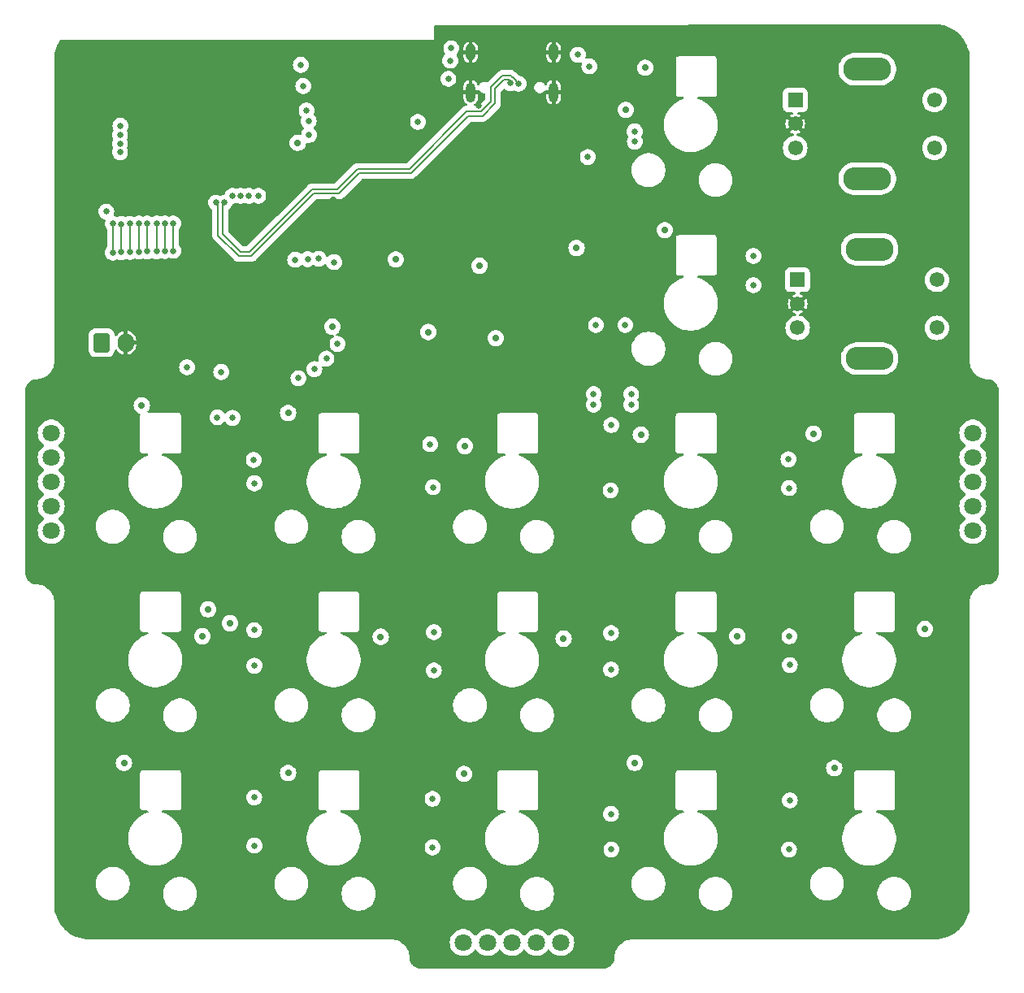
<source format=gbr>
%TF.GenerationSoftware,KiCad,Pcbnew,8.0.6*%
%TF.CreationDate,2025-02-04T14:09:59-07:00*%
%TF.ProjectId,Modular MacroPad,4d6f6475-6c61-4722-904d-6163726f5061,rev?*%
%TF.SameCoordinates,Original*%
%TF.FileFunction,Copper,L2,Inr*%
%TF.FilePolarity,Positive*%
%FSLAX46Y46*%
G04 Gerber Fmt 4.6, Leading zero omitted, Abs format (unit mm)*
G04 Created by KiCad (PCBNEW 8.0.6) date 2025-02-04 14:09:59*
%MOMM*%
%LPD*%
G01*
G04 APERTURE LIST*
G04 Aperture macros list*
%AMRoundRect*
0 Rectangle with rounded corners*
0 $1 Rounding radius*
0 $2 $3 $4 $5 $6 $7 $8 $9 X,Y pos of 4 corners*
0 Add a 4 corners polygon primitive as box body*
4,1,4,$2,$3,$4,$5,$6,$7,$8,$9,$2,$3,0*
0 Add four circle primitives for the rounded corners*
1,1,$1+$1,$2,$3*
1,1,$1+$1,$4,$5*
1,1,$1+$1,$6,$7*
1,1,$1+$1,$8,$9*
0 Add four rect primitives between the rounded corners*
20,1,$1+$1,$2,$3,$4,$5,0*
20,1,$1+$1,$4,$5,$6,$7,0*
20,1,$1+$1,$6,$7,$8,$9,0*
20,1,$1+$1,$8,$9,$2,$3,0*%
G04 Aperture macros list end*
%TA.AperFunction,ComponentPad*%
%ADD10C,1.800000*%
%TD*%
%TA.AperFunction,ComponentPad*%
%ADD11RoundRect,1.200000X-1.300000X0.000010X-1.300000X-0.000010X1.300000X-0.000010X1.300000X0.000010X0*%
%TD*%
%TA.AperFunction,ComponentPad*%
%ADD12R,1.550000X1.550000*%
%TD*%
%TA.AperFunction,ComponentPad*%
%ADD13C,1.550000*%
%TD*%
%TA.AperFunction,ComponentPad*%
%ADD14O,1.000000X1.800000*%
%TD*%
%TA.AperFunction,ComponentPad*%
%ADD15O,1.000000X2.100000*%
%TD*%
%TA.AperFunction,ComponentPad*%
%ADD16RoundRect,0.250000X-0.600000X-0.750000X0.600000X-0.750000X0.600000X0.750000X-0.600000X0.750000X0*%
%TD*%
%TA.AperFunction,ComponentPad*%
%ADD17O,1.700000X2.000000*%
%TD*%
%TA.AperFunction,ViaPad*%
%ADD18C,0.650000*%
%TD*%
%TA.AperFunction,ViaPad*%
%ADD19C,0.700000*%
%TD*%
%TA.AperFunction,Conductor*%
%ADD20C,0.200000*%
%TD*%
G04 APERTURE END LIST*
D10*
%TO.N,unconnected-(J2-Pin_1-Pad1)*%
%TO.C,J2*%
X196237608Y-89010589D03*
%TO.N,unconnected-(J2-Pin_2-Pad2)*%
X196237608Y-91550589D03*
%TO.N,unconnected-(J2-Pin_3-Pad3)*%
X196237608Y-94090589D03*
%TO.N,unconnected-(J2-Pin_4-Pad4)*%
X196237608Y-96630589D03*
%TO.N,unconnected-(J2-Pin_5-Pad5)*%
X196237608Y-99170589D03*
%TD*%
%TO.N,unconnected-(J3-Pin_1-Pad1)*%
%TO.C,J3*%
X100225608Y-89010589D03*
%TO.N,unconnected-(J3-Pin_2-Pad2)*%
X100225608Y-91550589D03*
%TO.N,unconnected-(J3-Pin_3-Pad3)*%
X100225608Y-94090589D03*
%TO.N,unconnected-(J3-Pin_4-Pad4)*%
X100225608Y-96630589D03*
%TO.N,unconnected-(J3-Pin_5-Pad5)*%
X100225608Y-99170589D03*
%TD*%
D11*
%TO.N,N/C*%
%TO.C,SW20*%
X185486390Y-69861208D03*
X185486390Y-81261208D03*
D12*
%TO.N,Rotary2A*%
X177986390Y-73061208D03*
D13*
%TO.N,Rotary2B*%
X177986390Y-78061208D03*
%TO.N,GND*%
X177986390Y-75561208D03*
%TO.N,Net-(D41-A)*%
X192486390Y-73061208D03*
%TO.N,Col4*%
X192486390Y-78061208D03*
%TD*%
D11*
%TO.N,N/C*%
%TO.C,SW21*%
X185236390Y-51111208D03*
X185236390Y-62511208D03*
D12*
%TO.N,Rotary1A*%
X177736390Y-54311208D03*
D13*
%TO.N,Rotary1B*%
X177736390Y-59311208D03*
%TO.N,GND*%
X177736390Y-56811208D03*
%TO.N,Net-(D40-A)*%
X192236390Y-54311208D03*
%TO.N,Col4*%
X192236390Y-59311208D03*
%TD*%
D10*
%TO.N,unconnected-(J4-Pin_1-Pad1)*%
%TO.C,J4*%
X143151608Y-142096589D03*
%TO.N,unconnected-(J4-Pin_2-Pad2)*%
X145691608Y-142096589D03*
%TO.N,unconnected-(J4-Pin_3-Pad3)*%
X148231608Y-142096589D03*
%TO.N,unconnected-(J4-Pin_4-Pad4)*%
X150771608Y-142096589D03*
%TO.N,unconnected-(J4-Pin_5-Pad5)*%
X153311608Y-142096589D03*
%TD*%
D14*
%TO.N,GND*%
%TO.C,J1*%
X143918390Y-49336208D03*
D15*
X143918390Y-53516208D03*
D14*
X152558390Y-49336208D03*
D15*
X152558390Y-53516208D03*
%TD*%
D16*
%TO.N,BAT+*%
%TO.C,J5*%
X105486390Y-79611208D03*
D17*
%TO.N,GND*%
X107986390Y-79611208D03*
%TD*%
D18*
%TO.N,GND*%
X150701380Y-69251216D03*
%TO.N,/RST*%
X112956980Y-70038616D03*
%TO.N,/TFTCS*%
X112067980Y-70064016D03*
%TO.N,/MOSI*%
X111204380Y-70089416D03*
%TO.N,/MISO*%
X110239180Y-70089416D03*
%TO.N,/SCK*%
X109350180Y-70114816D03*
%TO.N,/GPIO10*%
X108410380Y-70140216D03*
%TO.N,/TFTCS*%
X112054383Y-67193816D03*
%TO.N,/RST*%
X112931580Y-67193816D03*
%TO.N,/MOSI*%
X111204380Y-67193816D03*
%TO.N,/MISO*%
X110239180Y-67193816D03*
%TO.N,/GPIO10*%
X108410380Y-67219216D03*
%TO.N,/SCK*%
X109350180Y-67193816D03*
%TO.N,GND*%
X111636390Y-50761208D03*
D19*
X152086390Y-51761208D03*
D18*
X120336390Y-55861208D03*
D19*
X153554408Y-89943189D03*
D18*
X113286390Y-49911208D03*
X116586390Y-49911208D03*
X111586390Y-49961208D03*
D19*
X190904408Y-89893189D03*
X109936390Y-79461208D03*
D18*
X136536390Y-53661208D03*
X124436390Y-64111208D03*
X115836390Y-58711208D03*
X118286390Y-49911208D03*
D19*
X170704408Y-72493189D03*
X132436390Y-80661208D03*
D18*
X123386390Y-49861208D03*
X114436390Y-57461208D03*
D19*
X170704408Y-128543189D03*
D18*
X115686390Y-49911208D03*
D19*
X176286390Y-56761208D03*
X147586390Y-64761208D03*
X106654408Y-106843189D03*
X146948890Y-76011208D03*
D18*
X112486390Y-49911208D03*
X119186390Y-58761208D03*
D19*
X133836390Y-73061208D03*
X133786390Y-64761208D03*
X150786390Y-60461208D03*
D18*
X110436390Y-64111208D03*
D19*
X129586390Y-64761208D03*
D18*
X119986390Y-49911208D03*
X121686390Y-49911208D03*
X122536390Y-49861208D03*
D19*
X125554408Y-106843189D03*
D18*
X144736390Y-54911208D03*
D19*
X134804408Y-127143189D03*
X134804408Y-89943189D03*
D18*
X115836390Y-52811208D03*
D19*
X162604408Y-106793189D03*
X145286390Y-49861208D03*
D18*
X114886390Y-49911208D03*
D19*
X144248890Y-76711208D03*
D18*
X136536390Y-52061208D03*
X119086390Y-52811208D03*
D19*
X107986390Y-81411208D03*
D18*
X114036390Y-49911208D03*
D19*
X144486390Y-51961208D03*
X172204408Y-89943189D03*
D18*
X108186390Y-54111208D03*
D19*
X181354408Y-106793189D03*
X130636390Y-77161208D03*
D18*
X119136390Y-49911208D03*
X114436390Y-55861208D03*
X151586390Y-54761208D03*
D19*
X146196390Y-60486208D03*
X138286390Y-66861208D03*
D18*
X118036390Y-55811208D03*
D19*
X107986390Y-77911208D03*
X109886390Y-80511208D03*
D18*
X117486390Y-58761208D03*
X117436390Y-52711208D03*
D19*
X135136390Y-73061208D03*
D18*
X117436390Y-49911208D03*
D19*
X145236390Y-48911208D03*
D18*
X120836390Y-49911208D03*
D19*
X131486390Y-64611208D03*
X153236390Y-56711208D03*
X141886390Y-64811208D03*
X116504408Y-127143189D03*
D18*
X114486390Y-54261208D03*
D19*
X179386390Y-56761208D03*
D18*
X120386390Y-54211208D03*
X127173890Y-51811208D03*
D19*
X147636390Y-67411208D03*
D18*
X120436390Y-57461208D03*
D19*
X143736390Y-62461208D03*
X116354408Y-89993189D03*
X153454408Y-127143189D03*
X144104408Y-106793189D03*
X151336390Y-49961208D03*
X190754408Y-127093189D03*
X143486390Y-66911208D03*
D18*
X123436390Y-52411208D03*
D19*
X151336390Y-48961208D03*
D18*
X123436390Y-51611208D03*
D19*
X176486390Y-75511208D03*
X130636390Y-74911208D03*
X170654408Y-53993189D03*
X179586390Y-75511208D03*
%TO.N,BAT+*%
X139504408Y-78493189D03*
X129504408Y-77943189D03*
D18*
%TO.N,USB_N*%
X148036390Y-52561208D03*
X117388042Y-65008186D03*
%TO.N,USB_P*%
X118286390Y-65011208D03*
X148936390Y-52611208D03*
%TO.N,Col3*%
X158511390Y-94986208D03*
X158536390Y-113661208D03*
X158536390Y-128711208D03*
X158586390Y-132411208D03*
X158536390Y-109861208D03*
X158570590Y-88193189D03*
X156136390Y-60261208D03*
X127086390Y-57961208D03*
%TO.N,Col0*%
X107436390Y-57011208D03*
%TO.N,Col1*%
X121366790Y-109543189D03*
X121386390Y-94261208D03*
X105961180Y-65949216D03*
X121386390Y-113261208D03*
X121336390Y-91811208D03*
X119104408Y-87443189D03*
X121366790Y-126993189D03*
X117936390Y-82661208D03*
X121386390Y-132011208D03*
%TO.N,Col2*%
X125986390Y-83311208D03*
X125636390Y-70961208D03*
X139986390Y-94661208D03*
X139966790Y-132191608D03*
X140086390Y-109761208D03*
X140086390Y-113761208D03*
X139704408Y-90193189D03*
X139966790Y-127143189D03*
X119136390Y-64311208D03*
%TO.N,Col4*%
X177036390Y-91761208D03*
X177086390Y-132411208D03*
X160636390Y-86061208D03*
X126936390Y-70911208D03*
X156736390Y-86061208D03*
X177166790Y-113191608D03*
X177086390Y-94761208D03*
X119986390Y-64311208D03*
X177136390Y-110211208D03*
X177166790Y-127293189D03*
X127636390Y-82361208D03*
%TO.N,Rotary1B*%
X161010764Y-57586834D03*
X141586390Y-52111208D03*
X126836390Y-55411208D03*
%TO.N,Rotary1A*%
X126236390Y-50661208D03*
X155086390Y-49611208D03*
X141911390Y-48936208D03*
%TO.N,Rotary2B*%
X128886390Y-81261208D03*
X128086390Y-70861208D03*
X120836390Y-64311208D03*
X160636390Y-84961208D03*
X156736390Y-84961208D03*
%TO.N,Rotary2A*%
X129686390Y-71211208D03*
X156986390Y-77761208D03*
X121786390Y-64311208D03*
X160036390Y-77761208D03*
X130061390Y-79736208D03*
%TO.N,Row0*%
X156286390Y-50811208D03*
X141786390Y-50211208D03*
X126486390Y-52861208D03*
%TO.N,Row1*%
X173386390Y-73611208D03*
X161036390Y-58661208D03*
X138436390Y-56611208D03*
X127036390Y-56511208D03*
X173386390Y-70561208D03*
%TO.N,Row2*%
X107386390Y-59761208D03*
X117536390Y-87393189D03*
X114386390Y-82161208D03*
%TO.N,Row3*%
X107386390Y-58861208D03*
%TO.N,Row4*%
X107386390Y-57961208D03*
D19*
%TO.N,GPIO16*%
X136104408Y-70943189D03*
%TO.N,LED_GPIO*%
X160104408Y-55343189D03*
X125904408Y-58793189D03*
%TO.N,Net-(D15-DOUT)*%
X116554408Y-107393189D03*
X118854408Y-108843189D03*
%TO.N,Net-(U7-FB)*%
X146554408Y-79143189D03*
X144854408Y-71593189D03*
D18*
%TO.N,/GPIO9*%
X107506122Y-70180874D03*
X107506122Y-67229358D03*
%TO.N,/GPIO8*%
X106632380Y-70216416D03*
X106632380Y-67219216D03*
D19*
%TO.N,VBUS*%
X124904408Y-86943189D03*
X107804408Y-123393189D03*
X115954408Y-110193189D03*
X134554408Y-110243189D03*
X191254408Y-109443189D03*
X171704408Y-110193189D03*
X164154408Y-67893189D03*
X154954408Y-69743189D03*
X161654408Y-89193189D03*
X153604408Y-110443189D03*
X162129408Y-50968189D03*
X179654408Y-89093189D03*
X143304408Y-90393189D03*
X124904408Y-124443189D03*
X143254408Y-124543189D03*
X181804408Y-123943189D03*
X109654408Y-86143189D03*
X161004408Y-123393189D03*
%TD*%
D20*
%TO.N,/RST*%
X112931580Y-70013216D02*
X112956980Y-70038616D01*
X112931580Y-67193816D02*
X112931580Y-70013216D01*
%TO.N,/TFTCS*%
X112054383Y-70050419D02*
X112067980Y-70064016D01*
X112054383Y-67193816D02*
X112054383Y-70050419D01*
%TO.N,/GPIO10*%
X108410380Y-67219216D02*
X108410380Y-70140216D01*
%TO.N,USB_N*%
X137709054Y-61936208D02*
X143659074Y-55986188D01*
X143659074Y-55986188D02*
X145181662Y-55986188D01*
X117611390Y-65231534D02*
X117611390Y-68446927D01*
X132329590Y-61936208D02*
X137709054Y-61936208D01*
X121062769Y-70586208D02*
X127562769Y-64086208D01*
X146483370Y-53161892D02*
X147402710Y-52242552D01*
X130179590Y-64086208D02*
X132329590Y-61936208D01*
X147931337Y-52242552D02*
X148036390Y-52347605D01*
X146483370Y-54684480D02*
X146483370Y-53161892D01*
X127562769Y-64086208D02*
X130179590Y-64086208D01*
X145181662Y-55986188D02*
X146483370Y-54684480D01*
X119750671Y-70586208D02*
X121062769Y-70586208D01*
X117611390Y-68446927D02*
X119750671Y-70586208D01*
X148036390Y-52347605D02*
X148036390Y-52561208D01*
X117388042Y-65008186D02*
X117611390Y-65231534D01*
X147402710Y-52242552D02*
X147931337Y-52242552D01*
%TO.N,USB_P*%
X137522654Y-61486208D02*
X143472654Y-55536208D01*
X118061390Y-65236208D02*
X118061390Y-68260527D01*
X148661390Y-52302324D02*
X148661390Y-52336208D01*
X119937071Y-70136208D02*
X120876369Y-70136208D01*
X144995274Y-55536208D02*
X146033390Y-54498092D01*
X129993190Y-63636208D02*
X132143190Y-61486208D01*
X148295274Y-51936208D02*
X148661390Y-52302324D01*
X120876369Y-70136208D02*
X127376369Y-63636208D01*
X118286390Y-65011208D02*
X118061390Y-65236208D01*
X148117734Y-51792552D02*
X148261390Y-51936208D01*
X148261390Y-51936208D02*
X148295274Y-51936208D01*
X118061390Y-68260527D02*
X119937071Y-70136208D01*
X143472654Y-55536208D02*
X144995274Y-55536208D01*
X147216310Y-51792552D02*
X148117734Y-51792552D01*
X146033390Y-54498092D02*
X146033390Y-52975472D01*
X127376369Y-63636208D02*
X129993190Y-63636208D01*
X148661390Y-52336208D02*
X148936390Y-52611208D01*
X146033390Y-52975472D02*
X147216310Y-51792552D01*
X132143190Y-61486208D02*
X137522654Y-61486208D01*
%TO.N,/MOSI*%
X111204380Y-67193816D02*
X111204380Y-70089416D01*
%TO.N,/MISO*%
X110239180Y-67193816D02*
X110239180Y-70089416D01*
%TO.N,/SCK*%
X109350180Y-67193816D02*
X109350180Y-70114816D01*
%TO.N,/GPIO9*%
X107506122Y-70180874D02*
X107506122Y-67229358D01*
%TO.N,/GPIO8*%
X106632380Y-70216416D02*
X106632380Y-67219216D01*
%TD*%
%TA.AperFunction,Conductor*%
%TO.N,GND*%
G36*
X144797429Y-53289680D02*
G01*
X144853363Y-53331550D01*
X144861483Y-53343860D01*
X144865392Y-53350630D01*
X144879874Y-53375713D01*
X144988885Y-53484724D01*
X145122396Y-53561807D01*
X145271307Y-53601708D01*
X145271310Y-53601708D01*
X145308890Y-53601708D01*
X145375929Y-53621393D01*
X145421684Y-53674197D01*
X145432890Y-53725708D01*
X145432890Y-54197994D01*
X145413205Y-54265033D01*
X145396571Y-54285675D01*
X144782858Y-54899389D01*
X144721535Y-54932874D01*
X144695177Y-54935708D01*
X144375829Y-54935708D01*
X144308790Y-54916023D01*
X144263035Y-54863219D01*
X144253091Y-54794061D01*
X144282116Y-54730505D01*
X144306938Y-54708606D01*
X144396486Y-54648771D01*
X144396490Y-54648768D01*
X144500950Y-54544308D01*
X144500953Y-54544304D01*
X144583027Y-54421472D01*
X144583032Y-54421462D01*
X144639567Y-54284975D01*
X144639569Y-54284967D01*
X144668389Y-54140081D01*
X144668390Y-54140079D01*
X144668390Y-53716208D01*
X144218390Y-53716208D01*
X144218390Y-53316208D01*
X144670029Y-53316208D01*
X144727737Y-53284696D01*
X144797429Y-53289680D01*
G37*
%TD.AperFunction*%
%TA.AperFunction,Conductor*%
G36*
X192624716Y-46424902D02*
G01*
X192934609Y-46470870D01*
X192944117Y-46472281D01*
X192956051Y-46474655D01*
X193046132Y-46497219D01*
X193296420Y-46559913D01*
X193308040Y-46563438D01*
X193580527Y-46660936D01*
X193638403Y-46681645D01*
X193649644Y-46686301D01*
X193875264Y-46793010D01*
X193966840Y-46836322D01*
X193977557Y-46842050D01*
X194278509Y-47022434D01*
X194288627Y-47029194D01*
X194570456Y-47238213D01*
X194579862Y-47245933D01*
X194839841Y-47481565D01*
X194848432Y-47490156D01*
X195049919Y-47712462D01*
X195084064Y-47750135D01*
X195091784Y-47759541D01*
X195300803Y-48041370D01*
X195307563Y-48051488D01*
X195487940Y-48352428D01*
X195493677Y-48363160D01*
X195643698Y-48680351D01*
X195648352Y-48691589D01*
X195756687Y-48994363D01*
X195766555Y-49021941D01*
X195770088Y-49033587D01*
X195855343Y-49373945D01*
X195857717Y-49385879D01*
X195909201Y-49732946D01*
X195910394Y-49745056D01*
X195927759Y-50098495D01*
X195927908Y-50104580D01*
X195927908Y-81647916D01*
X195927910Y-81647953D01*
X195927910Y-81719597D01*
X195958716Y-81953604D01*
X195989719Y-82069309D01*
X196019802Y-82181581D01*
X196019803Y-82181583D01*
X196019807Y-82181596D01*
X196110117Y-82399626D01*
X196110122Y-82399636D01*
X196228133Y-82604041D01*
X196371812Y-82791287D01*
X196371818Y-82791294D01*
X196538706Y-82958182D01*
X196538712Y-82958187D01*
X196725956Y-83101864D01*
X196930354Y-83219873D01*
X196930364Y-83219878D01*
X197148404Y-83310193D01*
X197148414Y-83310197D01*
X197318581Y-83355792D01*
X197376390Y-83371282D01*
X197376392Y-83371282D01*
X197376395Y-83371283D01*
X197545323Y-83393522D01*
X197610397Y-83402089D01*
X197610398Y-83402089D01*
X197680812Y-83402089D01*
X197723529Y-83402089D01*
X197733258Y-83402471D01*
X197776517Y-83405875D01*
X197906326Y-83416092D01*
X197925535Y-83419135D01*
X198089590Y-83458521D01*
X198108082Y-83464529D01*
X198263961Y-83529098D01*
X198281282Y-83537924D01*
X198425137Y-83626079D01*
X198440873Y-83637512D01*
X198569161Y-83747080D01*
X198582921Y-83760839D01*
X198692486Y-83889124D01*
X198703922Y-83904864D01*
X198792074Y-84048715D01*
X198800902Y-84066041D01*
X198815229Y-84100628D01*
X198865465Y-84221908D01*
X198871478Y-84240413D01*
X198910863Y-84404459D01*
X198913907Y-84423677D01*
X198927526Y-84596699D01*
X198927908Y-84606429D01*
X198927908Y-103546385D01*
X198927907Y-103546403D01*
X198927907Y-103596717D01*
X198927525Y-103606444D01*
X198913907Y-103779507D01*
X198910863Y-103798727D01*
X198871480Y-103962772D01*
X198865467Y-103981277D01*
X198800908Y-104137139D01*
X198792075Y-104154476D01*
X198703926Y-104298324D01*
X198692489Y-104314066D01*
X198582923Y-104442354D01*
X198569164Y-104456113D01*
X198440880Y-104565678D01*
X198425139Y-104577115D01*
X198281293Y-104665266D01*
X198263955Y-104674100D01*
X198108089Y-104738663D01*
X198089584Y-104744676D01*
X197925540Y-104784060D01*
X197906322Y-104787104D01*
X197733500Y-104800707D01*
X197723770Y-104801089D01*
X197671099Y-104801089D01*
X197670859Y-104801108D01*
X197610398Y-104801108D01*
X197376395Y-104831913D01*
X197193137Y-104881017D01*
X197148419Y-104892999D01*
X197148417Y-104892999D01*
X197148416Y-104893000D01*
X197148403Y-104893004D01*
X196930372Y-104983314D01*
X196930361Y-104983320D01*
X196725967Y-105101325D01*
X196725963Y-105101328D01*
X196538717Y-105245004D01*
X196371818Y-105411901D01*
X196371818Y-105411902D01*
X196228147Y-105599134D01*
X196228140Y-105599145D01*
X196110128Y-105803544D01*
X196110127Y-105803547D01*
X196110125Y-105803549D01*
X196019806Y-106021597D01*
X195958716Y-106249580D01*
X195927908Y-106483577D01*
X195927908Y-106601587D01*
X195927907Y-106659170D01*
X195927908Y-106659183D01*
X195927908Y-138098539D01*
X195927759Y-138104623D01*
X195910393Y-138458123D01*
X195909200Y-138470233D01*
X195857718Y-138817302D01*
X195855344Y-138829237D01*
X195770092Y-139169587D01*
X195766559Y-139181232D01*
X195648352Y-139511599D01*
X195643696Y-139522841D01*
X195493684Y-139840018D01*
X195487948Y-139850750D01*
X195307567Y-140151701D01*
X195300806Y-140161820D01*
X195091789Y-140443647D01*
X195084069Y-140453053D01*
X194848444Y-140713027D01*
X194839840Y-140721632D01*
X194579868Y-140957258D01*
X194570461Y-140964978D01*
X194288632Y-141173997D01*
X194278514Y-141180757D01*
X193977573Y-141361136D01*
X193966841Y-141366873D01*
X193649650Y-141516894D01*
X193638408Y-141521550D01*
X193308059Y-141639752D01*
X193296413Y-141643285D01*
X192956054Y-141728540D01*
X192944120Y-141730914D01*
X192597052Y-141782398D01*
X192584942Y-141783591D01*
X192231828Y-141800940D01*
X192225743Y-141801089D01*
X160680876Y-141801089D01*
X160680585Y-141801108D01*
X160610399Y-141801108D01*
X160376394Y-141831913D01*
X160148420Y-141892998D01*
X160148404Y-141893003D01*
X159930374Y-141983313D01*
X159930363Y-141983319D01*
X159725966Y-142101325D01*
X159725955Y-142101332D01*
X159538718Y-142245003D01*
X159371816Y-142411903D01*
X159371815Y-142411904D01*
X159228142Y-142599140D01*
X159110131Y-142803538D01*
X159019805Y-143021599D01*
X158958718Y-143249575D01*
X158958717Y-143249581D01*
X158927908Y-143483576D01*
X158927908Y-143547866D01*
X158927907Y-143547888D01*
X158927907Y-143596718D01*
X158927525Y-143606446D01*
X158913906Y-143779509D01*
X158910862Y-143798728D01*
X158871479Y-143962773D01*
X158865467Y-143981278D01*
X158800909Y-144137139D01*
X158792075Y-144154476D01*
X158703926Y-144298325D01*
X158692489Y-144314067D01*
X158582922Y-144442354D01*
X158569164Y-144456113D01*
X158440892Y-144565670D01*
X158440879Y-144565681D01*
X158425136Y-144577118D01*
X158281295Y-144665264D01*
X158263959Y-144674098D01*
X158108089Y-144738663D01*
X158089583Y-144744676D01*
X157925539Y-144784060D01*
X157906321Y-144787104D01*
X157733500Y-144800707D01*
X157723770Y-144801089D01*
X138786002Y-144801089D01*
X138785990Y-144801088D01*
X138733279Y-144801088D01*
X138723551Y-144800706D01*
X138550492Y-144787087D01*
X138531273Y-144784043D01*
X138367227Y-144744660D01*
X138348722Y-144738647D01*
X138192863Y-144674089D01*
X138175531Y-144665258D01*
X138054032Y-144590803D01*
X138031680Y-144577106D01*
X138015940Y-144565670D01*
X137887654Y-144456104D01*
X137873895Y-144442345D01*
X137837423Y-144399642D01*
X137764328Y-144314058D01*
X137752894Y-144298321D01*
X137664743Y-144154469D01*
X137655910Y-144137133D01*
X137616743Y-144042577D01*
X137591349Y-143981270D01*
X137585337Y-143962765D01*
X137545955Y-143798719D01*
X137542913Y-143779515D01*
X137529291Y-143606420D01*
X137528910Y-143596739D01*
X137528910Y-143483576D01*
X137498101Y-143249574D01*
X137437013Y-143021595D01*
X137346691Y-142803540D01*
X137228679Y-142599139D01*
X137084998Y-142411891D01*
X137038507Y-142365400D01*
X136918110Y-142245003D01*
X136918103Y-142244997D01*
X136730865Y-142101324D01*
X136730863Y-142101322D01*
X136730857Y-142101318D01*
X136730852Y-142101315D01*
X136730849Y-142101313D01*
X136722655Y-142096582D01*
X141746308Y-142096582D01*
X141746308Y-142096595D01*
X141765472Y-142327886D01*
X141765474Y-142327897D01*
X141822450Y-142552889D01*
X141915683Y-142765437D01*
X142042624Y-142959736D01*
X142042627Y-142959740D01*
X142042629Y-142959742D01*
X142199824Y-143130502D01*
X142199827Y-143130504D01*
X142199830Y-143130507D01*
X142382973Y-143273053D01*
X142382979Y-143273057D01*
X142382982Y-143273059D01*
X142587105Y-143383525D01*
X142675724Y-143413948D01*
X142806623Y-143458886D01*
X142806625Y-143458886D01*
X142806627Y-143458887D01*
X143035559Y-143497089D01*
X143035560Y-143497089D01*
X143267656Y-143497089D01*
X143267657Y-143497089D01*
X143496589Y-143458887D01*
X143716111Y-143383525D01*
X143920234Y-143273059D01*
X143950407Y-143249575D01*
X143981737Y-143225189D01*
X144103392Y-143130502D01*
X144260587Y-142959742D01*
X144317799Y-142872171D01*
X144370945Y-142826815D01*
X144440176Y-142817391D01*
X144503512Y-142846893D01*
X144525417Y-142872172D01*
X144582624Y-142959736D01*
X144582627Y-142959740D01*
X144582629Y-142959742D01*
X144739824Y-143130502D01*
X144739827Y-143130504D01*
X144739830Y-143130507D01*
X144922973Y-143273053D01*
X144922979Y-143273057D01*
X144922982Y-143273059D01*
X145127105Y-143383525D01*
X145215724Y-143413948D01*
X145346623Y-143458886D01*
X145346625Y-143458886D01*
X145346627Y-143458887D01*
X145575559Y-143497089D01*
X145575560Y-143497089D01*
X145807656Y-143497089D01*
X145807657Y-143497089D01*
X146036589Y-143458887D01*
X146256111Y-143383525D01*
X146460234Y-143273059D01*
X146490407Y-143249575D01*
X146521737Y-143225189D01*
X146643392Y-143130502D01*
X146800587Y-142959742D01*
X146857799Y-142872171D01*
X146910945Y-142826815D01*
X146980176Y-142817391D01*
X147043512Y-142846893D01*
X147065417Y-142872172D01*
X147122624Y-142959736D01*
X147122627Y-142959740D01*
X147122629Y-142959742D01*
X147279824Y-143130502D01*
X147279827Y-143130504D01*
X147279830Y-143130507D01*
X147462973Y-143273053D01*
X147462979Y-143273057D01*
X147462982Y-143273059D01*
X147667105Y-143383525D01*
X147755724Y-143413948D01*
X147886623Y-143458886D01*
X147886625Y-143458886D01*
X147886627Y-143458887D01*
X148115559Y-143497089D01*
X148115560Y-143497089D01*
X148347656Y-143497089D01*
X148347657Y-143497089D01*
X148576589Y-143458887D01*
X148796111Y-143383525D01*
X149000234Y-143273059D01*
X149030407Y-143249575D01*
X149061737Y-143225189D01*
X149183392Y-143130502D01*
X149340587Y-142959742D01*
X149397799Y-142872171D01*
X149450945Y-142826815D01*
X149520176Y-142817391D01*
X149583512Y-142846893D01*
X149605417Y-142872172D01*
X149662624Y-142959736D01*
X149662627Y-142959740D01*
X149662629Y-142959742D01*
X149819824Y-143130502D01*
X149819827Y-143130504D01*
X149819830Y-143130507D01*
X150002973Y-143273053D01*
X150002979Y-143273057D01*
X150002982Y-143273059D01*
X150207105Y-143383525D01*
X150295724Y-143413948D01*
X150426623Y-143458886D01*
X150426625Y-143458886D01*
X150426627Y-143458887D01*
X150655559Y-143497089D01*
X150655560Y-143497089D01*
X150887656Y-143497089D01*
X150887657Y-143497089D01*
X151116589Y-143458887D01*
X151336111Y-143383525D01*
X151540234Y-143273059D01*
X151570407Y-143249575D01*
X151601737Y-143225189D01*
X151723392Y-143130502D01*
X151880587Y-142959742D01*
X151937799Y-142872171D01*
X151990945Y-142826815D01*
X152060176Y-142817391D01*
X152123512Y-142846893D01*
X152145417Y-142872172D01*
X152202624Y-142959736D01*
X152202627Y-142959740D01*
X152202629Y-142959742D01*
X152359824Y-143130502D01*
X152359827Y-143130504D01*
X152359830Y-143130507D01*
X152542973Y-143273053D01*
X152542979Y-143273057D01*
X152542982Y-143273059D01*
X152747105Y-143383525D01*
X152835724Y-143413948D01*
X152966623Y-143458886D01*
X152966625Y-143458886D01*
X152966627Y-143458887D01*
X153195559Y-143497089D01*
X153195560Y-143497089D01*
X153427656Y-143497089D01*
X153427657Y-143497089D01*
X153656589Y-143458887D01*
X153876111Y-143383525D01*
X154080234Y-143273059D01*
X154110407Y-143249575D01*
X154141737Y-143225189D01*
X154263392Y-143130502D01*
X154420587Y-142959742D01*
X154547532Y-142765438D01*
X154640765Y-142552889D01*
X154697742Y-142327894D01*
X154697743Y-142327886D01*
X154716908Y-142096595D01*
X154716908Y-142096582D01*
X154697743Y-141865291D01*
X154697741Y-141865280D01*
X154640765Y-141640288D01*
X154547532Y-141427740D01*
X154420591Y-141233441D01*
X154420588Y-141233438D01*
X154420587Y-141233436D01*
X154263392Y-141062676D01*
X154263387Y-141062672D01*
X154263385Y-141062670D01*
X154080242Y-140920124D01*
X154080236Y-140920120D01*
X153876112Y-140809653D01*
X153876103Y-140809650D01*
X153656592Y-140734291D01*
X153484890Y-140705639D01*
X153427657Y-140696089D01*
X153195559Y-140696089D01*
X153149772Y-140703729D01*
X152966623Y-140734291D01*
X152747112Y-140809650D01*
X152747103Y-140809653D01*
X152542979Y-140920120D01*
X152542973Y-140920124D01*
X152359830Y-141062670D01*
X152359827Y-141062673D01*
X152202624Y-141233441D01*
X152145417Y-141321005D01*
X152092270Y-141366362D01*
X152023039Y-141375786D01*
X151959703Y-141346284D01*
X151937799Y-141321005D01*
X151880591Y-141233441D01*
X151880588Y-141233438D01*
X151880587Y-141233436D01*
X151723392Y-141062676D01*
X151723387Y-141062672D01*
X151723385Y-141062670D01*
X151540242Y-140920124D01*
X151540236Y-140920120D01*
X151336112Y-140809653D01*
X151336103Y-140809650D01*
X151116592Y-140734291D01*
X150944890Y-140705639D01*
X150887657Y-140696089D01*
X150655559Y-140696089D01*
X150609772Y-140703729D01*
X150426623Y-140734291D01*
X150207112Y-140809650D01*
X150207103Y-140809653D01*
X150002979Y-140920120D01*
X150002973Y-140920124D01*
X149819830Y-141062670D01*
X149819827Y-141062673D01*
X149662624Y-141233441D01*
X149605417Y-141321005D01*
X149552270Y-141366362D01*
X149483039Y-141375786D01*
X149419703Y-141346284D01*
X149397799Y-141321005D01*
X149340591Y-141233441D01*
X149340588Y-141233438D01*
X149340587Y-141233436D01*
X149183392Y-141062676D01*
X149183387Y-141062672D01*
X149183385Y-141062670D01*
X149000242Y-140920124D01*
X149000236Y-140920120D01*
X148796112Y-140809653D01*
X148796103Y-140809650D01*
X148576592Y-140734291D01*
X148404890Y-140705639D01*
X148347657Y-140696089D01*
X148115559Y-140696089D01*
X148069772Y-140703729D01*
X147886623Y-140734291D01*
X147667112Y-140809650D01*
X147667103Y-140809653D01*
X147462979Y-140920120D01*
X147462973Y-140920124D01*
X147279830Y-141062670D01*
X147279827Y-141062673D01*
X147122624Y-141233441D01*
X147065417Y-141321005D01*
X147012270Y-141366362D01*
X146943039Y-141375786D01*
X146879703Y-141346284D01*
X146857799Y-141321005D01*
X146800591Y-141233441D01*
X146800588Y-141233438D01*
X146800587Y-141233436D01*
X146643392Y-141062676D01*
X146643387Y-141062672D01*
X146643385Y-141062670D01*
X146460242Y-140920124D01*
X146460236Y-140920120D01*
X146256112Y-140809653D01*
X146256103Y-140809650D01*
X146036592Y-140734291D01*
X145864890Y-140705639D01*
X145807657Y-140696089D01*
X145575559Y-140696089D01*
X145529772Y-140703729D01*
X145346623Y-140734291D01*
X145127112Y-140809650D01*
X145127103Y-140809653D01*
X144922979Y-140920120D01*
X144922973Y-140920124D01*
X144739830Y-141062670D01*
X144739827Y-141062673D01*
X144582624Y-141233441D01*
X144525417Y-141321005D01*
X144472270Y-141366362D01*
X144403039Y-141375786D01*
X144339703Y-141346284D01*
X144317799Y-141321005D01*
X144260591Y-141233441D01*
X144260588Y-141233438D01*
X144260587Y-141233436D01*
X144103392Y-141062676D01*
X144103387Y-141062672D01*
X144103385Y-141062670D01*
X143920242Y-140920124D01*
X143920236Y-140920120D01*
X143716112Y-140809653D01*
X143716103Y-140809650D01*
X143496592Y-140734291D01*
X143324890Y-140705639D01*
X143267657Y-140696089D01*
X143035559Y-140696089D01*
X142989772Y-140703729D01*
X142806623Y-140734291D01*
X142587112Y-140809650D01*
X142587103Y-140809653D01*
X142382979Y-140920120D01*
X142382973Y-140920124D01*
X142199830Y-141062670D01*
X142199827Y-141062673D01*
X142042624Y-141233441D01*
X141915683Y-141427740D01*
X141822450Y-141640288D01*
X141765474Y-141865280D01*
X141765472Y-141865291D01*
X141746308Y-142096582D01*
X136722655Y-142096582D01*
X136526463Y-141983310D01*
X136526452Y-141983305D01*
X136308401Y-141892985D01*
X136205005Y-141865280D01*
X136080422Y-141831898D01*
X136080421Y-141831897D01*
X136080418Y-141831897D01*
X135846412Y-141801089D01*
X135767970Y-141801089D01*
X135767969Y-141801089D01*
X104231458Y-141801089D01*
X104225374Y-141800940D01*
X103871875Y-141783574D01*
X103859764Y-141782381D01*
X103512693Y-141730898D01*
X103500759Y-141728524D01*
X103160412Y-141643272D01*
X103148767Y-141639740D01*
X102818404Y-141521535D01*
X102807161Y-141516878D01*
X102588894Y-141413646D01*
X102489971Y-141366858D01*
X102479248Y-141361126D01*
X102266209Y-141233436D01*
X102178303Y-141180747D01*
X102168185Y-141173987D01*
X101886356Y-140964968D01*
X101876950Y-140957248D01*
X101714101Y-140809650D01*
X101616971Y-140721616D01*
X101608380Y-140713025D01*
X101372748Y-140453046D01*
X101365028Y-140443640D01*
X101156010Y-140161811D01*
X101149250Y-140151693D01*
X100968866Y-139850740D01*
X100963142Y-139840032D01*
X100813114Y-139522823D01*
X100808466Y-139511602D01*
X100690254Y-139181218D01*
X100686727Y-139169587D01*
X100601473Y-138829232D01*
X100599100Y-138817300D01*
X100591192Y-138763985D01*
X100547617Y-138470227D01*
X100546425Y-138458121D01*
X100529057Y-138104560D01*
X100528908Y-138098476D01*
X100528908Y-135868211D01*
X104881290Y-135868211D01*
X104881290Y-136099004D01*
X104901603Y-136253288D01*
X104911413Y-136327801D01*
X104941278Y-136439258D01*
X104971143Y-136550718D01*
X105059455Y-136763921D01*
X105059459Y-136763931D01*
X105174846Y-136963787D01*
X105315334Y-137146875D01*
X105315340Y-137146882D01*
X105478515Y-137310057D01*
X105478522Y-137310063D01*
X105661610Y-137450551D01*
X105861466Y-137565938D01*
X105861467Y-137565938D01*
X105861470Y-137565940D01*
X105945427Y-137600716D01*
X106074679Y-137654254D01*
X106074680Y-137654254D01*
X106074682Y-137654255D01*
X106297597Y-137713985D01*
X106526401Y-137744108D01*
X106526408Y-137744108D01*
X106757172Y-137744108D01*
X106757179Y-137744108D01*
X106985983Y-137713985D01*
X107208898Y-137654255D01*
X107422110Y-137565940D01*
X107621970Y-137450551D01*
X107805059Y-137310062D01*
X107968244Y-137146877D01*
X108108733Y-136963788D01*
X108135047Y-136918211D01*
X111881290Y-136918211D01*
X111881290Y-137149004D01*
X111902494Y-137310057D01*
X111911413Y-137377801D01*
X111941278Y-137489258D01*
X111971143Y-137600718D01*
X112059455Y-137813921D01*
X112059459Y-137813931D01*
X112174846Y-138013787D01*
X112315334Y-138196875D01*
X112315340Y-138196882D01*
X112478515Y-138360057D01*
X112478522Y-138360063D01*
X112661610Y-138500551D01*
X112861466Y-138615938D01*
X112861467Y-138615938D01*
X112861470Y-138615940D01*
X113003611Y-138674816D01*
X113074679Y-138704254D01*
X113074680Y-138704254D01*
X113074682Y-138704255D01*
X113297597Y-138763985D01*
X113526401Y-138794108D01*
X113526408Y-138794108D01*
X113757172Y-138794108D01*
X113757179Y-138794108D01*
X113985983Y-138763985D01*
X114208898Y-138704255D01*
X114422110Y-138615940D01*
X114621970Y-138500551D01*
X114805059Y-138360062D01*
X114968244Y-138196877D01*
X115108733Y-138013788D01*
X115224122Y-137813928D01*
X115312437Y-137600716D01*
X115372167Y-137377801D01*
X115402290Y-137148997D01*
X115402290Y-136918219D01*
X115372167Y-136689415D01*
X115312437Y-136466500D01*
X115224122Y-136253288D01*
X115108733Y-136053428D01*
X114968244Y-135870339D01*
X114968239Y-135870333D01*
X114966117Y-135868211D01*
X123481290Y-135868211D01*
X123481290Y-136099004D01*
X123501603Y-136253288D01*
X123511413Y-136327801D01*
X123541278Y-136439258D01*
X123571143Y-136550718D01*
X123659455Y-136763921D01*
X123659459Y-136763931D01*
X123774846Y-136963787D01*
X123915334Y-137146875D01*
X123915340Y-137146882D01*
X124078515Y-137310057D01*
X124078522Y-137310063D01*
X124261610Y-137450551D01*
X124461466Y-137565938D01*
X124461467Y-137565938D01*
X124461470Y-137565940D01*
X124545427Y-137600716D01*
X124674679Y-137654254D01*
X124674680Y-137654254D01*
X124674682Y-137654255D01*
X124897597Y-137713985D01*
X125126401Y-137744108D01*
X125126408Y-137744108D01*
X125357172Y-137744108D01*
X125357179Y-137744108D01*
X125585983Y-137713985D01*
X125808898Y-137654255D01*
X126022110Y-137565940D01*
X126221970Y-137450551D01*
X126405059Y-137310062D01*
X126568244Y-137146877D01*
X126708733Y-136963788D01*
X126735047Y-136918211D01*
X130481290Y-136918211D01*
X130481290Y-137149004D01*
X130502494Y-137310057D01*
X130511413Y-137377801D01*
X130541278Y-137489258D01*
X130571143Y-137600718D01*
X130659455Y-137813921D01*
X130659459Y-137813931D01*
X130774846Y-138013787D01*
X130915334Y-138196875D01*
X130915340Y-138196882D01*
X131078515Y-138360057D01*
X131078522Y-138360063D01*
X131261610Y-138500551D01*
X131461466Y-138615938D01*
X131461467Y-138615938D01*
X131461470Y-138615940D01*
X131603611Y-138674816D01*
X131674679Y-138704254D01*
X131674680Y-138704254D01*
X131674682Y-138704255D01*
X131897597Y-138763985D01*
X132126401Y-138794108D01*
X132126408Y-138794108D01*
X132357172Y-138794108D01*
X132357179Y-138794108D01*
X132585983Y-138763985D01*
X132808898Y-138704255D01*
X133022110Y-138615940D01*
X133221970Y-138500551D01*
X133405059Y-138360062D01*
X133568244Y-138196877D01*
X133708733Y-138013788D01*
X133824122Y-137813928D01*
X133912437Y-137600716D01*
X133972167Y-137377801D01*
X134002290Y-137148997D01*
X134002290Y-136918219D01*
X133972167Y-136689415D01*
X133912437Y-136466500D01*
X133824122Y-136253288D01*
X133708733Y-136053428D01*
X133568244Y-135870339D01*
X133568239Y-135870333D01*
X133566117Y-135868211D01*
X142081290Y-135868211D01*
X142081290Y-136099004D01*
X142101603Y-136253288D01*
X142111413Y-136327801D01*
X142141278Y-136439258D01*
X142171143Y-136550718D01*
X142259455Y-136763921D01*
X142259459Y-136763931D01*
X142374846Y-136963787D01*
X142515334Y-137146875D01*
X142515340Y-137146882D01*
X142678515Y-137310057D01*
X142678522Y-137310063D01*
X142861610Y-137450551D01*
X143061466Y-137565938D01*
X143061467Y-137565938D01*
X143061470Y-137565940D01*
X143145427Y-137600716D01*
X143274679Y-137654254D01*
X143274680Y-137654254D01*
X143274682Y-137654255D01*
X143497597Y-137713985D01*
X143726401Y-137744108D01*
X143726408Y-137744108D01*
X143957172Y-137744108D01*
X143957179Y-137744108D01*
X144185983Y-137713985D01*
X144408898Y-137654255D01*
X144622110Y-137565940D01*
X144821970Y-137450551D01*
X145005059Y-137310062D01*
X145168244Y-137146877D01*
X145308733Y-136963788D01*
X145335047Y-136918211D01*
X149081290Y-136918211D01*
X149081290Y-137149004D01*
X149102494Y-137310057D01*
X149111413Y-137377801D01*
X149141278Y-137489258D01*
X149171143Y-137600718D01*
X149259455Y-137813921D01*
X149259459Y-137813931D01*
X149374846Y-138013787D01*
X149515334Y-138196875D01*
X149515340Y-138196882D01*
X149678515Y-138360057D01*
X149678522Y-138360063D01*
X149861610Y-138500551D01*
X150061466Y-138615938D01*
X150061467Y-138615938D01*
X150061470Y-138615940D01*
X150203611Y-138674816D01*
X150274679Y-138704254D01*
X150274680Y-138704254D01*
X150274682Y-138704255D01*
X150497597Y-138763985D01*
X150726401Y-138794108D01*
X150726408Y-138794108D01*
X150957172Y-138794108D01*
X150957179Y-138794108D01*
X151185983Y-138763985D01*
X151408898Y-138704255D01*
X151622110Y-138615940D01*
X151821970Y-138500551D01*
X152005059Y-138360062D01*
X152168244Y-138196877D01*
X152308733Y-138013788D01*
X152424122Y-137813928D01*
X152512437Y-137600716D01*
X152572167Y-137377801D01*
X152602290Y-137148997D01*
X152602290Y-136918219D01*
X152572167Y-136689415D01*
X152512437Y-136466500D01*
X152424122Y-136253288D01*
X152308733Y-136053428D01*
X152168244Y-135870339D01*
X152168239Y-135870333D01*
X152166117Y-135868211D01*
X160681290Y-135868211D01*
X160681290Y-136099004D01*
X160701603Y-136253288D01*
X160711413Y-136327801D01*
X160741278Y-136439258D01*
X160771143Y-136550718D01*
X160859455Y-136763921D01*
X160859459Y-136763931D01*
X160974846Y-136963787D01*
X161115334Y-137146875D01*
X161115340Y-137146882D01*
X161278515Y-137310057D01*
X161278522Y-137310063D01*
X161461610Y-137450551D01*
X161661466Y-137565938D01*
X161661467Y-137565938D01*
X161661470Y-137565940D01*
X161745427Y-137600716D01*
X161874679Y-137654254D01*
X161874680Y-137654254D01*
X161874682Y-137654255D01*
X162097597Y-137713985D01*
X162326401Y-137744108D01*
X162326408Y-137744108D01*
X162557172Y-137744108D01*
X162557179Y-137744108D01*
X162785983Y-137713985D01*
X163008898Y-137654255D01*
X163222110Y-137565940D01*
X163421970Y-137450551D01*
X163605059Y-137310062D01*
X163768244Y-137146877D01*
X163908733Y-136963788D01*
X163935047Y-136918211D01*
X167681290Y-136918211D01*
X167681290Y-137149004D01*
X167702494Y-137310057D01*
X167711413Y-137377801D01*
X167741278Y-137489258D01*
X167771143Y-137600718D01*
X167859455Y-137813921D01*
X167859459Y-137813931D01*
X167974846Y-138013787D01*
X168115334Y-138196875D01*
X168115340Y-138196882D01*
X168278515Y-138360057D01*
X168278522Y-138360063D01*
X168461610Y-138500551D01*
X168661466Y-138615938D01*
X168661467Y-138615938D01*
X168661470Y-138615940D01*
X168803611Y-138674816D01*
X168874679Y-138704254D01*
X168874680Y-138704254D01*
X168874682Y-138704255D01*
X169097597Y-138763985D01*
X169326401Y-138794108D01*
X169326408Y-138794108D01*
X169557172Y-138794108D01*
X169557179Y-138794108D01*
X169785983Y-138763985D01*
X170008898Y-138704255D01*
X170222110Y-138615940D01*
X170421970Y-138500551D01*
X170605059Y-138360062D01*
X170768244Y-138196877D01*
X170908733Y-138013788D01*
X171024122Y-137813928D01*
X171112437Y-137600716D01*
X171172167Y-137377801D01*
X171202290Y-137148997D01*
X171202290Y-136918219D01*
X171172167Y-136689415D01*
X171112437Y-136466500D01*
X171024122Y-136253288D01*
X170908733Y-136053428D01*
X170768244Y-135870339D01*
X170768239Y-135870333D01*
X170766117Y-135868211D01*
X179281290Y-135868211D01*
X179281290Y-136099004D01*
X179301603Y-136253288D01*
X179311413Y-136327801D01*
X179341278Y-136439258D01*
X179371143Y-136550718D01*
X179459455Y-136763921D01*
X179459459Y-136763931D01*
X179574846Y-136963787D01*
X179715334Y-137146875D01*
X179715340Y-137146882D01*
X179878515Y-137310057D01*
X179878522Y-137310063D01*
X180061610Y-137450551D01*
X180261466Y-137565938D01*
X180261467Y-137565938D01*
X180261470Y-137565940D01*
X180345427Y-137600716D01*
X180474679Y-137654254D01*
X180474680Y-137654254D01*
X180474682Y-137654255D01*
X180697597Y-137713985D01*
X180926401Y-137744108D01*
X180926408Y-137744108D01*
X181157172Y-137744108D01*
X181157179Y-137744108D01*
X181385983Y-137713985D01*
X181608898Y-137654255D01*
X181822110Y-137565940D01*
X182021970Y-137450551D01*
X182205059Y-137310062D01*
X182368244Y-137146877D01*
X182508733Y-136963788D01*
X182535047Y-136918211D01*
X186281290Y-136918211D01*
X186281290Y-137149004D01*
X186302494Y-137310057D01*
X186311413Y-137377801D01*
X186341278Y-137489258D01*
X186371143Y-137600718D01*
X186459455Y-137813921D01*
X186459459Y-137813931D01*
X186574846Y-138013787D01*
X186715334Y-138196875D01*
X186715340Y-138196882D01*
X186878515Y-138360057D01*
X186878522Y-138360063D01*
X187061610Y-138500551D01*
X187261466Y-138615938D01*
X187261467Y-138615938D01*
X187261470Y-138615940D01*
X187403611Y-138674816D01*
X187474679Y-138704254D01*
X187474680Y-138704254D01*
X187474682Y-138704255D01*
X187697597Y-138763985D01*
X187926401Y-138794108D01*
X187926408Y-138794108D01*
X188157172Y-138794108D01*
X188157179Y-138794108D01*
X188385983Y-138763985D01*
X188608898Y-138704255D01*
X188822110Y-138615940D01*
X189021970Y-138500551D01*
X189205059Y-138360062D01*
X189368244Y-138196877D01*
X189508733Y-138013788D01*
X189624122Y-137813928D01*
X189712437Y-137600716D01*
X189772167Y-137377801D01*
X189802290Y-137148997D01*
X189802290Y-136918219D01*
X189772167Y-136689415D01*
X189712437Y-136466500D01*
X189624122Y-136253288D01*
X189508733Y-136053428D01*
X189368244Y-135870339D01*
X189368239Y-135870333D01*
X189205064Y-135707158D01*
X189205057Y-135707152D01*
X189021969Y-135566664D01*
X188822113Y-135451277D01*
X188822103Y-135451273D01*
X188608900Y-135362961D01*
X188497440Y-135333096D01*
X188385983Y-135303231D01*
X188335137Y-135296537D01*
X188157186Y-135273108D01*
X188157179Y-135273108D01*
X187926401Y-135273108D01*
X187926393Y-135273108D01*
X187723019Y-135299884D01*
X187697597Y-135303231D01*
X187641868Y-135318163D01*
X187474679Y-135362961D01*
X187261476Y-135451273D01*
X187261466Y-135451277D01*
X187061610Y-135566664D01*
X186878522Y-135707152D01*
X186878515Y-135707158D01*
X186715340Y-135870333D01*
X186715334Y-135870340D01*
X186574846Y-136053428D01*
X186459459Y-136253284D01*
X186459455Y-136253294D01*
X186371143Y-136466497D01*
X186311413Y-136689416D01*
X186281290Y-136918211D01*
X182535047Y-136918211D01*
X182624122Y-136763928D01*
X182712437Y-136550716D01*
X182772167Y-136327801D01*
X182802290Y-136098997D01*
X182802290Y-135868219D01*
X182772167Y-135639415D01*
X182712437Y-135416500D01*
X182690260Y-135362961D01*
X182682998Y-135345429D01*
X182624122Y-135203288D01*
X182508733Y-135003428D01*
X182368244Y-134820339D01*
X182368239Y-134820333D01*
X182205064Y-134657158D01*
X182205057Y-134657152D01*
X182021969Y-134516664D01*
X181822113Y-134401277D01*
X181822103Y-134401273D01*
X181608900Y-134312961D01*
X181497440Y-134283096D01*
X181385983Y-134253231D01*
X181335137Y-134246537D01*
X181157186Y-134223108D01*
X181157179Y-134223108D01*
X180926401Y-134223108D01*
X180926393Y-134223108D01*
X180723019Y-134249884D01*
X180697597Y-134253231D01*
X180641868Y-134268163D01*
X180474679Y-134312961D01*
X180261476Y-134401273D01*
X180261466Y-134401277D01*
X180061610Y-134516664D01*
X179878522Y-134657152D01*
X179878515Y-134657158D01*
X179715340Y-134820333D01*
X179715334Y-134820340D01*
X179574846Y-135003428D01*
X179459459Y-135203284D01*
X179459455Y-135203294D01*
X179371143Y-135416497D01*
X179311413Y-135639416D01*
X179281290Y-135868211D01*
X170766117Y-135868211D01*
X170605064Y-135707158D01*
X170605057Y-135707152D01*
X170421969Y-135566664D01*
X170222113Y-135451277D01*
X170222103Y-135451273D01*
X170008900Y-135362961D01*
X169897440Y-135333096D01*
X169785983Y-135303231D01*
X169735137Y-135296537D01*
X169557186Y-135273108D01*
X169557179Y-135273108D01*
X169326401Y-135273108D01*
X169326393Y-135273108D01*
X169123019Y-135299884D01*
X169097597Y-135303231D01*
X169041868Y-135318163D01*
X168874679Y-135362961D01*
X168661476Y-135451273D01*
X168661466Y-135451277D01*
X168461610Y-135566664D01*
X168278522Y-135707152D01*
X168278515Y-135707158D01*
X168115340Y-135870333D01*
X168115334Y-135870340D01*
X167974846Y-136053428D01*
X167859459Y-136253284D01*
X167859455Y-136253294D01*
X167771143Y-136466497D01*
X167711413Y-136689416D01*
X167681290Y-136918211D01*
X163935047Y-136918211D01*
X164024122Y-136763928D01*
X164112437Y-136550716D01*
X164172167Y-136327801D01*
X164202290Y-136098997D01*
X164202290Y-135868219D01*
X164172167Y-135639415D01*
X164112437Y-135416500D01*
X164090260Y-135362961D01*
X164082998Y-135345429D01*
X164024122Y-135203288D01*
X163908733Y-135003428D01*
X163768244Y-134820339D01*
X163768239Y-134820333D01*
X163605064Y-134657158D01*
X163605057Y-134657152D01*
X163421969Y-134516664D01*
X163222113Y-134401277D01*
X163222103Y-134401273D01*
X163008900Y-134312961D01*
X162897440Y-134283096D01*
X162785983Y-134253231D01*
X162735137Y-134246537D01*
X162557186Y-134223108D01*
X162557179Y-134223108D01*
X162326401Y-134223108D01*
X162326393Y-134223108D01*
X162123019Y-134249884D01*
X162097597Y-134253231D01*
X162041868Y-134268163D01*
X161874679Y-134312961D01*
X161661476Y-134401273D01*
X161661466Y-134401277D01*
X161461610Y-134516664D01*
X161278522Y-134657152D01*
X161278515Y-134657158D01*
X161115340Y-134820333D01*
X161115334Y-134820340D01*
X160974846Y-135003428D01*
X160859459Y-135203284D01*
X160859455Y-135203294D01*
X160771143Y-135416497D01*
X160711413Y-135639416D01*
X160681290Y-135868211D01*
X152166117Y-135868211D01*
X152005064Y-135707158D01*
X152005057Y-135707152D01*
X151821969Y-135566664D01*
X151622113Y-135451277D01*
X151622103Y-135451273D01*
X151408900Y-135362961D01*
X151297440Y-135333096D01*
X151185983Y-135303231D01*
X151135137Y-135296537D01*
X150957186Y-135273108D01*
X150957179Y-135273108D01*
X150726401Y-135273108D01*
X150726393Y-135273108D01*
X150523019Y-135299884D01*
X150497597Y-135303231D01*
X150441868Y-135318163D01*
X150274679Y-135362961D01*
X150061476Y-135451273D01*
X150061466Y-135451277D01*
X149861610Y-135566664D01*
X149678522Y-135707152D01*
X149678515Y-135707158D01*
X149515340Y-135870333D01*
X149515334Y-135870340D01*
X149374846Y-136053428D01*
X149259459Y-136253284D01*
X149259455Y-136253294D01*
X149171143Y-136466497D01*
X149111413Y-136689416D01*
X149081290Y-136918211D01*
X145335047Y-136918211D01*
X145424122Y-136763928D01*
X145512437Y-136550716D01*
X145572167Y-136327801D01*
X145602290Y-136098997D01*
X145602290Y-135868219D01*
X145572167Y-135639415D01*
X145512437Y-135416500D01*
X145490260Y-135362961D01*
X145482998Y-135345429D01*
X145424122Y-135203288D01*
X145308733Y-135003428D01*
X145168244Y-134820339D01*
X145168239Y-134820333D01*
X145005064Y-134657158D01*
X145005057Y-134657152D01*
X144821969Y-134516664D01*
X144622113Y-134401277D01*
X144622103Y-134401273D01*
X144408900Y-134312961D01*
X144297440Y-134283096D01*
X144185983Y-134253231D01*
X144135137Y-134246537D01*
X143957186Y-134223108D01*
X143957179Y-134223108D01*
X143726401Y-134223108D01*
X143726393Y-134223108D01*
X143523019Y-134249884D01*
X143497597Y-134253231D01*
X143441868Y-134268163D01*
X143274679Y-134312961D01*
X143061476Y-134401273D01*
X143061466Y-134401277D01*
X142861610Y-134516664D01*
X142678522Y-134657152D01*
X142678515Y-134657158D01*
X142515340Y-134820333D01*
X142515334Y-134820340D01*
X142374846Y-135003428D01*
X142259459Y-135203284D01*
X142259455Y-135203294D01*
X142171143Y-135416497D01*
X142111413Y-135639416D01*
X142081290Y-135868211D01*
X133566117Y-135868211D01*
X133405064Y-135707158D01*
X133405057Y-135707152D01*
X133221969Y-135566664D01*
X133022113Y-135451277D01*
X133022103Y-135451273D01*
X132808900Y-135362961D01*
X132697440Y-135333096D01*
X132585983Y-135303231D01*
X132535137Y-135296537D01*
X132357186Y-135273108D01*
X132357179Y-135273108D01*
X132126401Y-135273108D01*
X132126393Y-135273108D01*
X131923019Y-135299884D01*
X131897597Y-135303231D01*
X131841868Y-135318163D01*
X131674679Y-135362961D01*
X131461476Y-135451273D01*
X131461466Y-135451277D01*
X131261610Y-135566664D01*
X131078522Y-135707152D01*
X131078515Y-135707158D01*
X130915340Y-135870333D01*
X130915334Y-135870340D01*
X130774846Y-136053428D01*
X130659459Y-136253284D01*
X130659455Y-136253294D01*
X130571143Y-136466497D01*
X130511413Y-136689416D01*
X130481290Y-136918211D01*
X126735047Y-136918211D01*
X126824122Y-136763928D01*
X126912437Y-136550716D01*
X126972167Y-136327801D01*
X127002290Y-136098997D01*
X127002290Y-135868219D01*
X126972167Y-135639415D01*
X126912437Y-135416500D01*
X126890260Y-135362961D01*
X126882998Y-135345429D01*
X126824122Y-135203288D01*
X126708733Y-135003428D01*
X126568244Y-134820339D01*
X126568239Y-134820333D01*
X126405064Y-134657158D01*
X126405057Y-134657152D01*
X126221969Y-134516664D01*
X126022113Y-134401277D01*
X126022103Y-134401273D01*
X125808900Y-134312961D01*
X125697440Y-134283096D01*
X125585983Y-134253231D01*
X125535137Y-134246537D01*
X125357186Y-134223108D01*
X125357179Y-134223108D01*
X125126401Y-134223108D01*
X125126393Y-134223108D01*
X124923019Y-134249884D01*
X124897597Y-134253231D01*
X124841868Y-134268163D01*
X124674679Y-134312961D01*
X124461476Y-134401273D01*
X124461466Y-134401277D01*
X124261610Y-134516664D01*
X124078522Y-134657152D01*
X124078515Y-134657158D01*
X123915340Y-134820333D01*
X123915334Y-134820340D01*
X123774846Y-135003428D01*
X123659459Y-135203284D01*
X123659455Y-135203294D01*
X123571143Y-135416497D01*
X123511413Y-135639416D01*
X123481290Y-135868211D01*
X114966117Y-135868211D01*
X114805064Y-135707158D01*
X114805057Y-135707152D01*
X114621969Y-135566664D01*
X114422113Y-135451277D01*
X114422103Y-135451273D01*
X114208900Y-135362961D01*
X114097440Y-135333096D01*
X113985983Y-135303231D01*
X113935137Y-135296537D01*
X113757186Y-135273108D01*
X113757179Y-135273108D01*
X113526401Y-135273108D01*
X113526393Y-135273108D01*
X113323019Y-135299884D01*
X113297597Y-135303231D01*
X113241868Y-135318163D01*
X113074679Y-135362961D01*
X112861476Y-135451273D01*
X112861466Y-135451277D01*
X112661610Y-135566664D01*
X112478522Y-135707152D01*
X112478515Y-135707158D01*
X112315340Y-135870333D01*
X112315334Y-135870340D01*
X112174846Y-136053428D01*
X112059459Y-136253284D01*
X112059455Y-136253294D01*
X111971143Y-136466497D01*
X111911413Y-136689416D01*
X111881290Y-136918211D01*
X108135047Y-136918211D01*
X108224122Y-136763928D01*
X108312437Y-136550716D01*
X108372167Y-136327801D01*
X108402290Y-136098997D01*
X108402290Y-135868219D01*
X108372167Y-135639415D01*
X108312437Y-135416500D01*
X108290260Y-135362961D01*
X108282998Y-135345429D01*
X108224122Y-135203288D01*
X108108733Y-135003428D01*
X107968244Y-134820339D01*
X107968239Y-134820333D01*
X107805064Y-134657158D01*
X107805057Y-134657152D01*
X107621969Y-134516664D01*
X107422113Y-134401277D01*
X107422103Y-134401273D01*
X107208900Y-134312961D01*
X107097440Y-134283096D01*
X106985983Y-134253231D01*
X106935137Y-134246537D01*
X106757186Y-134223108D01*
X106757179Y-134223108D01*
X106526401Y-134223108D01*
X106526393Y-134223108D01*
X106323019Y-134249884D01*
X106297597Y-134253231D01*
X106241868Y-134268163D01*
X106074679Y-134312961D01*
X105861476Y-134401273D01*
X105861466Y-134401277D01*
X105661610Y-134516664D01*
X105478522Y-134657152D01*
X105478515Y-134657158D01*
X105315340Y-134820333D01*
X105315334Y-134820340D01*
X105174846Y-135003428D01*
X105059459Y-135203284D01*
X105059455Y-135203294D01*
X104971143Y-135416497D01*
X104911413Y-135639416D01*
X104881290Y-135868211D01*
X100528908Y-135868211D01*
X100528908Y-131125769D01*
X108231290Y-131125769D01*
X108231290Y-131441446D01*
X108266632Y-131755113D01*
X108266634Y-131755125D01*
X108336876Y-132062879D01*
X108336880Y-132062891D01*
X108441133Y-132360827D01*
X108441142Y-132360849D01*
X108578095Y-132645236D01*
X108643179Y-132748816D01*
X108746045Y-132912526D01*
X108942861Y-133159326D01*
X109166072Y-133382537D01*
X109412872Y-133579353D01*
X109680156Y-133747299D01*
X109680161Y-133747302D01*
X109964548Y-133884255D01*
X109964557Y-133884258D01*
X109964564Y-133884262D01*
X109964570Y-133884264D01*
X110262506Y-133988517D01*
X110262518Y-133988521D01*
X110570272Y-134058764D01*
X110883952Y-134094107D01*
X110883953Y-134094108D01*
X110883956Y-134094108D01*
X111199627Y-134094108D01*
X111199627Y-134094107D01*
X111513308Y-134058764D01*
X111821062Y-133988521D01*
X112119016Y-133884262D01*
X112403424Y-133747299D01*
X112670708Y-133579353D01*
X112917508Y-133382537D01*
X113140719Y-133159326D01*
X113337535Y-132912526D01*
X113505481Y-132645242D01*
X113535076Y-132583787D01*
X113642437Y-132360849D01*
X113642438Y-132360845D01*
X113642444Y-132360834D01*
X113746703Y-132062880D01*
X113758497Y-132011208D01*
X120556343Y-132011208D01*
X120574482Y-132183784D01*
X120574483Y-132183787D01*
X120628102Y-132348816D01*
X120714867Y-132499095D01*
X120714866Y-132499095D01*
X120714868Y-132499097D01*
X120830980Y-132628053D01*
X120971366Y-132730050D01*
X121129885Y-132800628D01*
X121129891Y-132800630D01*
X121299626Y-132836708D01*
X121299627Y-132836708D01*
X121473152Y-132836708D01*
X121473154Y-132836708D01*
X121642889Y-132800630D01*
X121642891Y-132800628D01*
X121642894Y-132800628D01*
X121759258Y-132748819D01*
X121801414Y-132730050D01*
X121941800Y-132628053D01*
X122057912Y-132499097D01*
X122144676Y-132348819D01*
X122198298Y-132183784D01*
X122216437Y-132011208D01*
X122198298Y-131838632D01*
X122162550Y-131728608D01*
X122144677Y-131673599D01*
X122114763Y-131621787D01*
X122057912Y-131523319D01*
X121941800Y-131394363D01*
X121801414Y-131292366D01*
X121801413Y-131292365D01*
X121642894Y-131221787D01*
X121642888Y-131221785D01*
X121509231Y-131193376D01*
X121473154Y-131185708D01*
X121299626Y-131185708D01*
X121269873Y-131192032D01*
X121129891Y-131221785D01*
X121129886Y-131221787D01*
X120971367Y-131292365D01*
X120971362Y-131292368D01*
X120830981Y-131394361D01*
X120830979Y-131394363D01*
X120714867Y-131523320D01*
X120628102Y-131673599D01*
X120588865Y-131794364D01*
X120574482Y-131838632D01*
X120556343Y-132011208D01*
X113758497Y-132011208D01*
X113816946Y-131755126D01*
X113852290Y-131441442D01*
X113852290Y-131125774D01*
X113852289Y-131125769D01*
X126831290Y-131125769D01*
X126831290Y-131441446D01*
X126866632Y-131755113D01*
X126866634Y-131755125D01*
X126936876Y-132062879D01*
X126936880Y-132062891D01*
X127041133Y-132360827D01*
X127041142Y-132360849D01*
X127178095Y-132645236D01*
X127243179Y-132748816D01*
X127346045Y-132912526D01*
X127542861Y-133159326D01*
X127766072Y-133382537D01*
X128012872Y-133579353D01*
X128280156Y-133747299D01*
X128280161Y-133747302D01*
X128564548Y-133884255D01*
X128564557Y-133884258D01*
X128564564Y-133884262D01*
X128564570Y-133884264D01*
X128862506Y-133988517D01*
X128862518Y-133988521D01*
X129170272Y-134058764D01*
X129483952Y-134094107D01*
X129483953Y-134094108D01*
X129483956Y-134094108D01*
X129799627Y-134094108D01*
X129799627Y-134094107D01*
X130113308Y-134058764D01*
X130421062Y-133988521D01*
X130719016Y-133884262D01*
X131003424Y-133747299D01*
X131270708Y-133579353D01*
X131517508Y-133382537D01*
X131740719Y-133159326D01*
X131937535Y-132912526D01*
X132105481Y-132645242D01*
X132135076Y-132583787D01*
X132242437Y-132360849D01*
X132242438Y-132360845D01*
X132242444Y-132360834D01*
X132301659Y-132191608D01*
X139136743Y-132191608D01*
X139154882Y-132364184D01*
X139154883Y-132364187D01*
X139208502Y-132529216D01*
X139295267Y-132679495D01*
X139295266Y-132679495D01*
X139357686Y-132748819D01*
X139411380Y-132808453D01*
X139536137Y-132899095D01*
X139551766Y-132910450D01*
X139710285Y-132981028D01*
X139710291Y-132981030D01*
X139880026Y-133017108D01*
X139880027Y-133017108D01*
X140053552Y-133017108D01*
X140053554Y-133017108D01*
X140223289Y-132981030D01*
X140223291Y-132981028D01*
X140223294Y-132981028D01*
X140276689Y-132957254D01*
X140381814Y-132910450D01*
X140522200Y-132808453D01*
X140638312Y-132679497D01*
X140725076Y-132529219D01*
X140778698Y-132364184D01*
X140796837Y-132191608D01*
X140778698Y-132019032D01*
X140725076Y-131853997D01*
X140638312Y-131703719D01*
X140564541Y-131621787D01*
X140522201Y-131574764D01*
X140381813Y-131472765D01*
X140223294Y-131402187D01*
X140223288Y-131402185D01*
X140089631Y-131373776D01*
X140053554Y-131366108D01*
X139880026Y-131366108D01*
X139850273Y-131372432D01*
X139710291Y-131402185D01*
X139710286Y-131402187D01*
X139551767Y-131472765D01*
X139551762Y-131472768D01*
X139411381Y-131574761D01*
X139411379Y-131574763D01*
X139295267Y-131703720D01*
X139208502Y-131853999D01*
X139157424Y-132011208D01*
X139154882Y-132019032D01*
X139136743Y-132191608D01*
X132301659Y-132191608D01*
X132346703Y-132062880D01*
X132416946Y-131755126D01*
X132452290Y-131441442D01*
X132452290Y-131125774D01*
X132452289Y-131125769D01*
X145431290Y-131125769D01*
X145431290Y-131441446D01*
X145466632Y-131755113D01*
X145466634Y-131755125D01*
X145536876Y-132062879D01*
X145536880Y-132062891D01*
X145641133Y-132360827D01*
X145641142Y-132360849D01*
X145778095Y-132645236D01*
X145843179Y-132748816D01*
X145946045Y-132912526D01*
X146142861Y-133159326D01*
X146366072Y-133382537D01*
X146612872Y-133579353D01*
X146880156Y-133747299D01*
X146880161Y-133747302D01*
X147164548Y-133884255D01*
X147164557Y-133884258D01*
X147164564Y-133884262D01*
X147164570Y-133884264D01*
X147462506Y-133988517D01*
X147462518Y-133988521D01*
X147770272Y-134058764D01*
X148083952Y-134094107D01*
X148083953Y-134094108D01*
X148083956Y-134094108D01*
X148399627Y-134094108D01*
X148399627Y-134094107D01*
X148713308Y-134058764D01*
X149021062Y-133988521D01*
X149319016Y-133884262D01*
X149603424Y-133747299D01*
X149870708Y-133579353D01*
X150117508Y-133382537D01*
X150340719Y-133159326D01*
X150537535Y-132912526D01*
X150705481Y-132645242D01*
X150735076Y-132583787D01*
X150818185Y-132411208D01*
X157756343Y-132411208D01*
X157774482Y-132583784D01*
X157774483Y-132583787D01*
X157828102Y-132748816D01*
X157914867Y-132899095D01*
X157914866Y-132899095D01*
X157988639Y-132981028D01*
X158030980Y-133028053D01*
X158171366Y-133130050D01*
X158329885Y-133200628D01*
X158329891Y-133200630D01*
X158499626Y-133236708D01*
X158499627Y-133236708D01*
X158673152Y-133236708D01*
X158673154Y-133236708D01*
X158842889Y-133200630D01*
X158842891Y-133200628D01*
X158842894Y-133200628D01*
X158935661Y-133159325D01*
X159001414Y-133130050D01*
X159141800Y-133028053D01*
X159257912Y-132899097D01*
X159344676Y-132748819D01*
X159398298Y-132583784D01*
X159416437Y-132411208D01*
X159398298Y-132238632D01*
X159344676Y-132073597D01*
X159257912Y-131923319D01*
X159195495Y-131853997D01*
X159141801Y-131794364D01*
X159001413Y-131692365D01*
X158842894Y-131621787D01*
X158842888Y-131621785D01*
X158709231Y-131593376D01*
X158673154Y-131585708D01*
X158499626Y-131585708D01*
X158469873Y-131592032D01*
X158329891Y-131621785D01*
X158329886Y-131621787D01*
X158171367Y-131692365D01*
X158171362Y-131692368D01*
X158030981Y-131794361D01*
X158030979Y-131794363D01*
X157914867Y-131923320D01*
X157828102Y-132073599D01*
X157774483Y-132238628D01*
X157774482Y-132238632D01*
X157756343Y-132411208D01*
X150818185Y-132411208D01*
X150842437Y-132360849D01*
X150842438Y-132360845D01*
X150842444Y-132360834D01*
X150946703Y-132062880D01*
X151016946Y-131755126D01*
X151052290Y-131441442D01*
X151052290Y-131125774D01*
X151052289Y-131125769D01*
X164031290Y-131125769D01*
X164031290Y-131441446D01*
X164066632Y-131755113D01*
X164066634Y-131755125D01*
X164136876Y-132062879D01*
X164136880Y-132062891D01*
X164241133Y-132360827D01*
X164241142Y-132360849D01*
X164378095Y-132645236D01*
X164443179Y-132748816D01*
X164546045Y-132912526D01*
X164742861Y-133159326D01*
X164966072Y-133382537D01*
X165212872Y-133579353D01*
X165480156Y-133747299D01*
X165480161Y-133747302D01*
X165764548Y-133884255D01*
X165764557Y-133884258D01*
X165764564Y-133884262D01*
X165764570Y-133884264D01*
X166062506Y-133988517D01*
X166062518Y-133988521D01*
X166370272Y-134058764D01*
X166683952Y-134094107D01*
X166683953Y-134094108D01*
X166683956Y-134094108D01*
X166999627Y-134094108D01*
X166999627Y-134094107D01*
X167313308Y-134058764D01*
X167621062Y-133988521D01*
X167919016Y-133884262D01*
X168203424Y-133747299D01*
X168470708Y-133579353D01*
X168717508Y-133382537D01*
X168940719Y-133159326D01*
X169137535Y-132912526D01*
X169305481Y-132645242D01*
X169335076Y-132583787D01*
X169418185Y-132411208D01*
X176256343Y-132411208D01*
X176274482Y-132583784D01*
X176274483Y-132583787D01*
X176328102Y-132748816D01*
X176414867Y-132899095D01*
X176414866Y-132899095D01*
X176488639Y-132981028D01*
X176530980Y-133028053D01*
X176671366Y-133130050D01*
X176829885Y-133200628D01*
X176829891Y-133200630D01*
X176999626Y-133236708D01*
X176999627Y-133236708D01*
X177173152Y-133236708D01*
X177173154Y-133236708D01*
X177342889Y-133200630D01*
X177342891Y-133200628D01*
X177342894Y-133200628D01*
X177435661Y-133159325D01*
X177501414Y-133130050D01*
X177641800Y-133028053D01*
X177757912Y-132899097D01*
X177844676Y-132748819D01*
X177898298Y-132583784D01*
X177916437Y-132411208D01*
X177898298Y-132238632D01*
X177844676Y-132073597D01*
X177757912Y-131923319D01*
X177695495Y-131853997D01*
X177641801Y-131794364D01*
X177501413Y-131692365D01*
X177342894Y-131621787D01*
X177342888Y-131621785D01*
X177209231Y-131593376D01*
X177173154Y-131585708D01*
X176999626Y-131585708D01*
X176969873Y-131592032D01*
X176829891Y-131621785D01*
X176829886Y-131621787D01*
X176671367Y-131692365D01*
X176671362Y-131692368D01*
X176530981Y-131794361D01*
X176530979Y-131794363D01*
X176414867Y-131923320D01*
X176328102Y-132073599D01*
X176274483Y-132238628D01*
X176274482Y-132238632D01*
X176256343Y-132411208D01*
X169418185Y-132411208D01*
X169442437Y-132360849D01*
X169442438Y-132360845D01*
X169442444Y-132360834D01*
X169546703Y-132062880D01*
X169616946Y-131755126D01*
X169652290Y-131441442D01*
X169652290Y-131125774D01*
X169652289Y-131125769D01*
X182631290Y-131125769D01*
X182631290Y-131441446D01*
X182666632Y-131755113D01*
X182666634Y-131755125D01*
X182736876Y-132062879D01*
X182736880Y-132062891D01*
X182841133Y-132360827D01*
X182841142Y-132360849D01*
X182978095Y-132645236D01*
X183043179Y-132748816D01*
X183146045Y-132912526D01*
X183342861Y-133159326D01*
X183566072Y-133382537D01*
X183812872Y-133579353D01*
X184080156Y-133747299D01*
X184080161Y-133747302D01*
X184364548Y-133884255D01*
X184364557Y-133884258D01*
X184364564Y-133884262D01*
X184364570Y-133884264D01*
X184662506Y-133988517D01*
X184662518Y-133988521D01*
X184970272Y-134058764D01*
X185283952Y-134094107D01*
X185283953Y-134094108D01*
X185283956Y-134094108D01*
X185599627Y-134094108D01*
X185599627Y-134094107D01*
X185913308Y-134058764D01*
X186221062Y-133988521D01*
X186519016Y-133884262D01*
X186803424Y-133747299D01*
X187070708Y-133579353D01*
X187317508Y-133382537D01*
X187540719Y-133159326D01*
X187737535Y-132912526D01*
X187905481Y-132645242D01*
X187935076Y-132583787D01*
X188042437Y-132360849D01*
X188042438Y-132360845D01*
X188042444Y-132360834D01*
X188146703Y-132062880D01*
X188216946Y-131755126D01*
X188252290Y-131441442D01*
X188252290Y-131125774D01*
X188216946Y-130812090D01*
X188146703Y-130504336D01*
X188042444Y-130206382D01*
X188042440Y-130206375D01*
X188042437Y-130206366D01*
X187905484Y-129921979D01*
X187905481Y-129921974D01*
X187737535Y-129654690D01*
X187540719Y-129407890D01*
X187317508Y-129184679D01*
X187070708Y-128987863D01*
X186803424Y-128819917D01*
X186803425Y-128819917D01*
X186803418Y-128819913D01*
X186519031Y-128682960D01*
X186519009Y-128682951D01*
X186225220Y-128580149D01*
X186168444Y-128539428D01*
X186142697Y-128474475D01*
X186156153Y-128405913D01*
X186204541Y-128355510D01*
X186266175Y-128339108D01*
X187841788Y-128339108D01*
X187841790Y-128339108D01*
X187869978Y-128337805D01*
X187977963Y-128307080D01*
X188067557Y-128239422D01*
X188126660Y-128143967D01*
X188147290Y-128033608D01*
X188147290Y-124433608D01*
X188145987Y-124405420D01*
X188115262Y-124297435D01*
X188047604Y-124207841D01*
X188047603Y-124207840D01*
X187952150Y-124148738D01*
X187952151Y-124148738D01*
X187896969Y-124138423D01*
X187841790Y-124128108D01*
X184191790Y-124128108D01*
X184188920Y-124128240D01*
X184163606Y-124129410D01*
X184163597Y-124129412D01*
X184055620Y-124160134D01*
X184055615Y-124160137D01*
X183966022Y-124227794D01*
X183906920Y-124323247D01*
X183906920Y-124323249D01*
X183891560Y-124405420D01*
X183886290Y-124433610D01*
X183886290Y-128033605D01*
X183887592Y-128061791D01*
X183887594Y-128061800D01*
X183918316Y-128169777D01*
X183918317Y-128169779D01*
X183918318Y-128169781D01*
X183970908Y-128239422D01*
X183985976Y-128259375D01*
X184081429Y-128318477D01*
X184081431Y-128318478D01*
X184191790Y-128339108D01*
X184191792Y-128339108D01*
X184617405Y-128339108D01*
X184684444Y-128358793D01*
X184730199Y-128411597D01*
X184740143Y-128480755D01*
X184711118Y-128544311D01*
X184658360Y-128580149D01*
X184364570Y-128682951D01*
X184364548Y-128682960D01*
X184080161Y-128819913D01*
X183812873Y-128987862D01*
X183566072Y-129184678D01*
X183342860Y-129407890D01*
X183146044Y-129654691D01*
X182978095Y-129921979D01*
X182841142Y-130206366D01*
X182841133Y-130206388D01*
X182736880Y-130504324D01*
X182736876Y-130504336D01*
X182666634Y-130812090D01*
X182666632Y-130812102D01*
X182631290Y-131125769D01*
X169652289Y-131125769D01*
X169616946Y-130812090D01*
X169546703Y-130504336D01*
X169442444Y-130206382D01*
X169442440Y-130206375D01*
X169442437Y-130206366D01*
X169305484Y-129921979D01*
X169305481Y-129921974D01*
X169137535Y-129654690D01*
X168940719Y-129407890D01*
X168717508Y-129184679D01*
X168470708Y-128987863D01*
X168203424Y-128819917D01*
X168203425Y-128819917D01*
X168203418Y-128819913D01*
X167919031Y-128682960D01*
X167919009Y-128682951D01*
X167625220Y-128580149D01*
X167568444Y-128539428D01*
X167542697Y-128474475D01*
X167556153Y-128405913D01*
X167604541Y-128355510D01*
X167666175Y-128339108D01*
X169241788Y-128339108D01*
X169241790Y-128339108D01*
X169269978Y-128337805D01*
X169377963Y-128307080D01*
X169467557Y-128239422D01*
X169526660Y-128143967D01*
X169547290Y-128033608D01*
X169547290Y-127293189D01*
X176336743Y-127293189D01*
X176354882Y-127465765D01*
X176354883Y-127465768D01*
X176408502Y-127630797D01*
X176495267Y-127781076D01*
X176495266Y-127781076D01*
X176496647Y-127782609D01*
X176611380Y-127910034D01*
X176751766Y-128012031D01*
X176910285Y-128082609D01*
X176910291Y-128082611D01*
X177080026Y-128118689D01*
X177080027Y-128118689D01*
X177253552Y-128118689D01*
X177253554Y-128118689D01*
X177423289Y-128082611D01*
X177423291Y-128082609D01*
X177423294Y-128082609D01*
X177533358Y-128033605D01*
X177581814Y-128012031D01*
X177722200Y-127910034D01*
X177838312Y-127781078D01*
X177925076Y-127630800D01*
X177978698Y-127465765D01*
X177996837Y-127293189D01*
X177978698Y-127120613D01*
X177925076Y-126955578D01*
X177838312Y-126805300D01*
X177722200Y-126676344D01*
X177581814Y-126574347D01*
X177581813Y-126574346D01*
X177423294Y-126503768D01*
X177423288Y-126503766D01*
X177289631Y-126475357D01*
X177253554Y-126467689D01*
X177080026Y-126467689D01*
X177050273Y-126474013D01*
X176910291Y-126503766D01*
X176910286Y-126503768D01*
X176751767Y-126574346D01*
X176751762Y-126574349D01*
X176611381Y-126676342D01*
X176611379Y-126676344D01*
X176495267Y-126805301D01*
X176408502Y-126955580D01*
X176354883Y-127120609D01*
X176354882Y-127120613D01*
X176336743Y-127293189D01*
X169547290Y-127293189D01*
X169547290Y-124433608D01*
X169545987Y-124405420D01*
X169515262Y-124297435D01*
X169447604Y-124207841D01*
X169447603Y-124207840D01*
X169352150Y-124148738D01*
X169352151Y-124148738D01*
X169296969Y-124138423D01*
X169241790Y-124128108D01*
X165591790Y-124128108D01*
X165588920Y-124128240D01*
X165563606Y-124129410D01*
X165563597Y-124129412D01*
X165455620Y-124160134D01*
X165455615Y-124160137D01*
X165366022Y-124227794D01*
X165306920Y-124323247D01*
X165306920Y-124323249D01*
X165291560Y-124405420D01*
X165286290Y-124433610D01*
X165286290Y-128033605D01*
X165287592Y-128061791D01*
X165287594Y-128061800D01*
X165318316Y-128169777D01*
X165318317Y-128169779D01*
X165318318Y-128169781D01*
X165370908Y-128239422D01*
X165385976Y-128259375D01*
X165481429Y-128318477D01*
X165481431Y-128318478D01*
X165591790Y-128339108D01*
X165591792Y-128339108D01*
X166017405Y-128339108D01*
X166084444Y-128358793D01*
X166130199Y-128411597D01*
X166140143Y-128480755D01*
X166111118Y-128544311D01*
X166058360Y-128580149D01*
X165764570Y-128682951D01*
X165764548Y-128682960D01*
X165480161Y-128819913D01*
X165212873Y-128987862D01*
X164966072Y-129184678D01*
X164742860Y-129407890D01*
X164546044Y-129654691D01*
X164378095Y-129921979D01*
X164241142Y-130206366D01*
X164241133Y-130206388D01*
X164136880Y-130504324D01*
X164136876Y-130504336D01*
X164066634Y-130812090D01*
X164066632Y-130812102D01*
X164031290Y-131125769D01*
X151052289Y-131125769D01*
X151016946Y-130812090D01*
X150946703Y-130504336D01*
X150842444Y-130206382D01*
X150842440Y-130206375D01*
X150842437Y-130206366D01*
X150705484Y-129921979D01*
X150705481Y-129921974D01*
X150537535Y-129654690D01*
X150340719Y-129407890D01*
X150117508Y-129184679D01*
X149870708Y-128987863D01*
X149603424Y-128819917D01*
X149603425Y-128819917D01*
X149603418Y-128819913D01*
X149377689Y-128711208D01*
X157706343Y-128711208D01*
X157724482Y-128883784D01*
X157724483Y-128883787D01*
X157778102Y-129048816D01*
X157864867Y-129199095D01*
X157864866Y-129199095D01*
X157864868Y-129199097D01*
X157980980Y-129328053D01*
X158090866Y-129407890D01*
X158121366Y-129430050D01*
X158279885Y-129500628D01*
X158279891Y-129500630D01*
X158449626Y-129536708D01*
X158449627Y-129536708D01*
X158623152Y-129536708D01*
X158623154Y-129536708D01*
X158792889Y-129500630D01*
X158792891Y-129500628D01*
X158792894Y-129500628D01*
X158846289Y-129476854D01*
X158951414Y-129430050D01*
X159091800Y-129328053D01*
X159207912Y-129199097D01*
X159294676Y-129048819D01*
X159348298Y-128883784D01*
X159366437Y-128711208D01*
X159348298Y-128538632D01*
X159294676Y-128373597D01*
X159207912Y-128223319D01*
X159136464Y-128143967D01*
X159091801Y-128094364D01*
X159046975Y-128061796D01*
X159008174Y-128033605D01*
X158951413Y-127992365D01*
X158792894Y-127921787D01*
X158792888Y-127921785D01*
X158659231Y-127893376D01*
X158623154Y-127885708D01*
X158449626Y-127885708D01*
X158419873Y-127892032D01*
X158279891Y-127921785D01*
X158279886Y-127921787D01*
X158121367Y-127992365D01*
X158121362Y-127992368D01*
X157980981Y-128094361D01*
X157980979Y-128094363D01*
X157864867Y-128223320D01*
X157778102Y-128373599D01*
X157724483Y-128538628D01*
X157724482Y-128538632D01*
X157706343Y-128711208D01*
X149377689Y-128711208D01*
X149319031Y-128682960D01*
X149319009Y-128682951D01*
X149025220Y-128580149D01*
X148968444Y-128539428D01*
X148942697Y-128474475D01*
X148956153Y-128405913D01*
X149004541Y-128355510D01*
X149066175Y-128339108D01*
X150641788Y-128339108D01*
X150641790Y-128339108D01*
X150669978Y-128337805D01*
X150777963Y-128307080D01*
X150867557Y-128239422D01*
X150926660Y-128143967D01*
X150947290Y-128033608D01*
X150947290Y-124433608D01*
X150945987Y-124405420D01*
X150915262Y-124297435D01*
X150847604Y-124207841D01*
X150847603Y-124207840D01*
X150752150Y-124148738D01*
X150752151Y-124148738D01*
X150696969Y-124138423D01*
X150641790Y-124128108D01*
X146991790Y-124128108D01*
X146988920Y-124128240D01*
X146963606Y-124129410D01*
X146963597Y-124129412D01*
X146855620Y-124160134D01*
X146855615Y-124160137D01*
X146766022Y-124227794D01*
X146706920Y-124323247D01*
X146706920Y-124323249D01*
X146691560Y-124405420D01*
X146686290Y-124433610D01*
X146686290Y-128033605D01*
X146687592Y-128061791D01*
X146687594Y-128061800D01*
X146718316Y-128169777D01*
X146718317Y-128169779D01*
X146718318Y-128169781D01*
X146770908Y-128239422D01*
X146785976Y-128259375D01*
X146881429Y-128318477D01*
X146881431Y-128318478D01*
X146991790Y-128339108D01*
X146991792Y-128339108D01*
X147417405Y-128339108D01*
X147484444Y-128358793D01*
X147530199Y-128411597D01*
X147540143Y-128480755D01*
X147511118Y-128544311D01*
X147458360Y-128580149D01*
X147164570Y-128682951D01*
X147164548Y-128682960D01*
X146880161Y-128819913D01*
X146612873Y-128987862D01*
X146366072Y-129184678D01*
X146142860Y-129407890D01*
X145946044Y-129654691D01*
X145778095Y-129921979D01*
X145641142Y-130206366D01*
X145641133Y-130206388D01*
X145536880Y-130504324D01*
X145536876Y-130504336D01*
X145466634Y-130812090D01*
X145466632Y-130812102D01*
X145431290Y-131125769D01*
X132452289Y-131125769D01*
X132416946Y-130812090D01*
X132346703Y-130504336D01*
X132242444Y-130206382D01*
X132242440Y-130206375D01*
X132242437Y-130206366D01*
X132105484Y-129921979D01*
X132105481Y-129921974D01*
X131937535Y-129654690D01*
X131740719Y-129407890D01*
X131517508Y-129184679D01*
X131270708Y-128987863D01*
X131003424Y-128819917D01*
X131003425Y-128819917D01*
X131003418Y-128819913D01*
X130719031Y-128682960D01*
X130719009Y-128682951D01*
X130425220Y-128580149D01*
X130368444Y-128539428D01*
X130342697Y-128474475D01*
X130356153Y-128405913D01*
X130404541Y-128355510D01*
X130466175Y-128339108D01*
X132041788Y-128339108D01*
X132041790Y-128339108D01*
X132069978Y-128337805D01*
X132177963Y-128307080D01*
X132267557Y-128239422D01*
X132326660Y-128143967D01*
X132347290Y-128033608D01*
X132347290Y-127143189D01*
X139136743Y-127143189D01*
X139154882Y-127315765D01*
X139154883Y-127315768D01*
X139208502Y-127480797D01*
X139263505Y-127576064D01*
X139295107Y-127630800D01*
X139295267Y-127631076D01*
X139295266Y-127631076D01*
X139295268Y-127631078D01*
X139411380Y-127760034D01*
X139551766Y-127862031D01*
X139710285Y-127932609D01*
X139710291Y-127932611D01*
X139880026Y-127968689D01*
X139880027Y-127968689D01*
X140053552Y-127968689D01*
X140053554Y-127968689D01*
X140223289Y-127932611D01*
X140223291Y-127932609D01*
X140223294Y-127932609D01*
X140276689Y-127908835D01*
X140381814Y-127862031D01*
X140522200Y-127760034D01*
X140638312Y-127631078D01*
X140725076Y-127480800D01*
X140778698Y-127315765D01*
X140796837Y-127143189D01*
X140778698Y-126970613D01*
X140725076Y-126805578D01*
X140638312Y-126655300D01*
X140522200Y-126526344D01*
X140381814Y-126424347D01*
X140381813Y-126424346D01*
X140223294Y-126353768D01*
X140223288Y-126353766D01*
X140089631Y-126325357D01*
X140053554Y-126317689D01*
X139880026Y-126317689D01*
X139850273Y-126324013D01*
X139710291Y-126353766D01*
X139710286Y-126353768D01*
X139551767Y-126424346D01*
X139551762Y-126424349D01*
X139411381Y-126526342D01*
X139411379Y-126526344D01*
X139295267Y-126655301D01*
X139208502Y-126805580D01*
X139159767Y-126955578D01*
X139154882Y-126970613D01*
X139136743Y-127143189D01*
X132347290Y-127143189D01*
X132347290Y-124543189D01*
X142399223Y-124543189D01*
X142417911Y-124720994D01*
X142417912Y-124720996D01*
X142473155Y-124891018D01*
X142473158Y-124891024D01*
X142562549Y-125045854D01*
X142604220Y-125092135D01*
X142682172Y-125178710D01*
X142682175Y-125178712D01*
X142682178Y-125178715D01*
X142826815Y-125283801D01*
X142990141Y-125356518D01*
X143165017Y-125393689D01*
X143165018Y-125393689D01*
X143343797Y-125393689D01*
X143343799Y-125393689D01*
X143518675Y-125356518D01*
X143682001Y-125283801D01*
X143826638Y-125178715D01*
X143946267Y-125045854D01*
X144035658Y-124891024D01*
X144090905Y-124720992D01*
X144109593Y-124543189D01*
X144090905Y-124365386D01*
X144051363Y-124243689D01*
X144035660Y-124195359D01*
X144035657Y-124195353D01*
X144015325Y-124160137D01*
X143946267Y-124040524D01*
X143899411Y-123988485D01*
X143826643Y-123907667D01*
X143826640Y-123907665D01*
X143826639Y-123907664D01*
X143826638Y-123907663D01*
X143682001Y-123802577D01*
X143518675Y-123729860D01*
X143518673Y-123729859D01*
X143390314Y-123702576D01*
X143343799Y-123692689D01*
X143165017Y-123692689D01*
X143134362Y-123699204D01*
X142990141Y-123729859D01*
X142990136Y-123729861D01*
X142826816Y-123802576D01*
X142682176Y-123907664D01*
X142562548Y-124040525D01*
X142473158Y-124195353D01*
X142473155Y-124195359D01*
X142417912Y-124365381D01*
X142417911Y-124365383D01*
X142399223Y-124543189D01*
X132347290Y-124543189D01*
X132347290Y-124433608D01*
X132345987Y-124405420D01*
X132315262Y-124297435D01*
X132247604Y-124207841D01*
X132247603Y-124207840D01*
X132152150Y-124148738D01*
X132152151Y-124148738D01*
X132096969Y-124138423D01*
X132041790Y-124128108D01*
X128391790Y-124128108D01*
X128388920Y-124128240D01*
X128363606Y-124129410D01*
X128363597Y-124129412D01*
X128255620Y-124160134D01*
X128255615Y-124160137D01*
X128166022Y-124227794D01*
X128106920Y-124323247D01*
X128106920Y-124323249D01*
X128091560Y-124405420D01*
X128086290Y-124433610D01*
X128086290Y-128033605D01*
X128087592Y-128061791D01*
X128087594Y-128061800D01*
X128118316Y-128169777D01*
X128118317Y-128169779D01*
X128118318Y-128169781D01*
X128170908Y-128239422D01*
X128185976Y-128259375D01*
X128281429Y-128318477D01*
X128281431Y-128318478D01*
X128391790Y-128339108D01*
X128391792Y-128339108D01*
X128817405Y-128339108D01*
X128884444Y-128358793D01*
X128930199Y-128411597D01*
X128940143Y-128480755D01*
X128911118Y-128544311D01*
X128858360Y-128580149D01*
X128564570Y-128682951D01*
X128564548Y-128682960D01*
X128280161Y-128819913D01*
X128012873Y-128987862D01*
X127766072Y-129184678D01*
X127542860Y-129407890D01*
X127346044Y-129654691D01*
X127178095Y-129921979D01*
X127041142Y-130206366D01*
X127041133Y-130206388D01*
X126936880Y-130504324D01*
X126936876Y-130504336D01*
X126866634Y-130812090D01*
X126866632Y-130812102D01*
X126831290Y-131125769D01*
X113852289Y-131125769D01*
X113816946Y-130812090D01*
X113746703Y-130504336D01*
X113642444Y-130206382D01*
X113642440Y-130206375D01*
X113642437Y-130206366D01*
X113505484Y-129921979D01*
X113505481Y-129921974D01*
X113337535Y-129654690D01*
X113140719Y-129407890D01*
X112917508Y-129184679D01*
X112670708Y-128987863D01*
X112403424Y-128819917D01*
X112403425Y-128819917D01*
X112403418Y-128819913D01*
X112119031Y-128682960D01*
X112119009Y-128682951D01*
X111825220Y-128580149D01*
X111768444Y-128539428D01*
X111742697Y-128474475D01*
X111756153Y-128405913D01*
X111804541Y-128355510D01*
X111866175Y-128339108D01*
X113441788Y-128339108D01*
X113441790Y-128339108D01*
X113469978Y-128337805D01*
X113577963Y-128307080D01*
X113667557Y-128239422D01*
X113726660Y-128143967D01*
X113747290Y-128033608D01*
X113747290Y-126993189D01*
X120536743Y-126993189D01*
X120554882Y-127165765D01*
X120554883Y-127165768D01*
X120608502Y-127330797D01*
X120608504Y-127330800D01*
X120695107Y-127480800D01*
X120695267Y-127481076D01*
X120695266Y-127481076D01*
X120695268Y-127481078D01*
X120811380Y-127610034D01*
X120951766Y-127712031D01*
X121110285Y-127782609D01*
X121110291Y-127782611D01*
X121280026Y-127818689D01*
X121280027Y-127818689D01*
X121453552Y-127818689D01*
X121453554Y-127818689D01*
X121623289Y-127782611D01*
X121623291Y-127782609D01*
X121623294Y-127782609D01*
X121676689Y-127758835D01*
X121781814Y-127712031D01*
X121922200Y-127610034D01*
X122038312Y-127481078D01*
X122125076Y-127330800D01*
X122178698Y-127165765D01*
X122196837Y-126993189D01*
X122178698Y-126820613D01*
X122142950Y-126710589D01*
X122125077Y-126655580D01*
X122078178Y-126574349D01*
X122038312Y-126505300D01*
X121922200Y-126376344D01*
X121781814Y-126274347D01*
X121781813Y-126274346D01*
X121623294Y-126203768D01*
X121623288Y-126203766D01*
X121489631Y-126175357D01*
X121453554Y-126167689D01*
X121280026Y-126167689D01*
X121250273Y-126174013D01*
X121110291Y-126203766D01*
X121110286Y-126203768D01*
X120951767Y-126274346D01*
X120951762Y-126274349D01*
X120811381Y-126376342D01*
X120811379Y-126376344D01*
X120695267Y-126505301D01*
X120608502Y-126655580D01*
X120559857Y-126805300D01*
X120554882Y-126820613D01*
X120536743Y-126993189D01*
X113747290Y-126993189D01*
X113747290Y-124443189D01*
X124049223Y-124443189D01*
X124067911Y-124620994D01*
X124067912Y-124620996D01*
X124123155Y-124791018D01*
X124123158Y-124791024D01*
X124212549Y-124945854D01*
X124254220Y-124992135D01*
X124332172Y-125078710D01*
X124332175Y-125078712D01*
X124332178Y-125078715D01*
X124476815Y-125183801D01*
X124640141Y-125256518D01*
X124815017Y-125293689D01*
X124815018Y-125293689D01*
X124993797Y-125293689D01*
X124993799Y-125293689D01*
X125168675Y-125256518D01*
X125332001Y-125183801D01*
X125476638Y-125078715D01*
X125596267Y-124945854D01*
X125685658Y-124791024D01*
X125740905Y-124620992D01*
X125759593Y-124443189D01*
X125740905Y-124265386D01*
X125696724Y-124129410D01*
X125685660Y-124095359D01*
X125685657Y-124095353D01*
X125596267Y-123940524D01*
X125549411Y-123888485D01*
X125476643Y-123807667D01*
X125476640Y-123807665D01*
X125476639Y-123807664D01*
X125476638Y-123807663D01*
X125332001Y-123702577D01*
X125168675Y-123629860D01*
X125168673Y-123629859D01*
X125006360Y-123595359D01*
X124993799Y-123592689D01*
X124815017Y-123592689D01*
X124802456Y-123595359D01*
X124640141Y-123629859D01*
X124640136Y-123629861D01*
X124476816Y-123702576D01*
X124332176Y-123807664D01*
X124212548Y-123940525D01*
X124123158Y-124095353D01*
X124123155Y-124095359D01*
X124067912Y-124265381D01*
X124067911Y-124265383D01*
X124049223Y-124443189D01*
X113747290Y-124443189D01*
X113747290Y-124433608D01*
X113745987Y-124405420D01*
X113715262Y-124297435D01*
X113647604Y-124207841D01*
X113647603Y-124207840D01*
X113552150Y-124148738D01*
X113552151Y-124148738D01*
X113496969Y-124138423D01*
X113441790Y-124128108D01*
X109791790Y-124128108D01*
X109788920Y-124128240D01*
X109763606Y-124129410D01*
X109763597Y-124129412D01*
X109655620Y-124160134D01*
X109655615Y-124160137D01*
X109566022Y-124227794D01*
X109506920Y-124323247D01*
X109506920Y-124323249D01*
X109491560Y-124405420D01*
X109486290Y-124433610D01*
X109486290Y-128033605D01*
X109487592Y-128061791D01*
X109487594Y-128061800D01*
X109518316Y-128169777D01*
X109518317Y-128169779D01*
X109518318Y-128169781D01*
X109570908Y-128239422D01*
X109585976Y-128259375D01*
X109681429Y-128318477D01*
X109681431Y-128318478D01*
X109791790Y-128339108D01*
X109791792Y-128339108D01*
X110217405Y-128339108D01*
X110284444Y-128358793D01*
X110330199Y-128411597D01*
X110340143Y-128480755D01*
X110311118Y-128544311D01*
X110258360Y-128580149D01*
X109964570Y-128682951D01*
X109964548Y-128682960D01*
X109680161Y-128819913D01*
X109412873Y-128987862D01*
X109166072Y-129184678D01*
X108942860Y-129407890D01*
X108746044Y-129654691D01*
X108578095Y-129921979D01*
X108441142Y-130206366D01*
X108441133Y-130206388D01*
X108336880Y-130504324D01*
X108336876Y-130504336D01*
X108266634Y-130812090D01*
X108266632Y-130812102D01*
X108231290Y-131125769D01*
X100528908Y-131125769D01*
X100528908Y-123393189D01*
X106949223Y-123393189D01*
X106967911Y-123570994D01*
X106967912Y-123570996D01*
X107023155Y-123741018D01*
X107023158Y-123741024D01*
X107112549Y-123895854D01*
X107123183Y-123907664D01*
X107232172Y-124028710D01*
X107232175Y-124028712D01*
X107232178Y-124028715D01*
X107376815Y-124133801D01*
X107540141Y-124206518D01*
X107715017Y-124243689D01*
X107715018Y-124243689D01*
X107893797Y-124243689D01*
X107893799Y-124243689D01*
X108068675Y-124206518D01*
X108232001Y-124133801D01*
X108376638Y-124028715D01*
X108496267Y-123895854D01*
X108585658Y-123741024D01*
X108640905Y-123570992D01*
X108659593Y-123393189D01*
X160149223Y-123393189D01*
X160167911Y-123570994D01*
X160167912Y-123570996D01*
X160223155Y-123741018D01*
X160223158Y-123741024D01*
X160312549Y-123895854D01*
X160323183Y-123907664D01*
X160432172Y-124028710D01*
X160432175Y-124028712D01*
X160432178Y-124028715D01*
X160576815Y-124133801D01*
X160740141Y-124206518D01*
X160915017Y-124243689D01*
X160915018Y-124243689D01*
X161093797Y-124243689D01*
X161093799Y-124243689D01*
X161268675Y-124206518D01*
X161432001Y-124133801D01*
X161576638Y-124028715D01*
X161653646Y-123943189D01*
X180949223Y-123943189D01*
X180967911Y-124120994D01*
X180967912Y-124120996D01*
X181023155Y-124291018D01*
X181023158Y-124291024D01*
X181112549Y-124445854D01*
X181154220Y-124492135D01*
X181232172Y-124578710D01*
X181232175Y-124578712D01*
X181232178Y-124578715D01*
X181376815Y-124683801D01*
X181540141Y-124756518D01*
X181715017Y-124793689D01*
X181715018Y-124793689D01*
X181893797Y-124793689D01*
X181893799Y-124793689D01*
X182068675Y-124756518D01*
X182232001Y-124683801D01*
X182376638Y-124578715D01*
X182496267Y-124445854D01*
X182585658Y-124291024D01*
X182640905Y-124120992D01*
X182659593Y-123943189D01*
X182640905Y-123765386D01*
X182596870Y-123629860D01*
X182585660Y-123595359D01*
X182585657Y-123595353D01*
X182584119Y-123592689D01*
X182496267Y-123440524D01*
X182449411Y-123388485D01*
X182376643Y-123307667D01*
X182376640Y-123307665D01*
X182376639Y-123307664D01*
X182376638Y-123307663D01*
X182232001Y-123202577D01*
X182068675Y-123129860D01*
X182068673Y-123129859D01*
X181941002Y-123102722D01*
X181893799Y-123092689D01*
X181715017Y-123092689D01*
X181684362Y-123099204D01*
X181540141Y-123129859D01*
X181540136Y-123129861D01*
X181376816Y-123202576D01*
X181232176Y-123307664D01*
X181112548Y-123440525D01*
X181023158Y-123595353D01*
X181023155Y-123595359D01*
X180967912Y-123765381D01*
X180967911Y-123765383D01*
X180949223Y-123943189D01*
X161653646Y-123943189D01*
X161696267Y-123895854D01*
X161785658Y-123741024D01*
X161840905Y-123570992D01*
X161859593Y-123393189D01*
X161840905Y-123215386D01*
X161785658Y-123045354D01*
X161696267Y-122890524D01*
X161649411Y-122838485D01*
X161576643Y-122757667D01*
X161576640Y-122757665D01*
X161576639Y-122757664D01*
X161576638Y-122757663D01*
X161432001Y-122652577D01*
X161268675Y-122579860D01*
X161268673Y-122579859D01*
X161141002Y-122552722D01*
X161093799Y-122542689D01*
X160915017Y-122542689D01*
X160884362Y-122549204D01*
X160740141Y-122579859D01*
X160740136Y-122579861D01*
X160576816Y-122652576D01*
X160432176Y-122757664D01*
X160312548Y-122890525D01*
X160223158Y-123045353D01*
X160223155Y-123045359D01*
X160167912Y-123215381D01*
X160167911Y-123215383D01*
X160149223Y-123393189D01*
X108659593Y-123393189D01*
X108640905Y-123215386D01*
X108585658Y-123045354D01*
X108496267Y-122890524D01*
X108449411Y-122838485D01*
X108376643Y-122757667D01*
X108376640Y-122757665D01*
X108376639Y-122757664D01*
X108376638Y-122757663D01*
X108232001Y-122652577D01*
X108068675Y-122579860D01*
X108068673Y-122579859D01*
X107941002Y-122552722D01*
X107893799Y-122542689D01*
X107715017Y-122542689D01*
X107684362Y-122549204D01*
X107540141Y-122579859D01*
X107540136Y-122579861D01*
X107376816Y-122652576D01*
X107232176Y-122757664D01*
X107112548Y-122890525D01*
X107023158Y-123045353D01*
X107023155Y-123045359D01*
X106967912Y-123215381D01*
X106967911Y-123215383D01*
X106949223Y-123393189D01*
X100528908Y-123393189D01*
X100528908Y-117268211D01*
X104881290Y-117268211D01*
X104881290Y-117499004D01*
X104901603Y-117653288D01*
X104911413Y-117727801D01*
X104941278Y-117839258D01*
X104971143Y-117950718D01*
X105059455Y-118163921D01*
X105059459Y-118163931D01*
X105174846Y-118363787D01*
X105315334Y-118546875D01*
X105315340Y-118546882D01*
X105478515Y-118710057D01*
X105478522Y-118710063D01*
X105661610Y-118850551D01*
X105861466Y-118965938D01*
X105861467Y-118965938D01*
X105861470Y-118965940D01*
X105945427Y-119000716D01*
X106074679Y-119054254D01*
X106074680Y-119054254D01*
X106074682Y-119054255D01*
X106297597Y-119113985D01*
X106526401Y-119144108D01*
X106526408Y-119144108D01*
X106757172Y-119144108D01*
X106757179Y-119144108D01*
X106985983Y-119113985D01*
X107208898Y-119054255D01*
X107422110Y-118965940D01*
X107621970Y-118850551D01*
X107805059Y-118710062D01*
X107968244Y-118546877D01*
X108108733Y-118363788D01*
X108135047Y-118318211D01*
X111881290Y-118318211D01*
X111881290Y-118549004D01*
X111902494Y-118710057D01*
X111911413Y-118777801D01*
X111941278Y-118889258D01*
X111971143Y-119000718D01*
X112059455Y-119213921D01*
X112059459Y-119213931D01*
X112174846Y-119413787D01*
X112315334Y-119596875D01*
X112315340Y-119596882D01*
X112478515Y-119760057D01*
X112478522Y-119760063D01*
X112661610Y-119900551D01*
X112861466Y-120015938D01*
X112861467Y-120015938D01*
X112861470Y-120015940D01*
X113003611Y-120074816D01*
X113074679Y-120104254D01*
X113074680Y-120104254D01*
X113074682Y-120104255D01*
X113297597Y-120163985D01*
X113526401Y-120194108D01*
X113526408Y-120194108D01*
X113757172Y-120194108D01*
X113757179Y-120194108D01*
X113985983Y-120163985D01*
X114208898Y-120104255D01*
X114422110Y-120015940D01*
X114621970Y-119900551D01*
X114805059Y-119760062D01*
X114968244Y-119596877D01*
X115108733Y-119413788D01*
X115224122Y-119213928D01*
X115312437Y-119000716D01*
X115372167Y-118777801D01*
X115402290Y-118548997D01*
X115402290Y-118318219D01*
X115372167Y-118089415D01*
X115312437Y-117866500D01*
X115224122Y-117653288D01*
X115108733Y-117453428D01*
X114968244Y-117270339D01*
X114968239Y-117270333D01*
X114966117Y-117268211D01*
X123481290Y-117268211D01*
X123481290Y-117499004D01*
X123501603Y-117653288D01*
X123511413Y-117727801D01*
X123541278Y-117839258D01*
X123571143Y-117950718D01*
X123659455Y-118163921D01*
X123659459Y-118163931D01*
X123774846Y-118363787D01*
X123915334Y-118546875D01*
X123915340Y-118546882D01*
X124078515Y-118710057D01*
X124078522Y-118710063D01*
X124261610Y-118850551D01*
X124461466Y-118965938D01*
X124461467Y-118965938D01*
X124461470Y-118965940D01*
X124545427Y-119000716D01*
X124674679Y-119054254D01*
X124674680Y-119054254D01*
X124674682Y-119054255D01*
X124897597Y-119113985D01*
X125126401Y-119144108D01*
X125126408Y-119144108D01*
X125357172Y-119144108D01*
X125357179Y-119144108D01*
X125585983Y-119113985D01*
X125808898Y-119054255D01*
X126022110Y-118965940D01*
X126221970Y-118850551D01*
X126405059Y-118710062D01*
X126568244Y-118546877D01*
X126708733Y-118363788D01*
X126735047Y-118318211D01*
X130481290Y-118318211D01*
X130481290Y-118549004D01*
X130502494Y-118710057D01*
X130511413Y-118777801D01*
X130541278Y-118889258D01*
X130571143Y-119000718D01*
X130659455Y-119213921D01*
X130659459Y-119213931D01*
X130774846Y-119413787D01*
X130915334Y-119596875D01*
X130915340Y-119596882D01*
X131078515Y-119760057D01*
X131078522Y-119760063D01*
X131261610Y-119900551D01*
X131461466Y-120015938D01*
X131461467Y-120015938D01*
X131461470Y-120015940D01*
X131603611Y-120074816D01*
X131674679Y-120104254D01*
X131674680Y-120104254D01*
X131674682Y-120104255D01*
X131897597Y-120163985D01*
X132126401Y-120194108D01*
X132126408Y-120194108D01*
X132357172Y-120194108D01*
X132357179Y-120194108D01*
X132585983Y-120163985D01*
X132808898Y-120104255D01*
X133022110Y-120015940D01*
X133221970Y-119900551D01*
X133405059Y-119760062D01*
X133568244Y-119596877D01*
X133708733Y-119413788D01*
X133824122Y-119213928D01*
X133912437Y-119000716D01*
X133972167Y-118777801D01*
X134002290Y-118548997D01*
X134002290Y-118318219D01*
X133972167Y-118089415D01*
X133912437Y-117866500D01*
X133824122Y-117653288D01*
X133708733Y-117453428D01*
X133568244Y-117270339D01*
X133568239Y-117270333D01*
X133566117Y-117268211D01*
X142081290Y-117268211D01*
X142081290Y-117499004D01*
X142101603Y-117653288D01*
X142111413Y-117727801D01*
X142141278Y-117839258D01*
X142171143Y-117950718D01*
X142259455Y-118163921D01*
X142259459Y-118163931D01*
X142374846Y-118363787D01*
X142515334Y-118546875D01*
X142515340Y-118546882D01*
X142678515Y-118710057D01*
X142678522Y-118710063D01*
X142861610Y-118850551D01*
X143061466Y-118965938D01*
X143061467Y-118965938D01*
X143061470Y-118965940D01*
X143145427Y-119000716D01*
X143274679Y-119054254D01*
X143274680Y-119054254D01*
X143274682Y-119054255D01*
X143497597Y-119113985D01*
X143726401Y-119144108D01*
X143726408Y-119144108D01*
X143957172Y-119144108D01*
X143957179Y-119144108D01*
X144185983Y-119113985D01*
X144408898Y-119054255D01*
X144622110Y-118965940D01*
X144821970Y-118850551D01*
X145005059Y-118710062D01*
X145168244Y-118546877D01*
X145308733Y-118363788D01*
X145335047Y-118318211D01*
X149081290Y-118318211D01*
X149081290Y-118549004D01*
X149102494Y-118710057D01*
X149111413Y-118777801D01*
X149141278Y-118889258D01*
X149171143Y-119000718D01*
X149259455Y-119213921D01*
X149259459Y-119213931D01*
X149374846Y-119413787D01*
X149515334Y-119596875D01*
X149515340Y-119596882D01*
X149678515Y-119760057D01*
X149678522Y-119760063D01*
X149861610Y-119900551D01*
X150061466Y-120015938D01*
X150061467Y-120015938D01*
X150061470Y-120015940D01*
X150203611Y-120074816D01*
X150274679Y-120104254D01*
X150274680Y-120104254D01*
X150274682Y-120104255D01*
X150497597Y-120163985D01*
X150726401Y-120194108D01*
X150726408Y-120194108D01*
X150957172Y-120194108D01*
X150957179Y-120194108D01*
X151185983Y-120163985D01*
X151408898Y-120104255D01*
X151622110Y-120015940D01*
X151821970Y-119900551D01*
X152005059Y-119760062D01*
X152168244Y-119596877D01*
X152308733Y-119413788D01*
X152424122Y-119213928D01*
X152512437Y-119000716D01*
X152572167Y-118777801D01*
X152602290Y-118548997D01*
X152602290Y-118318219D01*
X152572167Y-118089415D01*
X152512437Y-117866500D01*
X152424122Y-117653288D01*
X152308733Y-117453428D01*
X152168244Y-117270339D01*
X152168239Y-117270333D01*
X152166117Y-117268211D01*
X160681290Y-117268211D01*
X160681290Y-117499004D01*
X160701603Y-117653288D01*
X160711413Y-117727801D01*
X160741278Y-117839258D01*
X160771143Y-117950718D01*
X160859455Y-118163921D01*
X160859459Y-118163931D01*
X160974846Y-118363787D01*
X161115334Y-118546875D01*
X161115340Y-118546882D01*
X161278515Y-118710057D01*
X161278522Y-118710063D01*
X161461610Y-118850551D01*
X161661466Y-118965938D01*
X161661467Y-118965938D01*
X161661470Y-118965940D01*
X161745427Y-119000716D01*
X161874679Y-119054254D01*
X161874680Y-119054254D01*
X161874682Y-119054255D01*
X162097597Y-119113985D01*
X162326401Y-119144108D01*
X162326408Y-119144108D01*
X162557172Y-119144108D01*
X162557179Y-119144108D01*
X162785983Y-119113985D01*
X163008898Y-119054255D01*
X163222110Y-118965940D01*
X163421970Y-118850551D01*
X163605059Y-118710062D01*
X163768244Y-118546877D01*
X163908733Y-118363788D01*
X163935047Y-118318211D01*
X167681290Y-118318211D01*
X167681290Y-118549004D01*
X167702494Y-118710057D01*
X167711413Y-118777801D01*
X167741278Y-118889258D01*
X167771143Y-119000718D01*
X167859455Y-119213921D01*
X167859459Y-119213931D01*
X167974846Y-119413787D01*
X168115334Y-119596875D01*
X168115340Y-119596882D01*
X168278515Y-119760057D01*
X168278522Y-119760063D01*
X168461610Y-119900551D01*
X168661466Y-120015938D01*
X168661467Y-120015938D01*
X168661470Y-120015940D01*
X168803611Y-120074816D01*
X168874679Y-120104254D01*
X168874680Y-120104254D01*
X168874682Y-120104255D01*
X169097597Y-120163985D01*
X169326401Y-120194108D01*
X169326408Y-120194108D01*
X169557172Y-120194108D01*
X169557179Y-120194108D01*
X169785983Y-120163985D01*
X170008898Y-120104255D01*
X170222110Y-120015940D01*
X170421970Y-119900551D01*
X170605059Y-119760062D01*
X170768244Y-119596877D01*
X170908733Y-119413788D01*
X171024122Y-119213928D01*
X171112437Y-119000716D01*
X171172167Y-118777801D01*
X171202290Y-118548997D01*
X171202290Y-118318219D01*
X171172167Y-118089415D01*
X171112437Y-117866500D01*
X171024122Y-117653288D01*
X170908733Y-117453428D01*
X170768244Y-117270339D01*
X170768239Y-117270333D01*
X170766117Y-117268211D01*
X179281290Y-117268211D01*
X179281290Y-117499004D01*
X179301603Y-117653288D01*
X179311413Y-117727801D01*
X179341278Y-117839258D01*
X179371143Y-117950718D01*
X179459455Y-118163921D01*
X179459459Y-118163931D01*
X179574846Y-118363787D01*
X179715334Y-118546875D01*
X179715340Y-118546882D01*
X179878515Y-118710057D01*
X179878522Y-118710063D01*
X180061610Y-118850551D01*
X180261466Y-118965938D01*
X180261467Y-118965938D01*
X180261470Y-118965940D01*
X180345427Y-119000716D01*
X180474679Y-119054254D01*
X180474680Y-119054254D01*
X180474682Y-119054255D01*
X180697597Y-119113985D01*
X180926401Y-119144108D01*
X180926408Y-119144108D01*
X181157172Y-119144108D01*
X181157179Y-119144108D01*
X181385983Y-119113985D01*
X181608898Y-119054255D01*
X181822110Y-118965940D01*
X182021970Y-118850551D01*
X182205059Y-118710062D01*
X182368244Y-118546877D01*
X182508733Y-118363788D01*
X182535047Y-118318211D01*
X186281290Y-118318211D01*
X186281290Y-118549004D01*
X186302494Y-118710057D01*
X186311413Y-118777801D01*
X186341278Y-118889258D01*
X186371143Y-119000718D01*
X186459455Y-119213921D01*
X186459459Y-119213931D01*
X186574846Y-119413787D01*
X186715334Y-119596875D01*
X186715340Y-119596882D01*
X186878515Y-119760057D01*
X186878522Y-119760063D01*
X187061610Y-119900551D01*
X187261466Y-120015938D01*
X187261467Y-120015938D01*
X187261470Y-120015940D01*
X187403611Y-120074816D01*
X187474679Y-120104254D01*
X187474680Y-120104254D01*
X187474682Y-120104255D01*
X187697597Y-120163985D01*
X187926401Y-120194108D01*
X187926408Y-120194108D01*
X188157172Y-120194108D01*
X188157179Y-120194108D01*
X188385983Y-120163985D01*
X188608898Y-120104255D01*
X188822110Y-120015940D01*
X189021970Y-119900551D01*
X189205059Y-119760062D01*
X189368244Y-119596877D01*
X189508733Y-119413788D01*
X189624122Y-119213928D01*
X189712437Y-119000716D01*
X189772167Y-118777801D01*
X189802290Y-118548997D01*
X189802290Y-118318219D01*
X189772167Y-118089415D01*
X189712437Y-117866500D01*
X189624122Y-117653288D01*
X189508733Y-117453428D01*
X189368244Y-117270339D01*
X189368239Y-117270333D01*
X189205064Y-117107158D01*
X189205057Y-117107152D01*
X189021969Y-116966664D01*
X188822113Y-116851277D01*
X188822103Y-116851273D01*
X188608900Y-116762961D01*
X188497440Y-116733096D01*
X188385983Y-116703231D01*
X188335137Y-116696537D01*
X188157186Y-116673108D01*
X188157179Y-116673108D01*
X187926401Y-116673108D01*
X187926393Y-116673108D01*
X187723019Y-116699884D01*
X187697597Y-116703231D01*
X187641868Y-116718163D01*
X187474679Y-116762961D01*
X187261476Y-116851273D01*
X187261466Y-116851277D01*
X187061610Y-116966664D01*
X186878522Y-117107152D01*
X186878515Y-117107158D01*
X186715340Y-117270333D01*
X186715334Y-117270340D01*
X186574846Y-117453428D01*
X186459459Y-117653284D01*
X186459455Y-117653294D01*
X186371143Y-117866497D01*
X186311413Y-118089416D01*
X186281290Y-118318211D01*
X182535047Y-118318211D01*
X182624122Y-118163928D01*
X182712437Y-117950716D01*
X182772167Y-117727801D01*
X182802290Y-117498997D01*
X182802290Y-117268219D01*
X182772167Y-117039415D01*
X182712437Y-116816500D01*
X182690260Y-116762961D01*
X182682998Y-116745429D01*
X182624122Y-116603288D01*
X182508733Y-116403428D01*
X182368244Y-116220339D01*
X182368239Y-116220333D01*
X182205064Y-116057158D01*
X182205057Y-116057152D01*
X182021969Y-115916664D01*
X181822113Y-115801277D01*
X181822103Y-115801273D01*
X181608900Y-115712961D01*
X181497440Y-115683096D01*
X181385983Y-115653231D01*
X181335137Y-115646537D01*
X181157186Y-115623108D01*
X181157179Y-115623108D01*
X180926401Y-115623108D01*
X180926393Y-115623108D01*
X180723019Y-115649884D01*
X180697597Y-115653231D01*
X180641868Y-115668163D01*
X180474679Y-115712961D01*
X180261476Y-115801273D01*
X180261466Y-115801277D01*
X180061610Y-115916664D01*
X179878522Y-116057152D01*
X179878515Y-116057158D01*
X179715340Y-116220333D01*
X179715334Y-116220340D01*
X179574846Y-116403428D01*
X179459459Y-116603284D01*
X179459455Y-116603294D01*
X179371143Y-116816497D01*
X179311413Y-117039416D01*
X179281290Y-117268211D01*
X170766117Y-117268211D01*
X170605064Y-117107158D01*
X170605057Y-117107152D01*
X170421969Y-116966664D01*
X170222113Y-116851277D01*
X170222103Y-116851273D01*
X170008900Y-116762961D01*
X169897440Y-116733096D01*
X169785983Y-116703231D01*
X169735137Y-116696537D01*
X169557186Y-116673108D01*
X169557179Y-116673108D01*
X169326401Y-116673108D01*
X169326393Y-116673108D01*
X169123019Y-116699884D01*
X169097597Y-116703231D01*
X169041868Y-116718163D01*
X168874679Y-116762961D01*
X168661476Y-116851273D01*
X168661466Y-116851277D01*
X168461610Y-116966664D01*
X168278522Y-117107152D01*
X168278515Y-117107158D01*
X168115340Y-117270333D01*
X168115334Y-117270340D01*
X167974846Y-117453428D01*
X167859459Y-117653284D01*
X167859455Y-117653294D01*
X167771143Y-117866497D01*
X167711413Y-118089416D01*
X167681290Y-118318211D01*
X163935047Y-118318211D01*
X164024122Y-118163928D01*
X164112437Y-117950716D01*
X164172167Y-117727801D01*
X164202290Y-117498997D01*
X164202290Y-117268219D01*
X164172167Y-117039415D01*
X164112437Y-116816500D01*
X164090260Y-116762961D01*
X164082998Y-116745429D01*
X164024122Y-116603288D01*
X163908733Y-116403428D01*
X163768244Y-116220339D01*
X163768239Y-116220333D01*
X163605064Y-116057158D01*
X163605057Y-116057152D01*
X163421969Y-115916664D01*
X163222113Y-115801277D01*
X163222103Y-115801273D01*
X163008900Y-115712961D01*
X162897440Y-115683096D01*
X162785983Y-115653231D01*
X162735137Y-115646537D01*
X162557186Y-115623108D01*
X162557179Y-115623108D01*
X162326401Y-115623108D01*
X162326393Y-115623108D01*
X162123019Y-115649884D01*
X162097597Y-115653231D01*
X162041868Y-115668163D01*
X161874679Y-115712961D01*
X161661476Y-115801273D01*
X161661466Y-115801277D01*
X161461610Y-115916664D01*
X161278522Y-116057152D01*
X161278515Y-116057158D01*
X161115340Y-116220333D01*
X161115334Y-116220340D01*
X160974846Y-116403428D01*
X160859459Y-116603284D01*
X160859455Y-116603294D01*
X160771143Y-116816497D01*
X160711413Y-117039416D01*
X160681290Y-117268211D01*
X152166117Y-117268211D01*
X152005064Y-117107158D01*
X152005057Y-117107152D01*
X151821969Y-116966664D01*
X151622113Y-116851277D01*
X151622103Y-116851273D01*
X151408900Y-116762961D01*
X151297440Y-116733096D01*
X151185983Y-116703231D01*
X151135137Y-116696537D01*
X150957186Y-116673108D01*
X150957179Y-116673108D01*
X150726401Y-116673108D01*
X150726393Y-116673108D01*
X150523019Y-116699884D01*
X150497597Y-116703231D01*
X150441868Y-116718163D01*
X150274679Y-116762961D01*
X150061476Y-116851273D01*
X150061466Y-116851277D01*
X149861610Y-116966664D01*
X149678522Y-117107152D01*
X149678515Y-117107158D01*
X149515340Y-117270333D01*
X149515334Y-117270340D01*
X149374846Y-117453428D01*
X149259459Y-117653284D01*
X149259455Y-117653294D01*
X149171143Y-117866497D01*
X149111413Y-118089416D01*
X149081290Y-118318211D01*
X145335047Y-118318211D01*
X145424122Y-118163928D01*
X145512437Y-117950716D01*
X145572167Y-117727801D01*
X145602290Y-117498997D01*
X145602290Y-117268219D01*
X145572167Y-117039415D01*
X145512437Y-116816500D01*
X145490260Y-116762961D01*
X145482998Y-116745429D01*
X145424122Y-116603288D01*
X145308733Y-116403428D01*
X145168244Y-116220339D01*
X145168239Y-116220333D01*
X145005064Y-116057158D01*
X145005057Y-116057152D01*
X144821969Y-115916664D01*
X144622113Y-115801277D01*
X144622103Y-115801273D01*
X144408900Y-115712961D01*
X144297440Y-115683096D01*
X144185983Y-115653231D01*
X144135137Y-115646537D01*
X143957186Y-115623108D01*
X143957179Y-115623108D01*
X143726401Y-115623108D01*
X143726393Y-115623108D01*
X143523019Y-115649884D01*
X143497597Y-115653231D01*
X143441868Y-115668163D01*
X143274679Y-115712961D01*
X143061476Y-115801273D01*
X143061466Y-115801277D01*
X142861610Y-115916664D01*
X142678522Y-116057152D01*
X142678515Y-116057158D01*
X142515340Y-116220333D01*
X142515334Y-116220340D01*
X142374846Y-116403428D01*
X142259459Y-116603284D01*
X142259455Y-116603294D01*
X142171143Y-116816497D01*
X142111413Y-117039416D01*
X142081290Y-117268211D01*
X133566117Y-117268211D01*
X133405064Y-117107158D01*
X133405057Y-117107152D01*
X133221969Y-116966664D01*
X133022113Y-116851277D01*
X133022103Y-116851273D01*
X132808900Y-116762961D01*
X132697440Y-116733096D01*
X132585983Y-116703231D01*
X132535137Y-116696537D01*
X132357186Y-116673108D01*
X132357179Y-116673108D01*
X132126401Y-116673108D01*
X132126393Y-116673108D01*
X131923019Y-116699884D01*
X131897597Y-116703231D01*
X131841868Y-116718163D01*
X131674679Y-116762961D01*
X131461476Y-116851273D01*
X131461466Y-116851277D01*
X131261610Y-116966664D01*
X131078522Y-117107152D01*
X131078515Y-117107158D01*
X130915340Y-117270333D01*
X130915334Y-117270340D01*
X130774846Y-117453428D01*
X130659459Y-117653284D01*
X130659455Y-117653294D01*
X130571143Y-117866497D01*
X130511413Y-118089416D01*
X130481290Y-118318211D01*
X126735047Y-118318211D01*
X126824122Y-118163928D01*
X126912437Y-117950716D01*
X126972167Y-117727801D01*
X127002290Y-117498997D01*
X127002290Y-117268219D01*
X126972167Y-117039415D01*
X126912437Y-116816500D01*
X126890260Y-116762961D01*
X126882998Y-116745429D01*
X126824122Y-116603288D01*
X126708733Y-116403428D01*
X126568244Y-116220339D01*
X126568239Y-116220333D01*
X126405064Y-116057158D01*
X126405057Y-116057152D01*
X126221969Y-115916664D01*
X126022113Y-115801277D01*
X126022103Y-115801273D01*
X125808900Y-115712961D01*
X125697440Y-115683096D01*
X125585983Y-115653231D01*
X125535137Y-115646537D01*
X125357186Y-115623108D01*
X125357179Y-115623108D01*
X125126401Y-115623108D01*
X125126393Y-115623108D01*
X124923019Y-115649884D01*
X124897597Y-115653231D01*
X124841868Y-115668163D01*
X124674679Y-115712961D01*
X124461476Y-115801273D01*
X124461466Y-115801277D01*
X124261610Y-115916664D01*
X124078522Y-116057152D01*
X124078515Y-116057158D01*
X123915340Y-116220333D01*
X123915334Y-116220340D01*
X123774846Y-116403428D01*
X123659459Y-116603284D01*
X123659455Y-116603294D01*
X123571143Y-116816497D01*
X123511413Y-117039416D01*
X123481290Y-117268211D01*
X114966117Y-117268211D01*
X114805064Y-117107158D01*
X114805057Y-117107152D01*
X114621969Y-116966664D01*
X114422113Y-116851277D01*
X114422103Y-116851273D01*
X114208900Y-116762961D01*
X114097440Y-116733096D01*
X113985983Y-116703231D01*
X113935137Y-116696537D01*
X113757186Y-116673108D01*
X113757179Y-116673108D01*
X113526401Y-116673108D01*
X113526393Y-116673108D01*
X113323019Y-116699884D01*
X113297597Y-116703231D01*
X113241868Y-116718163D01*
X113074679Y-116762961D01*
X112861476Y-116851273D01*
X112861466Y-116851277D01*
X112661610Y-116966664D01*
X112478522Y-117107152D01*
X112478515Y-117107158D01*
X112315340Y-117270333D01*
X112315334Y-117270340D01*
X112174846Y-117453428D01*
X112059459Y-117653284D01*
X112059455Y-117653294D01*
X111971143Y-117866497D01*
X111911413Y-118089416D01*
X111881290Y-118318211D01*
X108135047Y-118318211D01*
X108224122Y-118163928D01*
X108312437Y-117950716D01*
X108372167Y-117727801D01*
X108402290Y-117498997D01*
X108402290Y-117268219D01*
X108372167Y-117039415D01*
X108312437Y-116816500D01*
X108290260Y-116762961D01*
X108282998Y-116745429D01*
X108224122Y-116603288D01*
X108108733Y-116403428D01*
X107968244Y-116220339D01*
X107968239Y-116220333D01*
X107805064Y-116057158D01*
X107805057Y-116057152D01*
X107621969Y-115916664D01*
X107422113Y-115801277D01*
X107422103Y-115801273D01*
X107208900Y-115712961D01*
X107097440Y-115683096D01*
X106985983Y-115653231D01*
X106935137Y-115646537D01*
X106757186Y-115623108D01*
X106757179Y-115623108D01*
X106526401Y-115623108D01*
X106526393Y-115623108D01*
X106323019Y-115649884D01*
X106297597Y-115653231D01*
X106241868Y-115668163D01*
X106074679Y-115712961D01*
X105861476Y-115801273D01*
X105861466Y-115801277D01*
X105661610Y-115916664D01*
X105478522Y-116057152D01*
X105478515Y-116057158D01*
X105315340Y-116220333D01*
X105315334Y-116220340D01*
X105174846Y-116403428D01*
X105059459Y-116603284D01*
X105059455Y-116603294D01*
X104971143Y-116816497D01*
X104911413Y-117039416D01*
X104881290Y-117268211D01*
X100528908Y-117268211D01*
X100528908Y-112525769D01*
X108231290Y-112525769D01*
X108231290Y-112841446D01*
X108266632Y-113155113D01*
X108266633Y-113155122D01*
X108266634Y-113155126D01*
X108270787Y-113173320D01*
X108336876Y-113462879D01*
X108336880Y-113462891D01*
X108441133Y-113760827D01*
X108441142Y-113760849D01*
X108578095Y-114045236D01*
X108604154Y-114086708D01*
X108746045Y-114312526D01*
X108856179Y-114450630D01*
X108935924Y-114550628D01*
X108942861Y-114559326D01*
X109166072Y-114782537D01*
X109412872Y-114979353D01*
X109680156Y-115147299D01*
X109680161Y-115147302D01*
X109964548Y-115284255D01*
X109964557Y-115284258D01*
X109964564Y-115284262D01*
X109964570Y-115284264D01*
X110262506Y-115388517D01*
X110262518Y-115388521D01*
X110570272Y-115458764D01*
X110883952Y-115494107D01*
X110883953Y-115494108D01*
X110883956Y-115494108D01*
X111199627Y-115494108D01*
X111199627Y-115494107D01*
X111513308Y-115458764D01*
X111821062Y-115388521D01*
X112119016Y-115284262D01*
X112403424Y-115147299D01*
X112670708Y-114979353D01*
X112917508Y-114782537D01*
X113140719Y-114559326D01*
X113337535Y-114312526D01*
X113505481Y-114045242D01*
X113527837Y-113998819D01*
X113642437Y-113760849D01*
X113642438Y-113760845D01*
X113642444Y-113760834D01*
X113746703Y-113462880D01*
X113792733Y-113261208D01*
X120556343Y-113261208D01*
X120574482Y-113433784D01*
X120574483Y-113433787D01*
X120628102Y-113598816D01*
X120714867Y-113749095D01*
X120714866Y-113749095D01*
X120725450Y-113760849D01*
X120830980Y-113878053D01*
X120907687Y-113933784D01*
X120971366Y-113980050D01*
X121129885Y-114050628D01*
X121129891Y-114050630D01*
X121299626Y-114086708D01*
X121299627Y-114086708D01*
X121473152Y-114086708D01*
X121473154Y-114086708D01*
X121642889Y-114050630D01*
X121642891Y-114050628D01*
X121642894Y-114050628D01*
X121696289Y-114026854D01*
X121801414Y-113980050D01*
X121941800Y-113878053D01*
X122057912Y-113749097D01*
X122144676Y-113598819D01*
X122198298Y-113433784D01*
X122216437Y-113261208D01*
X122198298Y-113088632D01*
X122150775Y-112942368D01*
X122144677Y-112923599D01*
X122114763Y-112871787D01*
X122057912Y-112773319D01*
X121941800Y-112644363D01*
X121846006Y-112574764D01*
X121801413Y-112542365D01*
X121764138Y-112525769D01*
X126831290Y-112525769D01*
X126831290Y-112841446D01*
X126866632Y-113155113D01*
X126866633Y-113155122D01*
X126866634Y-113155126D01*
X126870787Y-113173320D01*
X126936876Y-113462879D01*
X126936880Y-113462891D01*
X127041133Y-113760827D01*
X127041142Y-113760849D01*
X127178095Y-114045236D01*
X127204154Y-114086708D01*
X127346045Y-114312526D01*
X127456179Y-114450630D01*
X127535924Y-114550628D01*
X127542861Y-114559326D01*
X127766072Y-114782537D01*
X128012872Y-114979353D01*
X128280156Y-115147299D01*
X128280161Y-115147302D01*
X128564548Y-115284255D01*
X128564557Y-115284258D01*
X128564564Y-115284262D01*
X128564570Y-115284264D01*
X128862506Y-115388517D01*
X128862518Y-115388521D01*
X129170272Y-115458764D01*
X129483952Y-115494107D01*
X129483953Y-115494108D01*
X129483956Y-115494108D01*
X129799627Y-115494108D01*
X129799627Y-115494107D01*
X130113308Y-115458764D01*
X130421062Y-115388521D01*
X130719016Y-115284262D01*
X131003424Y-115147299D01*
X131270708Y-114979353D01*
X131517508Y-114782537D01*
X131740719Y-114559326D01*
X131937535Y-114312526D01*
X132105481Y-114045242D01*
X132127837Y-113998819D01*
X132242264Y-113761208D01*
X139256343Y-113761208D01*
X139274482Y-113933784D01*
X139274483Y-113933787D01*
X139328102Y-114098816D01*
X139414867Y-114249095D01*
X139414866Y-114249095D01*
X139471978Y-114312524D01*
X139530980Y-114378053D01*
X139630873Y-114450630D01*
X139671366Y-114480050D01*
X139829885Y-114550628D01*
X139829891Y-114550630D01*
X139999626Y-114586708D01*
X139999627Y-114586708D01*
X140173152Y-114586708D01*
X140173154Y-114586708D01*
X140342889Y-114550630D01*
X140342891Y-114550628D01*
X140342894Y-114550628D01*
X140396289Y-114526854D01*
X140501414Y-114480050D01*
X140641800Y-114378053D01*
X140757912Y-114249097D01*
X140844676Y-114098819D01*
X140898298Y-113933784D01*
X140916437Y-113761208D01*
X140898298Y-113588632D01*
X140844676Y-113423597D01*
X140757912Y-113273319D01*
X140684340Y-113191608D01*
X140641801Y-113144364D01*
X140501413Y-113042365D01*
X140342894Y-112971787D01*
X140342888Y-112971785D01*
X140204473Y-112942365D01*
X140173154Y-112935708D01*
X139999626Y-112935708D01*
X139969873Y-112942032D01*
X139829891Y-112971785D01*
X139829886Y-112971787D01*
X139671367Y-113042365D01*
X139671362Y-113042368D01*
X139530981Y-113144361D01*
X139530979Y-113144363D01*
X139414867Y-113273320D01*
X139328102Y-113423599D01*
X139274483Y-113588628D01*
X139274482Y-113588632D01*
X139256343Y-113761208D01*
X132242264Y-113761208D01*
X132242437Y-113760849D01*
X132242438Y-113760845D01*
X132242444Y-113760834D01*
X132346703Y-113462880D01*
X132416946Y-113155126D01*
X132452290Y-112841442D01*
X132452290Y-112525774D01*
X132452289Y-112525769D01*
X145431290Y-112525769D01*
X145431290Y-112841446D01*
X145466632Y-113155113D01*
X145466633Y-113155122D01*
X145466634Y-113155126D01*
X145470787Y-113173320D01*
X145536876Y-113462879D01*
X145536880Y-113462891D01*
X145641133Y-113760827D01*
X145641142Y-113760849D01*
X145778095Y-114045236D01*
X145804154Y-114086708D01*
X145946045Y-114312526D01*
X146056179Y-114450630D01*
X146135924Y-114550628D01*
X146142861Y-114559326D01*
X146366072Y-114782537D01*
X146612872Y-114979353D01*
X146880156Y-115147299D01*
X146880161Y-115147302D01*
X147164548Y-115284255D01*
X147164557Y-115284258D01*
X147164564Y-115284262D01*
X147164570Y-115284264D01*
X147462506Y-115388517D01*
X147462518Y-115388521D01*
X147770272Y-115458764D01*
X148083952Y-115494107D01*
X148083953Y-115494108D01*
X148083956Y-115494108D01*
X148399627Y-115494108D01*
X148399627Y-115494107D01*
X148713308Y-115458764D01*
X149021062Y-115388521D01*
X149319016Y-115284262D01*
X149603424Y-115147299D01*
X149870708Y-114979353D01*
X150117508Y-114782537D01*
X150340719Y-114559326D01*
X150537535Y-114312526D01*
X150705481Y-114045242D01*
X150727837Y-113998819D01*
X150842437Y-113760849D01*
X150842438Y-113760845D01*
X150842444Y-113760834D01*
X150877305Y-113661208D01*
X157706343Y-113661208D01*
X157724482Y-113833784D01*
X157724483Y-113833787D01*
X157778102Y-113998816D01*
X157864867Y-114149095D01*
X157864866Y-114149095D01*
X157864868Y-114149097D01*
X157980980Y-114278053D01*
X158028425Y-114312524D01*
X158121366Y-114380050D01*
X158279885Y-114450628D01*
X158279891Y-114450630D01*
X158449626Y-114486708D01*
X158449627Y-114486708D01*
X158623152Y-114486708D01*
X158623154Y-114486708D01*
X158792889Y-114450630D01*
X158792891Y-114450628D01*
X158792894Y-114450628D01*
X158846289Y-114426854D01*
X158951414Y-114380050D01*
X159091800Y-114278053D01*
X159207912Y-114149097D01*
X159294676Y-113998819D01*
X159348298Y-113833784D01*
X159366437Y-113661208D01*
X159348298Y-113488632D01*
X159294676Y-113323597D01*
X159207912Y-113173319D01*
X159091800Y-113044363D01*
X158951414Y-112942366D01*
X158951413Y-112942365D01*
X158792894Y-112871787D01*
X158792888Y-112871785D01*
X158650140Y-112841444D01*
X158623154Y-112835708D01*
X158449626Y-112835708D01*
X158422640Y-112841444D01*
X158279891Y-112871785D01*
X158279886Y-112871787D01*
X158121367Y-112942365D01*
X158121362Y-112942368D01*
X157980981Y-113044361D01*
X157980979Y-113044363D01*
X157864867Y-113173320D01*
X157778102Y-113323599D01*
X157724483Y-113488628D01*
X157724482Y-113488632D01*
X157706343Y-113661208D01*
X150877305Y-113661208D01*
X150946703Y-113462880D01*
X151016946Y-113155126D01*
X151052290Y-112841442D01*
X151052290Y-112525774D01*
X151052289Y-112525769D01*
X164031290Y-112525769D01*
X164031290Y-112841446D01*
X164066632Y-113155113D01*
X164066633Y-113155122D01*
X164066634Y-113155126D01*
X164070787Y-113173320D01*
X164136876Y-113462879D01*
X164136880Y-113462891D01*
X164241133Y-113760827D01*
X164241142Y-113760849D01*
X164378095Y-114045236D01*
X164404154Y-114086708D01*
X164546045Y-114312526D01*
X164656179Y-114450630D01*
X164735924Y-114550628D01*
X164742861Y-114559326D01*
X164966072Y-114782537D01*
X165212872Y-114979353D01*
X165480156Y-115147299D01*
X165480161Y-115147302D01*
X165764548Y-115284255D01*
X165764557Y-115284258D01*
X165764564Y-115284262D01*
X165764570Y-115284264D01*
X166062506Y-115388517D01*
X166062518Y-115388521D01*
X166370272Y-115458764D01*
X166683952Y-115494107D01*
X166683953Y-115494108D01*
X166683956Y-115494108D01*
X166999627Y-115494108D01*
X166999627Y-115494107D01*
X167313308Y-115458764D01*
X167621062Y-115388521D01*
X167919016Y-115284262D01*
X168203424Y-115147299D01*
X168470708Y-114979353D01*
X168717508Y-114782537D01*
X168940719Y-114559326D01*
X169137535Y-114312526D01*
X169305481Y-114045242D01*
X169327837Y-113998819D01*
X169442437Y-113760849D01*
X169442438Y-113760845D01*
X169442444Y-113760834D01*
X169546703Y-113462880D01*
X169608619Y-113191608D01*
X176336743Y-113191608D01*
X176354882Y-113364184D01*
X176354883Y-113364187D01*
X176408502Y-113529216D01*
X176495267Y-113679495D01*
X176495266Y-113679495D01*
X176568841Y-113761208D01*
X176611380Y-113808453D01*
X176707173Y-113878051D01*
X176751766Y-113910450D01*
X176910285Y-113981028D01*
X176910291Y-113981030D01*
X177080026Y-114017108D01*
X177080027Y-114017108D01*
X177253552Y-114017108D01*
X177253554Y-114017108D01*
X177423289Y-113981030D01*
X177423291Y-113981028D01*
X177423294Y-113981028D01*
X177529405Y-113933784D01*
X177581814Y-113910450D01*
X177722200Y-113808453D01*
X177838312Y-113679497D01*
X177925076Y-113529219D01*
X177978698Y-113364184D01*
X177996837Y-113191608D01*
X177978698Y-113019032D01*
X177925076Y-112853997D01*
X177838312Y-112703719D01*
X177722200Y-112574763D01*
X177654766Y-112525769D01*
X182631290Y-112525769D01*
X182631290Y-112841446D01*
X182666632Y-113155113D01*
X182666633Y-113155122D01*
X182666634Y-113155126D01*
X182670787Y-113173320D01*
X182736876Y-113462879D01*
X182736880Y-113462891D01*
X182841133Y-113760827D01*
X182841142Y-113760849D01*
X182978095Y-114045236D01*
X183004154Y-114086708D01*
X183146045Y-114312526D01*
X183256179Y-114450630D01*
X183335924Y-114550628D01*
X183342861Y-114559326D01*
X183566072Y-114782537D01*
X183812872Y-114979353D01*
X184080156Y-115147299D01*
X184080161Y-115147302D01*
X184364548Y-115284255D01*
X184364557Y-115284258D01*
X184364564Y-115284262D01*
X184364570Y-115284264D01*
X184662506Y-115388517D01*
X184662518Y-115388521D01*
X184970272Y-115458764D01*
X185283952Y-115494107D01*
X185283953Y-115494108D01*
X185283956Y-115494108D01*
X185599627Y-115494108D01*
X185599627Y-115494107D01*
X185913308Y-115458764D01*
X186221062Y-115388521D01*
X186519016Y-115284262D01*
X186803424Y-115147299D01*
X187070708Y-114979353D01*
X187317508Y-114782537D01*
X187540719Y-114559326D01*
X187737535Y-114312526D01*
X187905481Y-114045242D01*
X187927837Y-113998819D01*
X188042437Y-113760849D01*
X188042438Y-113760845D01*
X188042444Y-113760834D01*
X188146703Y-113462880D01*
X188216946Y-113155126D01*
X188252290Y-112841442D01*
X188252290Y-112525774D01*
X188216946Y-112212090D01*
X188146703Y-111904336D01*
X188042444Y-111606382D01*
X188042440Y-111606375D01*
X188042437Y-111606366D01*
X187905484Y-111321979D01*
X187818661Y-111183801D01*
X187737535Y-111054690D01*
X187540719Y-110807890D01*
X187317508Y-110584679D01*
X187311703Y-110580050D01*
X187183800Y-110478051D01*
X187070708Y-110387863D01*
X186920831Y-110293689D01*
X186803418Y-110219913D01*
X186519031Y-110082960D01*
X186519009Y-110082951D01*
X186225220Y-109980149D01*
X186168444Y-109939428D01*
X186142697Y-109874475D01*
X186156153Y-109805913D01*
X186204541Y-109755510D01*
X186266175Y-109739108D01*
X187841788Y-109739108D01*
X187841790Y-109739108D01*
X187869978Y-109737805D01*
X187977963Y-109707080D01*
X188067557Y-109639422D01*
X188126660Y-109543967D01*
X188145499Y-109443189D01*
X190399223Y-109443189D01*
X190417911Y-109620994D01*
X190417912Y-109620996D01*
X190473155Y-109791018D01*
X190473158Y-109791024D01*
X190562549Y-109945854D01*
X190604220Y-109992135D01*
X190682172Y-110078710D01*
X190682175Y-110078712D01*
X190682178Y-110078715D01*
X190826815Y-110183801D01*
X190990141Y-110256518D01*
X191165017Y-110293689D01*
X191165018Y-110293689D01*
X191343797Y-110293689D01*
X191343799Y-110293689D01*
X191518675Y-110256518D01*
X191682001Y-110183801D01*
X191826638Y-110078715D01*
X191946267Y-109945854D01*
X192035658Y-109791024D01*
X192090905Y-109620992D01*
X192109593Y-109443189D01*
X192090905Y-109265386D01*
X192063281Y-109180370D01*
X192035660Y-109095359D01*
X192035657Y-109095353D01*
X191946267Y-108940524D01*
X191899411Y-108888485D01*
X191826643Y-108807667D01*
X191826640Y-108807665D01*
X191826639Y-108807664D01*
X191826638Y-108807663D01*
X191682001Y-108702577D01*
X191518675Y-108629860D01*
X191518673Y-108629859D01*
X191391002Y-108602722D01*
X191343799Y-108592689D01*
X191165017Y-108592689D01*
X191134362Y-108599204D01*
X190990141Y-108629859D01*
X190990136Y-108629861D01*
X190826816Y-108702576D01*
X190682176Y-108807664D01*
X190562548Y-108940525D01*
X190473158Y-109095353D01*
X190473155Y-109095359D01*
X190417912Y-109265381D01*
X190417911Y-109265383D01*
X190399223Y-109443189D01*
X188145499Y-109443189D01*
X188147290Y-109433608D01*
X188147290Y-105833608D01*
X188145987Y-105805420D01*
X188115262Y-105697435D01*
X188047604Y-105607841D01*
X188047603Y-105607840D01*
X187952150Y-105548738D01*
X187952151Y-105548738D01*
X187896969Y-105538423D01*
X187841790Y-105528108D01*
X184191790Y-105528108D01*
X184188920Y-105528240D01*
X184163606Y-105529410D01*
X184163597Y-105529412D01*
X184055620Y-105560134D01*
X184055615Y-105560137D01*
X183966022Y-105627794D01*
X183906920Y-105723247D01*
X183901279Y-105753426D01*
X183891560Y-105805420D01*
X183886290Y-105833610D01*
X183886290Y-109433605D01*
X183887592Y-109461791D01*
X183887594Y-109461800D01*
X183918316Y-109569777D01*
X183918317Y-109569779D01*
X183918318Y-109569781D01*
X183970908Y-109639422D01*
X183985976Y-109659375D01*
X184081429Y-109718477D01*
X184081431Y-109718478D01*
X184191790Y-109739108D01*
X184191792Y-109739108D01*
X184617405Y-109739108D01*
X184684444Y-109758793D01*
X184730199Y-109811597D01*
X184740143Y-109880755D01*
X184711118Y-109944311D01*
X184658360Y-109980149D01*
X184364570Y-110082951D01*
X184364548Y-110082960D01*
X184080161Y-110219913D01*
X183812873Y-110387862D01*
X183566072Y-110584678D01*
X183342860Y-110807890D01*
X183146044Y-111054691D01*
X182978095Y-111321979D01*
X182841142Y-111606366D01*
X182841133Y-111606388D01*
X182736880Y-111904324D01*
X182736876Y-111904336D01*
X182666634Y-112212090D01*
X182666632Y-112212102D01*
X182631290Y-112525769D01*
X177654766Y-112525769D01*
X177581814Y-112472766D01*
X177581813Y-112472765D01*
X177423294Y-112402187D01*
X177423288Y-112402185D01*
X177289631Y-112373776D01*
X177253554Y-112366108D01*
X177080026Y-112366108D01*
X177050273Y-112372432D01*
X176910291Y-112402185D01*
X176910286Y-112402187D01*
X176751767Y-112472765D01*
X176751762Y-112472768D01*
X176611381Y-112574761D01*
X176611379Y-112574763D01*
X176495267Y-112703720D01*
X176408502Y-112853999D01*
X176354883Y-113019028D01*
X176354882Y-113019032D01*
X176336743Y-113191608D01*
X169608619Y-113191608D01*
X169616946Y-113155126D01*
X169652290Y-112841442D01*
X169652290Y-112525774D01*
X169616946Y-112212090D01*
X169546703Y-111904336D01*
X169442444Y-111606382D01*
X169442440Y-111606375D01*
X169442437Y-111606366D01*
X169305484Y-111321979D01*
X169218661Y-111183801D01*
X169137535Y-111054690D01*
X168940719Y-110807890D01*
X168717508Y-110584679D01*
X168711703Y-110580050D01*
X168583800Y-110478051D01*
X168470708Y-110387863D01*
X168320831Y-110293689D01*
X168203418Y-110219913D01*
X168147925Y-110193189D01*
X170849223Y-110193189D01*
X170867911Y-110370994D01*
X170867912Y-110370996D01*
X170923155Y-110541018D01*
X170923158Y-110541024D01*
X171012549Y-110695854D01*
X171054220Y-110742135D01*
X171132172Y-110828710D01*
X171132175Y-110828712D01*
X171132178Y-110828715D01*
X171276815Y-110933801D01*
X171440141Y-111006518D01*
X171615017Y-111043689D01*
X171615018Y-111043689D01*
X171793797Y-111043689D01*
X171793799Y-111043689D01*
X171968675Y-111006518D01*
X172132001Y-110933801D01*
X172276638Y-110828715D01*
X172277235Y-110828053D01*
X172310575Y-110791024D01*
X172396267Y-110695854D01*
X172485658Y-110541024D01*
X172540905Y-110370992D01*
X172557699Y-110211208D01*
X176306343Y-110211208D01*
X176324482Y-110383784D01*
X176324483Y-110383787D01*
X176378102Y-110548816D01*
X176419775Y-110620994D01*
X176462994Y-110695852D01*
X176464867Y-110699095D01*
X176464866Y-110699095D01*
X176547634Y-110791018D01*
X176580980Y-110828053D01*
X176650703Y-110878710D01*
X176721366Y-110930050D01*
X176879885Y-111000628D01*
X176879891Y-111000630D01*
X177049626Y-111036708D01*
X177049627Y-111036708D01*
X177223152Y-111036708D01*
X177223154Y-111036708D01*
X177392889Y-111000630D01*
X177392891Y-111000628D01*
X177392894Y-111000628D01*
X177446289Y-110976854D01*
X177551414Y-110930050D01*
X177691800Y-110828053D01*
X177807912Y-110699097D01*
X177894676Y-110548819D01*
X177948298Y-110383784D01*
X177966437Y-110211208D01*
X177948298Y-110038632D01*
X177901745Y-109895353D01*
X177894677Y-109873599D01*
X177887523Y-109861208D01*
X177807912Y-109723319D01*
X177793291Y-109707080D01*
X177691801Y-109594364D01*
X177677262Y-109583801D01*
X177551414Y-109492366D01*
X177551413Y-109492365D01*
X177392894Y-109421787D01*
X177392888Y-109421785D01*
X177255997Y-109392689D01*
X177223154Y-109385708D01*
X177049626Y-109385708D01*
X177019873Y-109392032D01*
X176879891Y-109421785D01*
X176879886Y-109421787D01*
X176721367Y-109492365D01*
X176721362Y-109492368D01*
X176580981Y-109594361D01*
X176580979Y-109594363D01*
X176464867Y-109723320D01*
X176378102Y-109873599D01*
X176326937Y-110031076D01*
X176324482Y-110038632D01*
X176306343Y-110211208D01*
X172557699Y-110211208D01*
X172559593Y-110193189D01*
X172540905Y-110015386D01*
X172495120Y-109874475D01*
X172485660Y-109845359D01*
X172485657Y-109845353D01*
X172463898Y-109807665D01*
X172396267Y-109690524D01*
X172341644Y-109629859D01*
X172276643Y-109557667D01*
X172276640Y-109557665D01*
X172276639Y-109557664D01*
X172276638Y-109557663D01*
X172132001Y-109452577D01*
X171968675Y-109379860D01*
X171968673Y-109379859D01*
X171841002Y-109352722D01*
X171793799Y-109342689D01*
X171615017Y-109342689D01*
X171600127Y-109345854D01*
X171440141Y-109379859D01*
X171440136Y-109379861D01*
X171276816Y-109452576D01*
X171132176Y-109557664D01*
X171012548Y-109690525D01*
X170923158Y-109845353D01*
X170923155Y-109845359D01*
X170867912Y-110015381D01*
X170867911Y-110015383D01*
X170849223Y-110193189D01*
X168147925Y-110193189D01*
X167919031Y-110082960D01*
X167919009Y-110082951D01*
X167625220Y-109980149D01*
X167568444Y-109939428D01*
X167542697Y-109874475D01*
X167556153Y-109805913D01*
X167604541Y-109755510D01*
X167666175Y-109739108D01*
X169241788Y-109739108D01*
X169241790Y-109739108D01*
X169269978Y-109737805D01*
X169377963Y-109707080D01*
X169467557Y-109639422D01*
X169526660Y-109543967D01*
X169547290Y-109433608D01*
X169547290Y-105833608D01*
X169545987Y-105805420D01*
X169515262Y-105697435D01*
X169447604Y-105607841D01*
X169447603Y-105607840D01*
X169352150Y-105548738D01*
X169352151Y-105548738D01*
X169296969Y-105538423D01*
X169241790Y-105528108D01*
X165591790Y-105528108D01*
X165588920Y-105528240D01*
X165563606Y-105529410D01*
X165563597Y-105529412D01*
X165455620Y-105560134D01*
X165455615Y-105560137D01*
X165366022Y-105627794D01*
X165306920Y-105723247D01*
X165301279Y-105753426D01*
X165291560Y-105805420D01*
X165286290Y-105833610D01*
X165286290Y-109433605D01*
X165287592Y-109461791D01*
X165287594Y-109461800D01*
X165318316Y-109569777D01*
X165318317Y-109569779D01*
X165318318Y-109569781D01*
X165370908Y-109639422D01*
X165385976Y-109659375D01*
X165481429Y-109718477D01*
X165481431Y-109718478D01*
X165591790Y-109739108D01*
X165591792Y-109739108D01*
X166017405Y-109739108D01*
X166084444Y-109758793D01*
X166130199Y-109811597D01*
X166140143Y-109880755D01*
X166111118Y-109944311D01*
X166058360Y-109980149D01*
X165764570Y-110082951D01*
X165764548Y-110082960D01*
X165480161Y-110219913D01*
X165212873Y-110387862D01*
X164966072Y-110584678D01*
X164742860Y-110807890D01*
X164546044Y-111054691D01*
X164378095Y-111321979D01*
X164241142Y-111606366D01*
X164241133Y-111606388D01*
X164136880Y-111904324D01*
X164136876Y-111904336D01*
X164066634Y-112212090D01*
X164066632Y-112212102D01*
X164031290Y-112525769D01*
X151052289Y-112525769D01*
X151016946Y-112212090D01*
X150946703Y-111904336D01*
X150842444Y-111606382D01*
X150842440Y-111606375D01*
X150842437Y-111606366D01*
X150705484Y-111321979D01*
X150618661Y-111183801D01*
X150537535Y-111054690D01*
X150340719Y-110807890D01*
X150117508Y-110584679D01*
X150111703Y-110580050D01*
X149983800Y-110478051D01*
X149940085Y-110443189D01*
X152749223Y-110443189D01*
X152767911Y-110620994D01*
X152767912Y-110620996D01*
X152823155Y-110791018D01*
X152823158Y-110791024D01*
X152912549Y-110945854D01*
X152946715Y-110983799D01*
X153032172Y-111078710D01*
X153032175Y-111078712D01*
X153032178Y-111078715D01*
X153176815Y-111183801D01*
X153340141Y-111256518D01*
X153515017Y-111293689D01*
X153515018Y-111293689D01*
X153693797Y-111293689D01*
X153693799Y-111293689D01*
X153868675Y-111256518D01*
X154032001Y-111183801D01*
X154176638Y-111078715D01*
X154296267Y-110945854D01*
X154385658Y-110791024D01*
X154440905Y-110620992D01*
X154459593Y-110443189D01*
X154440905Y-110265386D01*
X154385658Y-110095354D01*
X154296267Y-109940524D01*
X154242491Y-109880800D01*
X154224851Y-109861208D01*
X157706343Y-109861208D01*
X157724482Y-110033784D01*
X157724483Y-110033787D01*
X157778102Y-110198816D01*
X157864867Y-110349095D01*
X157864866Y-110349095D01*
X157882509Y-110368689D01*
X157980980Y-110478053D01*
X158080873Y-110550630D01*
X158121366Y-110580050D01*
X158279885Y-110650628D01*
X158279891Y-110650630D01*
X158449626Y-110686708D01*
X158449627Y-110686708D01*
X158623152Y-110686708D01*
X158623154Y-110686708D01*
X158792889Y-110650630D01*
X158792891Y-110650628D01*
X158792894Y-110650628D01*
X158859457Y-110620992D01*
X158951414Y-110580050D01*
X159091800Y-110478053D01*
X159207912Y-110349097D01*
X159294676Y-110198819D01*
X159348298Y-110033784D01*
X159366437Y-109861208D01*
X159348298Y-109688632D01*
X159309682Y-109569781D01*
X159294677Y-109523599D01*
X159294676Y-109523597D01*
X159207912Y-109373319D01*
X159110727Y-109265383D01*
X159091801Y-109244364D01*
X158951413Y-109142365D01*
X158792894Y-109071787D01*
X158792888Y-109071785D01*
X158654473Y-109042365D01*
X158623154Y-109035708D01*
X158449626Y-109035708D01*
X158419873Y-109042032D01*
X158279891Y-109071785D01*
X158279886Y-109071787D01*
X158121367Y-109142365D01*
X158121362Y-109142368D01*
X157980981Y-109244361D01*
X157980979Y-109244363D01*
X157864867Y-109373320D01*
X157778102Y-109523599D01*
X157724483Y-109688628D01*
X157724482Y-109688632D01*
X157706343Y-109861208D01*
X154224851Y-109861208D01*
X154176643Y-109807667D01*
X154176640Y-109807665D01*
X154176639Y-109807664D01*
X154176638Y-109807663D01*
X154032001Y-109702577D01*
X153868675Y-109629860D01*
X153868673Y-109629859D01*
X153741002Y-109602722D01*
X153693799Y-109592689D01*
X153515017Y-109592689D01*
X153507137Y-109594364D01*
X153340141Y-109629859D01*
X153340136Y-109629861D01*
X153176816Y-109702576D01*
X153032176Y-109807664D01*
X152912548Y-109940525D01*
X152823158Y-110095353D01*
X152823155Y-110095359D01*
X152767912Y-110265381D01*
X152767911Y-110265383D01*
X152749223Y-110443189D01*
X149940085Y-110443189D01*
X149870708Y-110387863D01*
X149720831Y-110293689D01*
X149603418Y-110219913D01*
X149319031Y-110082960D01*
X149319009Y-110082951D01*
X149025220Y-109980149D01*
X148968444Y-109939428D01*
X148942697Y-109874475D01*
X148956153Y-109805913D01*
X149004541Y-109755510D01*
X149066175Y-109739108D01*
X150641788Y-109739108D01*
X150641790Y-109739108D01*
X150669978Y-109737805D01*
X150777963Y-109707080D01*
X150867557Y-109639422D01*
X150926660Y-109543967D01*
X150947290Y-109433608D01*
X150947290Y-105833608D01*
X150945987Y-105805420D01*
X150915262Y-105697435D01*
X150847604Y-105607841D01*
X150847603Y-105607840D01*
X150752150Y-105548738D01*
X150752151Y-105548738D01*
X150696969Y-105538423D01*
X150641790Y-105528108D01*
X146991790Y-105528108D01*
X146988920Y-105528240D01*
X146963606Y-105529410D01*
X146963597Y-105529412D01*
X146855620Y-105560134D01*
X146855615Y-105560137D01*
X146766022Y-105627794D01*
X146706920Y-105723247D01*
X146701279Y-105753426D01*
X146691560Y-105805420D01*
X146686290Y-105833610D01*
X146686290Y-109433605D01*
X146687592Y-109461791D01*
X146687594Y-109461800D01*
X146718316Y-109569777D01*
X146718317Y-109569779D01*
X146718318Y-109569781D01*
X146770908Y-109639422D01*
X146785976Y-109659375D01*
X146881429Y-109718477D01*
X146881431Y-109718478D01*
X146991790Y-109739108D01*
X146991792Y-109739108D01*
X147417405Y-109739108D01*
X147484444Y-109758793D01*
X147530199Y-109811597D01*
X147540143Y-109880755D01*
X147511118Y-109944311D01*
X147458360Y-109980149D01*
X147164570Y-110082951D01*
X147164548Y-110082960D01*
X146880161Y-110219913D01*
X146612873Y-110387862D01*
X146366072Y-110584678D01*
X146142860Y-110807890D01*
X145946044Y-111054691D01*
X145778095Y-111321979D01*
X145641142Y-111606366D01*
X145641133Y-111606388D01*
X145536880Y-111904324D01*
X145536876Y-111904336D01*
X145466634Y-112212090D01*
X145466632Y-112212102D01*
X145431290Y-112525769D01*
X132452289Y-112525769D01*
X132416946Y-112212090D01*
X132346703Y-111904336D01*
X132242444Y-111606382D01*
X132242440Y-111606375D01*
X132242437Y-111606366D01*
X132105484Y-111321979D01*
X132018661Y-111183801D01*
X131937535Y-111054690D01*
X131740719Y-110807890D01*
X131517508Y-110584679D01*
X131511703Y-110580050D01*
X131383800Y-110478051D01*
X131270708Y-110387863D01*
X131120831Y-110293689D01*
X131040461Y-110243189D01*
X133699223Y-110243189D01*
X133717911Y-110420994D01*
X133717912Y-110420996D01*
X133773155Y-110591018D01*
X133773158Y-110591024D01*
X133862549Y-110745854D01*
X133903215Y-110791018D01*
X133982172Y-110878710D01*
X133982175Y-110878712D01*
X133982178Y-110878715D01*
X134126815Y-110983801D01*
X134290141Y-111056518D01*
X134465017Y-111093689D01*
X134465018Y-111093689D01*
X134643797Y-111093689D01*
X134643799Y-111093689D01*
X134818675Y-111056518D01*
X134982001Y-110983801D01*
X135126638Y-110878715D01*
X135246267Y-110745854D01*
X135335658Y-110591024D01*
X135390905Y-110420992D01*
X135409593Y-110243189D01*
X135390905Y-110065386D01*
X135335658Y-109895354D01*
X135258209Y-109761208D01*
X139256343Y-109761208D01*
X139274482Y-109933784D01*
X139274483Y-109933787D01*
X139328102Y-110098816D01*
X139414867Y-110249095D01*
X139414866Y-110249095D01*
X139522549Y-110368689D01*
X139530980Y-110378053D01*
X139668615Y-110478051D01*
X139671366Y-110480050D01*
X139829885Y-110550628D01*
X139829891Y-110550630D01*
X139999626Y-110586708D01*
X139999627Y-110586708D01*
X140173152Y-110586708D01*
X140173154Y-110586708D01*
X140342889Y-110550630D01*
X140342891Y-110550628D01*
X140342894Y-110550628D01*
X140396289Y-110526854D01*
X140501414Y-110480050D01*
X140641800Y-110378053D01*
X140757912Y-110249097D01*
X140844676Y-110098819D01*
X140898298Y-109933784D01*
X140916437Y-109761208D01*
X140898298Y-109588632D01*
X140847928Y-109433605D01*
X140844677Y-109423599D01*
X140826831Y-109392689D01*
X140757912Y-109273319D01*
X140750767Y-109265383D01*
X140641801Y-109144364D01*
X140501413Y-109042365D01*
X140342894Y-108971787D01*
X140342888Y-108971785D01*
X140195816Y-108940525D01*
X140173154Y-108935708D01*
X139999626Y-108935708D01*
X139976964Y-108940525D01*
X139829891Y-108971785D01*
X139829886Y-108971787D01*
X139671367Y-109042365D01*
X139671362Y-109042368D01*
X139530981Y-109144361D01*
X139530979Y-109144363D01*
X139414867Y-109273320D01*
X139328102Y-109423599D01*
X139274483Y-109588628D01*
X139274482Y-109588632D01*
X139256343Y-109761208D01*
X135258209Y-109761208D01*
X135246267Y-109740524D01*
X135173200Y-109659375D01*
X135126643Y-109607667D01*
X135126640Y-109607665D01*
X135126639Y-109607664D01*
X135126638Y-109607663D01*
X134982001Y-109502577D01*
X134818675Y-109429860D01*
X134818673Y-109429859D01*
X134691002Y-109402722D01*
X134643799Y-109392689D01*
X134465017Y-109392689D01*
X134434362Y-109399204D01*
X134290141Y-109429859D01*
X134290136Y-109429861D01*
X134126816Y-109502576D01*
X133982176Y-109607664D01*
X133862548Y-109740525D01*
X133773158Y-109895353D01*
X133773155Y-109895359D01*
X133717912Y-110065381D01*
X133717911Y-110065383D01*
X133699223Y-110243189D01*
X131040461Y-110243189D01*
X131003418Y-110219913D01*
X130719031Y-110082960D01*
X130719009Y-110082951D01*
X130425220Y-109980149D01*
X130368444Y-109939428D01*
X130342697Y-109874475D01*
X130356153Y-109805913D01*
X130404541Y-109755510D01*
X130466175Y-109739108D01*
X132041788Y-109739108D01*
X132041790Y-109739108D01*
X132069978Y-109737805D01*
X132177963Y-109707080D01*
X132267557Y-109639422D01*
X132326660Y-109543967D01*
X132347290Y-109433608D01*
X132347290Y-105833608D01*
X132345987Y-105805420D01*
X132315262Y-105697435D01*
X132247604Y-105607841D01*
X132247603Y-105607840D01*
X132152150Y-105548738D01*
X132152151Y-105548738D01*
X132096969Y-105538423D01*
X132041790Y-105528108D01*
X128391790Y-105528108D01*
X128388920Y-105528240D01*
X128363606Y-105529410D01*
X128363597Y-105529412D01*
X128255620Y-105560134D01*
X128255615Y-105560137D01*
X128166022Y-105627794D01*
X128106920Y-105723247D01*
X128101279Y-105753426D01*
X128091560Y-105805420D01*
X128086290Y-105833610D01*
X128086290Y-109433605D01*
X128087592Y-109461791D01*
X128087594Y-109461800D01*
X128118316Y-109569777D01*
X128118317Y-109569779D01*
X128118318Y-109569781D01*
X128170908Y-109639422D01*
X128185976Y-109659375D01*
X128281429Y-109718477D01*
X128281431Y-109718478D01*
X128391790Y-109739108D01*
X128391792Y-109739108D01*
X128817405Y-109739108D01*
X128884444Y-109758793D01*
X128930199Y-109811597D01*
X128940143Y-109880755D01*
X128911118Y-109944311D01*
X128858360Y-109980149D01*
X128564570Y-110082951D01*
X128564548Y-110082960D01*
X128280161Y-110219913D01*
X128012873Y-110387862D01*
X127766072Y-110584678D01*
X127542860Y-110807890D01*
X127346044Y-111054691D01*
X127178095Y-111321979D01*
X127041142Y-111606366D01*
X127041133Y-111606388D01*
X126936880Y-111904324D01*
X126936876Y-111904336D01*
X126866634Y-112212090D01*
X126866632Y-112212102D01*
X126831290Y-112525769D01*
X121764138Y-112525769D01*
X121642894Y-112471787D01*
X121642888Y-112471785D01*
X121509231Y-112443376D01*
X121473154Y-112435708D01*
X121299626Y-112435708D01*
X121269873Y-112442032D01*
X121129891Y-112471785D01*
X121129886Y-112471787D01*
X120971367Y-112542365D01*
X120971362Y-112542368D01*
X120830981Y-112644361D01*
X120830979Y-112644363D01*
X120714867Y-112773320D01*
X120628102Y-112923599D01*
X120588865Y-113044364D01*
X120574482Y-113088632D01*
X120556343Y-113261208D01*
X113792733Y-113261208D01*
X113816946Y-113155126D01*
X113852290Y-112841442D01*
X113852290Y-112525774D01*
X113816946Y-112212090D01*
X113746703Y-111904336D01*
X113642444Y-111606382D01*
X113642440Y-111606375D01*
X113642437Y-111606366D01*
X113505484Y-111321979D01*
X113418661Y-111183801D01*
X113337535Y-111054690D01*
X113140719Y-110807890D01*
X112917508Y-110584679D01*
X112911703Y-110580050D01*
X112783800Y-110478051D01*
X112670708Y-110387863D01*
X112520831Y-110293689D01*
X112403418Y-110219913D01*
X112347925Y-110193189D01*
X115099223Y-110193189D01*
X115117911Y-110370994D01*
X115117912Y-110370996D01*
X115173155Y-110541018D01*
X115173158Y-110541024D01*
X115262549Y-110695854D01*
X115304220Y-110742135D01*
X115382172Y-110828710D01*
X115382175Y-110828712D01*
X115382178Y-110828715D01*
X115526815Y-110933801D01*
X115690141Y-111006518D01*
X115865017Y-111043689D01*
X115865018Y-111043689D01*
X116043797Y-111043689D01*
X116043799Y-111043689D01*
X116218675Y-111006518D01*
X116382001Y-110933801D01*
X116526638Y-110828715D01*
X116527235Y-110828053D01*
X116560575Y-110791024D01*
X116646267Y-110695854D01*
X116735658Y-110541024D01*
X116790905Y-110370992D01*
X116809593Y-110193189D01*
X116790905Y-110015386D01*
X116745120Y-109874475D01*
X116735660Y-109845359D01*
X116735657Y-109845353D01*
X116713898Y-109807665D01*
X116646267Y-109690524D01*
X116591644Y-109629859D01*
X116526643Y-109557667D01*
X116526640Y-109557665D01*
X116526639Y-109557664D01*
X116526638Y-109557663D01*
X116382001Y-109452577D01*
X116218675Y-109379860D01*
X116218673Y-109379859D01*
X116091002Y-109352722D01*
X116043799Y-109342689D01*
X115865017Y-109342689D01*
X115850127Y-109345854D01*
X115690141Y-109379859D01*
X115690136Y-109379861D01*
X115526816Y-109452576D01*
X115382176Y-109557664D01*
X115262548Y-109690525D01*
X115173158Y-109845353D01*
X115173155Y-109845359D01*
X115117912Y-110015381D01*
X115117911Y-110015383D01*
X115099223Y-110193189D01*
X112347925Y-110193189D01*
X112119031Y-110082960D01*
X112119009Y-110082951D01*
X111825220Y-109980149D01*
X111768444Y-109939428D01*
X111742697Y-109874475D01*
X111756153Y-109805913D01*
X111804541Y-109755510D01*
X111866175Y-109739108D01*
X113441788Y-109739108D01*
X113441790Y-109739108D01*
X113469978Y-109737805D01*
X113577963Y-109707080D01*
X113667557Y-109639422D01*
X113726660Y-109543967D01*
X113747290Y-109433608D01*
X113747290Y-108843189D01*
X117999223Y-108843189D01*
X118017911Y-109020994D01*
X118017912Y-109020996D01*
X118073155Y-109191018D01*
X118073158Y-109191024D01*
X118162549Y-109345854D01*
X118193168Y-109379860D01*
X118282172Y-109478710D01*
X118282175Y-109478712D01*
X118282178Y-109478715D01*
X118426815Y-109583801D01*
X118590141Y-109656518D01*
X118765017Y-109693689D01*
X118765018Y-109693689D01*
X118943797Y-109693689D01*
X118943799Y-109693689D01*
X119118675Y-109656518D01*
X119282001Y-109583801D01*
X119337898Y-109543189D01*
X120536743Y-109543189D01*
X120554882Y-109715765D01*
X120554883Y-109715768D01*
X120608502Y-109880797D01*
X120695267Y-110031076D01*
X120695266Y-110031076D01*
X120753147Y-110095359D01*
X120811380Y-110160034D01*
X120933961Y-110249095D01*
X120951766Y-110262031D01*
X121110285Y-110332609D01*
X121110291Y-110332611D01*
X121280026Y-110368689D01*
X121280027Y-110368689D01*
X121453552Y-110368689D01*
X121453554Y-110368689D01*
X121623289Y-110332611D01*
X121623291Y-110332609D01*
X121623294Y-110332609D01*
X121710709Y-110293689D01*
X121781814Y-110262031D01*
X121922200Y-110160034D01*
X122038312Y-110031078D01*
X122125076Y-109880800D01*
X122178698Y-109715765D01*
X122196837Y-109543189D01*
X122178698Y-109370613D01*
X122125076Y-109205578D01*
X122038312Y-109055300D01*
X121922200Y-108926344D01*
X121781814Y-108824347D01*
X121781813Y-108824346D01*
X121623294Y-108753768D01*
X121623288Y-108753766D01*
X121489631Y-108725357D01*
X121453554Y-108717689D01*
X121280026Y-108717689D01*
X121250273Y-108724013D01*
X121110291Y-108753766D01*
X121110286Y-108753768D01*
X120951767Y-108824346D01*
X120951762Y-108824349D01*
X120811381Y-108926342D01*
X120811379Y-108926344D01*
X120695267Y-109055301D01*
X120608502Y-109205580D01*
X120554883Y-109370609D01*
X120554882Y-109370613D01*
X120536743Y-109543189D01*
X119337898Y-109543189D01*
X119426638Y-109478715D01*
X119441869Y-109461800D01*
X119458626Y-109443189D01*
X119546267Y-109345854D01*
X119635658Y-109191024D01*
X119690905Y-109020992D01*
X119709593Y-108843189D01*
X119690905Y-108665386D01*
X119635658Y-108495354D01*
X119546267Y-108340524D01*
X119499411Y-108288485D01*
X119426643Y-108207667D01*
X119426640Y-108207665D01*
X119426639Y-108207664D01*
X119426638Y-108207663D01*
X119282001Y-108102577D01*
X119118675Y-108029860D01*
X119118673Y-108029859D01*
X118991002Y-108002722D01*
X118943799Y-107992689D01*
X118765017Y-107992689D01*
X118734362Y-107999204D01*
X118590141Y-108029859D01*
X118590136Y-108029861D01*
X118426816Y-108102576D01*
X118282176Y-108207664D01*
X118162548Y-108340525D01*
X118073158Y-108495353D01*
X118073155Y-108495359D01*
X118017912Y-108665381D01*
X118017911Y-108665383D01*
X117999223Y-108843189D01*
X113747290Y-108843189D01*
X113747290Y-107393189D01*
X115699223Y-107393189D01*
X115717911Y-107570994D01*
X115717912Y-107570996D01*
X115773155Y-107741018D01*
X115773158Y-107741024D01*
X115862549Y-107895854D01*
X115904220Y-107942135D01*
X115982172Y-108028710D01*
X115982175Y-108028712D01*
X115982178Y-108028715D01*
X116126815Y-108133801D01*
X116290141Y-108206518D01*
X116465017Y-108243689D01*
X116465018Y-108243689D01*
X116643797Y-108243689D01*
X116643799Y-108243689D01*
X116818675Y-108206518D01*
X116982001Y-108133801D01*
X117126638Y-108028715D01*
X117246267Y-107895854D01*
X117335658Y-107741024D01*
X117390905Y-107570992D01*
X117409593Y-107393189D01*
X117390905Y-107215386D01*
X117335658Y-107045354D01*
X117246267Y-106890524D01*
X117199411Y-106838485D01*
X117126643Y-106757667D01*
X117126640Y-106757665D01*
X117126639Y-106757664D01*
X117126638Y-106757663D01*
X116982001Y-106652577D01*
X116818675Y-106579860D01*
X116818673Y-106579859D01*
X116691002Y-106552722D01*
X116643799Y-106542689D01*
X116465017Y-106542689D01*
X116434362Y-106549204D01*
X116290141Y-106579859D01*
X116290136Y-106579861D01*
X116126816Y-106652576D01*
X115982176Y-106757664D01*
X115862548Y-106890525D01*
X115773158Y-107045353D01*
X115773155Y-107045359D01*
X115717912Y-107215381D01*
X115717911Y-107215383D01*
X115699223Y-107393189D01*
X113747290Y-107393189D01*
X113747290Y-105833608D01*
X113745987Y-105805420D01*
X113715262Y-105697435D01*
X113647604Y-105607841D01*
X113647603Y-105607840D01*
X113552150Y-105548738D01*
X113552151Y-105548738D01*
X113496969Y-105538423D01*
X113441790Y-105528108D01*
X109791790Y-105528108D01*
X109788920Y-105528240D01*
X109763606Y-105529410D01*
X109763597Y-105529412D01*
X109655620Y-105560134D01*
X109655615Y-105560137D01*
X109566022Y-105627794D01*
X109506920Y-105723247D01*
X109501279Y-105753426D01*
X109491560Y-105805420D01*
X109486290Y-105833610D01*
X109486290Y-109433605D01*
X109487592Y-109461791D01*
X109487594Y-109461800D01*
X109518316Y-109569777D01*
X109518317Y-109569779D01*
X109518318Y-109569781D01*
X109570908Y-109639422D01*
X109585976Y-109659375D01*
X109681429Y-109718477D01*
X109681431Y-109718478D01*
X109791790Y-109739108D01*
X109791792Y-109739108D01*
X110217405Y-109739108D01*
X110284444Y-109758793D01*
X110330199Y-109811597D01*
X110340143Y-109880755D01*
X110311118Y-109944311D01*
X110258360Y-109980149D01*
X109964570Y-110082951D01*
X109964548Y-110082960D01*
X109680161Y-110219913D01*
X109412873Y-110387862D01*
X109166072Y-110584678D01*
X108942860Y-110807890D01*
X108746044Y-111054691D01*
X108578095Y-111321979D01*
X108441142Y-111606366D01*
X108441133Y-111606388D01*
X108336880Y-111904324D01*
X108336876Y-111904336D01*
X108266634Y-112212090D01*
X108266632Y-112212102D01*
X108231290Y-112525769D01*
X100528908Y-112525769D01*
X100528908Y-106652972D01*
X100528914Y-106652950D01*
X100528911Y-106652951D01*
X100528910Y-106542689D01*
X100528910Y-106483577D01*
X100498102Y-106249575D01*
X100437014Y-106021596D01*
X100346691Y-105803541D01*
X100300334Y-105723249D01*
X100228684Y-105599147D01*
X100228680Y-105599140D01*
X100084999Y-105411892D01*
X100044390Y-105371283D01*
X99918111Y-105245004D01*
X99918104Y-105244998D01*
X99730866Y-105101325D01*
X99730864Y-105101323D01*
X99730858Y-105101319D01*
X99730853Y-105101316D01*
X99730850Y-105101314D01*
X99526464Y-104983311D01*
X99526453Y-104983306D01*
X99308402Y-104892986D01*
X99080419Y-104831897D01*
X98846413Y-104801089D01*
X98776002Y-104801089D01*
X98776001Y-104801089D01*
X98733280Y-104801089D01*
X98723552Y-104800707D01*
X98700406Y-104798885D01*
X98550490Y-104787087D01*
X98531272Y-104784043D01*
X98367230Y-104744661D01*
X98348724Y-104738648D01*
X98192864Y-104674088D01*
X98175528Y-104665255D01*
X98031676Y-104577104D01*
X98015937Y-104565669D01*
X97911703Y-104476644D01*
X97887653Y-104456104D01*
X97873894Y-104442345D01*
X97764330Y-104314061D01*
X97752893Y-104298319D01*
X97664741Y-104154466D01*
X97655908Y-104137130D01*
X97591348Y-103981266D01*
X97585338Y-103962769D01*
X97583137Y-103953602D01*
X97545954Y-103798720D01*
X97542911Y-103779510D01*
X97529289Y-103606399D01*
X97528908Y-103596683D01*
X97528909Y-103553996D01*
X97528908Y-103553992D01*
X97528908Y-89010582D01*
X98820308Y-89010582D01*
X98820308Y-89010595D01*
X98839472Y-89241886D01*
X98839474Y-89241897D01*
X98896450Y-89466889D01*
X98989683Y-89679437D01*
X99116624Y-89873736D01*
X99116627Y-89873740D01*
X99116629Y-89873742D01*
X99273824Y-90044502D01*
X99273827Y-90044504D01*
X99273830Y-90044507D01*
X99451426Y-90182736D01*
X99492239Y-90239446D01*
X99495914Y-90309219D01*
X99461282Y-90369902D01*
X99451426Y-90378442D01*
X99273830Y-90516670D01*
X99273827Y-90516673D01*
X99116624Y-90687441D01*
X98989683Y-90881740D01*
X98896450Y-91094288D01*
X98839474Y-91319280D01*
X98839472Y-91319291D01*
X98820308Y-91550582D01*
X98820308Y-91550595D01*
X98839472Y-91781886D01*
X98839474Y-91781897D01*
X98896450Y-92006889D01*
X98989683Y-92219437D01*
X99116624Y-92413736D01*
X99116627Y-92413740D01*
X99116629Y-92413742D01*
X99273824Y-92584502D01*
X99273827Y-92584504D01*
X99273830Y-92584507D01*
X99451426Y-92722736D01*
X99492239Y-92779446D01*
X99495914Y-92849219D01*
X99461282Y-92909902D01*
X99451426Y-92918442D01*
X99273830Y-93056670D01*
X99273827Y-93056673D01*
X99116624Y-93227441D01*
X98989683Y-93421740D01*
X98896450Y-93634288D01*
X98839474Y-93859280D01*
X98839472Y-93859291D01*
X98820308Y-94090582D01*
X98820308Y-94090595D01*
X98839472Y-94321886D01*
X98839474Y-94321897D01*
X98896450Y-94546889D01*
X98989683Y-94759437D01*
X99116624Y-94953736D01*
X99116627Y-94953740D01*
X99116629Y-94953742D01*
X99273824Y-95124502D01*
X99273827Y-95124504D01*
X99273830Y-95124507D01*
X99451426Y-95262736D01*
X99492239Y-95319446D01*
X99495914Y-95389219D01*
X99461282Y-95449902D01*
X99451426Y-95458442D01*
X99273830Y-95596670D01*
X99273827Y-95596673D01*
X99273824Y-95596675D01*
X99273824Y-95596676D01*
X99267954Y-95603053D01*
X99116624Y-95767441D01*
X98989683Y-95961740D01*
X98896450Y-96174288D01*
X98839474Y-96399280D01*
X98839472Y-96399291D01*
X98820308Y-96630582D01*
X98820308Y-96630595D01*
X98839472Y-96861886D01*
X98839474Y-96861897D01*
X98896450Y-97086889D01*
X98989683Y-97299437D01*
X99116624Y-97493736D01*
X99116627Y-97493740D01*
X99116629Y-97493742D01*
X99273824Y-97664502D01*
X99273827Y-97664504D01*
X99273830Y-97664507D01*
X99451426Y-97802736D01*
X99492239Y-97859446D01*
X99495914Y-97929219D01*
X99461282Y-97989902D01*
X99451426Y-97998442D01*
X99273830Y-98136670D01*
X99273827Y-98136673D01*
X99116624Y-98307441D01*
X98989683Y-98501740D01*
X98896450Y-98714288D01*
X98839474Y-98939280D01*
X98839472Y-98939291D01*
X98820308Y-99170582D01*
X98820308Y-99170595D01*
X98839472Y-99401886D01*
X98839474Y-99401897D01*
X98896450Y-99626889D01*
X98989683Y-99839437D01*
X99116624Y-100033736D01*
X99116627Y-100033740D01*
X99116629Y-100033742D01*
X99273824Y-100204502D01*
X99273827Y-100204504D01*
X99273830Y-100204507D01*
X99456973Y-100347053D01*
X99456979Y-100347057D01*
X99456982Y-100347059D01*
X99556135Y-100400718D01*
X99655062Y-100454255D01*
X99661105Y-100457525D01*
X99775095Y-100496657D01*
X99880623Y-100532886D01*
X99880625Y-100532886D01*
X99880627Y-100532887D01*
X100109559Y-100571089D01*
X100109560Y-100571089D01*
X100341656Y-100571089D01*
X100341657Y-100571089D01*
X100570589Y-100532887D01*
X100790111Y-100457525D01*
X100994234Y-100347059D01*
X101177392Y-100204502D01*
X101334587Y-100033742D01*
X101461532Y-99839438D01*
X101554765Y-99626889D01*
X101611742Y-99401894D01*
X101611743Y-99401886D01*
X101630908Y-99170595D01*
X101630908Y-99170582D01*
X101611743Y-98939291D01*
X101611741Y-98939280D01*
X101554765Y-98714288D01*
X101534554Y-98668211D01*
X104881290Y-98668211D01*
X104881290Y-98899004D01*
X104901603Y-99053288D01*
X104911413Y-99127801D01*
X104922876Y-99170582D01*
X104971143Y-99350718D01*
X105059455Y-99563921D01*
X105059459Y-99563931D01*
X105174846Y-99763787D01*
X105315334Y-99946875D01*
X105315340Y-99946882D01*
X105478515Y-100110057D01*
X105478522Y-100110063D01*
X105661610Y-100250551D01*
X105861466Y-100365938D01*
X105861467Y-100365938D01*
X105861470Y-100365940D01*
X105945427Y-100400716D01*
X106074679Y-100454254D01*
X106074680Y-100454254D01*
X106074682Y-100454255D01*
X106297597Y-100513985D01*
X106526401Y-100544108D01*
X106526408Y-100544108D01*
X106757172Y-100544108D01*
X106757179Y-100544108D01*
X106985983Y-100513985D01*
X107208898Y-100454255D01*
X107422110Y-100365940D01*
X107621970Y-100250551D01*
X107805059Y-100110062D01*
X107968244Y-99946877D01*
X108108733Y-99763788D01*
X108135047Y-99718211D01*
X111881290Y-99718211D01*
X111881290Y-99949004D01*
X111892446Y-100033736D01*
X111911413Y-100177801D01*
X111941278Y-100289258D01*
X111971143Y-100400718D01*
X112059455Y-100613921D01*
X112059459Y-100613931D01*
X112174846Y-100813787D01*
X112315334Y-100996875D01*
X112315340Y-100996882D01*
X112478515Y-101160057D01*
X112478522Y-101160063D01*
X112661610Y-101300551D01*
X112861466Y-101415938D01*
X112861467Y-101415938D01*
X112861470Y-101415940D01*
X113003611Y-101474816D01*
X113074679Y-101504254D01*
X113074680Y-101504254D01*
X113074682Y-101504255D01*
X113297597Y-101563985D01*
X113526401Y-101594108D01*
X113526408Y-101594108D01*
X113757172Y-101594108D01*
X113757179Y-101594108D01*
X113985983Y-101563985D01*
X114208898Y-101504255D01*
X114422110Y-101415940D01*
X114621970Y-101300551D01*
X114805059Y-101160062D01*
X114968244Y-100996877D01*
X115108733Y-100813788D01*
X115224122Y-100613928D01*
X115312437Y-100400716D01*
X115372167Y-100177801D01*
X115402290Y-99948997D01*
X115402290Y-99718219D01*
X115372167Y-99489415D01*
X115312437Y-99266500D01*
X115224122Y-99053288D01*
X115108733Y-98853428D01*
X114968244Y-98670339D01*
X114968239Y-98670333D01*
X114966117Y-98668211D01*
X123481290Y-98668211D01*
X123481290Y-98899004D01*
X123501603Y-99053288D01*
X123511413Y-99127801D01*
X123522876Y-99170582D01*
X123571143Y-99350718D01*
X123659455Y-99563921D01*
X123659459Y-99563931D01*
X123774846Y-99763787D01*
X123915334Y-99946875D01*
X123915340Y-99946882D01*
X124078515Y-100110057D01*
X124078522Y-100110063D01*
X124261610Y-100250551D01*
X124461466Y-100365938D01*
X124461467Y-100365938D01*
X124461470Y-100365940D01*
X124545427Y-100400716D01*
X124674679Y-100454254D01*
X124674680Y-100454254D01*
X124674682Y-100454255D01*
X124897597Y-100513985D01*
X125126401Y-100544108D01*
X125126408Y-100544108D01*
X125357172Y-100544108D01*
X125357179Y-100544108D01*
X125585983Y-100513985D01*
X125808898Y-100454255D01*
X126022110Y-100365940D01*
X126221970Y-100250551D01*
X126405059Y-100110062D01*
X126568244Y-99946877D01*
X126708733Y-99763788D01*
X126735047Y-99718211D01*
X130481290Y-99718211D01*
X130481290Y-99949004D01*
X130492446Y-100033736D01*
X130511413Y-100177801D01*
X130541278Y-100289258D01*
X130571143Y-100400718D01*
X130659455Y-100613921D01*
X130659459Y-100613931D01*
X130774846Y-100813787D01*
X130915334Y-100996875D01*
X130915340Y-100996882D01*
X131078515Y-101160057D01*
X131078522Y-101160063D01*
X131261610Y-101300551D01*
X131461466Y-101415938D01*
X131461467Y-101415938D01*
X131461470Y-101415940D01*
X131603611Y-101474816D01*
X131674679Y-101504254D01*
X131674680Y-101504254D01*
X131674682Y-101504255D01*
X131897597Y-101563985D01*
X132126401Y-101594108D01*
X132126408Y-101594108D01*
X132357172Y-101594108D01*
X132357179Y-101594108D01*
X132585983Y-101563985D01*
X132808898Y-101504255D01*
X133022110Y-101415940D01*
X133221970Y-101300551D01*
X133405059Y-101160062D01*
X133568244Y-100996877D01*
X133708733Y-100813788D01*
X133824122Y-100613928D01*
X133912437Y-100400716D01*
X133972167Y-100177801D01*
X134002290Y-99948997D01*
X134002290Y-99718219D01*
X133972167Y-99489415D01*
X133912437Y-99266500D01*
X133824122Y-99053288D01*
X133708733Y-98853428D01*
X133568244Y-98670339D01*
X133568239Y-98670333D01*
X133566117Y-98668211D01*
X142081290Y-98668211D01*
X142081290Y-98899004D01*
X142101603Y-99053288D01*
X142111413Y-99127801D01*
X142122876Y-99170582D01*
X142171143Y-99350718D01*
X142259455Y-99563921D01*
X142259459Y-99563931D01*
X142374846Y-99763787D01*
X142515334Y-99946875D01*
X142515340Y-99946882D01*
X142678515Y-100110057D01*
X142678522Y-100110063D01*
X142861610Y-100250551D01*
X143061466Y-100365938D01*
X143061467Y-100365938D01*
X143061470Y-100365940D01*
X143145427Y-100400716D01*
X143274679Y-100454254D01*
X143274680Y-100454254D01*
X143274682Y-100454255D01*
X143497597Y-100513985D01*
X143726401Y-100544108D01*
X143726408Y-100544108D01*
X143957172Y-100544108D01*
X143957179Y-100544108D01*
X144185983Y-100513985D01*
X144408898Y-100454255D01*
X144622110Y-100365940D01*
X144821970Y-100250551D01*
X145005059Y-100110062D01*
X145168244Y-99946877D01*
X145308733Y-99763788D01*
X145335047Y-99718211D01*
X149081290Y-99718211D01*
X149081290Y-99949004D01*
X149092446Y-100033736D01*
X149111413Y-100177801D01*
X149141278Y-100289258D01*
X149171143Y-100400718D01*
X149259455Y-100613921D01*
X149259459Y-100613931D01*
X149374846Y-100813787D01*
X149515334Y-100996875D01*
X149515340Y-100996882D01*
X149678515Y-101160057D01*
X149678522Y-101160063D01*
X149861610Y-101300551D01*
X150061466Y-101415938D01*
X150061467Y-101415938D01*
X150061470Y-101415940D01*
X150203611Y-101474816D01*
X150274679Y-101504254D01*
X150274680Y-101504254D01*
X150274682Y-101504255D01*
X150497597Y-101563985D01*
X150726401Y-101594108D01*
X150726408Y-101594108D01*
X150957172Y-101594108D01*
X150957179Y-101594108D01*
X151185983Y-101563985D01*
X151408898Y-101504255D01*
X151622110Y-101415940D01*
X151821970Y-101300551D01*
X152005059Y-101160062D01*
X152168244Y-100996877D01*
X152308733Y-100813788D01*
X152424122Y-100613928D01*
X152512437Y-100400716D01*
X152572167Y-100177801D01*
X152602290Y-99948997D01*
X152602290Y-99718219D01*
X152572167Y-99489415D01*
X152512437Y-99266500D01*
X152424122Y-99053288D01*
X152308733Y-98853428D01*
X152168244Y-98670339D01*
X152168239Y-98670333D01*
X152166117Y-98668211D01*
X160681290Y-98668211D01*
X160681290Y-98899004D01*
X160701603Y-99053288D01*
X160711413Y-99127801D01*
X160722876Y-99170582D01*
X160771143Y-99350718D01*
X160859455Y-99563921D01*
X160859459Y-99563931D01*
X160974846Y-99763787D01*
X161115334Y-99946875D01*
X161115340Y-99946882D01*
X161278515Y-100110057D01*
X161278522Y-100110063D01*
X161461610Y-100250551D01*
X161661466Y-100365938D01*
X161661467Y-100365938D01*
X161661470Y-100365940D01*
X161745427Y-100400716D01*
X161874679Y-100454254D01*
X161874680Y-100454254D01*
X161874682Y-100454255D01*
X162097597Y-100513985D01*
X162326401Y-100544108D01*
X162326408Y-100544108D01*
X162557172Y-100544108D01*
X162557179Y-100544108D01*
X162785983Y-100513985D01*
X163008898Y-100454255D01*
X163222110Y-100365940D01*
X163421970Y-100250551D01*
X163605059Y-100110062D01*
X163768244Y-99946877D01*
X163908733Y-99763788D01*
X163935047Y-99718211D01*
X167681290Y-99718211D01*
X167681290Y-99949004D01*
X167692446Y-100033736D01*
X167711413Y-100177801D01*
X167741278Y-100289258D01*
X167771143Y-100400718D01*
X167859455Y-100613921D01*
X167859459Y-100613931D01*
X167974846Y-100813787D01*
X168115334Y-100996875D01*
X168115340Y-100996882D01*
X168278515Y-101160057D01*
X168278522Y-101160063D01*
X168461610Y-101300551D01*
X168661466Y-101415938D01*
X168661467Y-101415938D01*
X168661470Y-101415940D01*
X168803611Y-101474816D01*
X168874679Y-101504254D01*
X168874680Y-101504254D01*
X168874682Y-101504255D01*
X169097597Y-101563985D01*
X169326401Y-101594108D01*
X169326408Y-101594108D01*
X169557172Y-101594108D01*
X169557179Y-101594108D01*
X169785983Y-101563985D01*
X170008898Y-101504255D01*
X170222110Y-101415940D01*
X170421970Y-101300551D01*
X170605059Y-101160062D01*
X170768244Y-100996877D01*
X170908733Y-100813788D01*
X171024122Y-100613928D01*
X171112437Y-100400716D01*
X171172167Y-100177801D01*
X171202290Y-99948997D01*
X171202290Y-99718219D01*
X171172167Y-99489415D01*
X171112437Y-99266500D01*
X171024122Y-99053288D01*
X170908733Y-98853428D01*
X170768244Y-98670339D01*
X170768239Y-98670333D01*
X170766117Y-98668211D01*
X179281290Y-98668211D01*
X179281290Y-98899004D01*
X179301603Y-99053288D01*
X179311413Y-99127801D01*
X179322876Y-99170582D01*
X179371143Y-99350718D01*
X179459455Y-99563921D01*
X179459459Y-99563931D01*
X179574846Y-99763787D01*
X179715334Y-99946875D01*
X179715340Y-99946882D01*
X179878515Y-100110057D01*
X179878522Y-100110063D01*
X180061610Y-100250551D01*
X180261466Y-100365938D01*
X180261467Y-100365938D01*
X180261470Y-100365940D01*
X180345427Y-100400716D01*
X180474679Y-100454254D01*
X180474680Y-100454254D01*
X180474682Y-100454255D01*
X180697597Y-100513985D01*
X180926401Y-100544108D01*
X180926408Y-100544108D01*
X181157172Y-100544108D01*
X181157179Y-100544108D01*
X181385983Y-100513985D01*
X181608898Y-100454255D01*
X181822110Y-100365940D01*
X182021970Y-100250551D01*
X182205059Y-100110062D01*
X182368244Y-99946877D01*
X182508733Y-99763788D01*
X182535047Y-99718211D01*
X186281290Y-99718211D01*
X186281290Y-99949004D01*
X186292446Y-100033736D01*
X186311413Y-100177801D01*
X186341278Y-100289258D01*
X186371143Y-100400718D01*
X186459455Y-100613921D01*
X186459459Y-100613931D01*
X186574846Y-100813787D01*
X186715334Y-100996875D01*
X186715340Y-100996882D01*
X186878515Y-101160057D01*
X186878522Y-101160063D01*
X187061610Y-101300551D01*
X187261466Y-101415938D01*
X187261467Y-101415938D01*
X187261470Y-101415940D01*
X187403611Y-101474816D01*
X187474679Y-101504254D01*
X187474680Y-101504254D01*
X187474682Y-101504255D01*
X187697597Y-101563985D01*
X187926401Y-101594108D01*
X187926408Y-101594108D01*
X188157172Y-101594108D01*
X188157179Y-101594108D01*
X188385983Y-101563985D01*
X188608898Y-101504255D01*
X188822110Y-101415940D01*
X189021970Y-101300551D01*
X189205059Y-101160062D01*
X189368244Y-100996877D01*
X189508733Y-100813788D01*
X189624122Y-100613928D01*
X189712437Y-100400716D01*
X189772167Y-100177801D01*
X189802290Y-99948997D01*
X189802290Y-99718219D01*
X189772167Y-99489415D01*
X189712437Y-99266500D01*
X189624122Y-99053288D01*
X189508733Y-98853428D01*
X189368244Y-98670339D01*
X189368239Y-98670333D01*
X189205064Y-98507158D01*
X189205057Y-98507152D01*
X189021969Y-98366664D01*
X188822113Y-98251277D01*
X188822103Y-98251273D01*
X188608900Y-98162961D01*
X188497440Y-98133096D01*
X188385983Y-98103231D01*
X188335137Y-98096537D01*
X188157186Y-98073108D01*
X188157179Y-98073108D01*
X187926401Y-98073108D01*
X187926393Y-98073108D01*
X187723019Y-98099884D01*
X187697597Y-98103231D01*
X187641868Y-98118163D01*
X187474679Y-98162961D01*
X187261476Y-98251273D01*
X187261466Y-98251277D01*
X187061610Y-98366664D01*
X186878522Y-98507152D01*
X186878515Y-98507158D01*
X186715340Y-98670333D01*
X186715334Y-98670340D01*
X186574846Y-98853428D01*
X186459459Y-99053284D01*
X186459455Y-99053294D01*
X186371143Y-99266497D01*
X186311413Y-99489416D01*
X186281290Y-99718211D01*
X182535047Y-99718211D01*
X182624122Y-99563928D01*
X182712437Y-99350716D01*
X182772167Y-99127801D01*
X182802290Y-98898997D01*
X182802290Y-98668219D01*
X182772167Y-98439415D01*
X182712437Y-98216500D01*
X182690260Y-98162961D01*
X182679373Y-98136676D01*
X182624122Y-98003288D01*
X182618828Y-97994119D01*
X182508733Y-97803428D01*
X182368245Y-97620340D01*
X182368239Y-97620333D01*
X182205064Y-97457158D01*
X182205057Y-97457152D01*
X182021969Y-97316664D01*
X181822113Y-97201277D01*
X181822103Y-97201273D01*
X181608900Y-97112961D01*
X181497440Y-97083096D01*
X181385983Y-97053231D01*
X181335137Y-97046537D01*
X181157186Y-97023108D01*
X181157179Y-97023108D01*
X180926401Y-97023108D01*
X180926393Y-97023108D01*
X180723019Y-97049884D01*
X180697597Y-97053231D01*
X180641868Y-97068163D01*
X180474679Y-97112961D01*
X180261476Y-97201273D01*
X180261466Y-97201277D01*
X180061610Y-97316664D01*
X179878522Y-97457152D01*
X179878515Y-97457158D01*
X179715340Y-97620333D01*
X179715334Y-97620340D01*
X179574846Y-97803428D01*
X179459459Y-98003284D01*
X179459455Y-98003294D01*
X179371143Y-98216497D01*
X179311413Y-98439416D01*
X179281290Y-98668211D01*
X170766117Y-98668211D01*
X170605064Y-98507158D01*
X170605057Y-98507152D01*
X170421969Y-98366664D01*
X170222113Y-98251277D01*
X170222103Y-98251273D01*
X170008900Y-98162961D01*
X169897440Y-98133096D01*
X169785983Y-98103231D01*
X169735137Y-98096537D01*
X169557186Y-98073108D01*
X169557179Y-98073108D01*
X169326401Y-98073108D01*
X169326393Y-98073108D01*
X169123019Y-98099884D01*
X169097597Y-98103231D01*
X169041868Y-98118163D01*
X168874679Y-98162961D01*
X168661476Y-98251273D01*
X168661466Y-98251277D01*
X168461610Y-98366664D01*
X168278522Y-98507152D01*
X168278515Y-98507158D01*
X168115340Y-98670333D01*
X168115334Y-98670340D01*
X167974846Y-98853428D01*
X167859459Y-99053284D01*
X167859455Y-99053294D01*
X167771143Y-99266497D01*
X167711413Y-99489416D01*
X167681290Y-99718211D01*
X163935047Y-99718211D01*
X164024122Y-99563928D01*
X164112437Y-99350716D01*
X164172167Y-99127801D01*
X164202290Y-98898997D01*
X164202290Y-98668219D01*
X164172167Y-98439415D01*
X164112437Y-98216500D01*
X164090260Y-98162961D01*
X164079373Y-98136676D01*
X164024122Y-98003288D01*
X164018828Y-97994119D01*
X163908733Y-97803428D01*
X163768245Y-97620340D01*
X163768239Y-97620333D01*
X163605064Y-97457158D01*
X163605057Y-97457152D01*
X163421969Y-97316664D01*
X163222113Y-97201277D01*
X163222103Y-97201273D01*
X163008900Y-97112961D01*
X162897440Y-97083096D01*
X162785983Y-97053231D01*
X162735137Y-97046537D01*
X162557186Y-97023108D01*
X162557179Y-97023108D01*
X162326401Y-97023108D01*
X162326393Y-97023108D01*
X162123019Y-97049884D01*
X162097597Y-97053231D01*
X162041868Y-97068163D01*
X161874679Y-97112961D01*
X161661476Y-97201273D01*
X161661466Y-97201277D01*
X161461610Y-97316664D01*
X161278522Y-97457152D01*
X161278515Y-97457158D01*
X161115340Y-97620333D01*
X161115334Y-97620340D01*
X160974846Y-97803428D01*
X160859459Y-98003284D01*
X160859455Y-98003294D01*
X160771143Y-98216497D01*
X160711413Y-98439416D01*
X160681290Y-98668211D01*
X152166117Y-98668211D01*
X152005064Y-98507158D01*
X152005057Y-98507152D01*
X151821969Y-98366664D01*
X151622113Y-98251277D01*
X151622103Y-98251273D01*
X151408900Y-98162961D01*
X151297440Y-98133096D01*
X151185983Y-98103231D01*
X151135137Y-98096537D01*
X150957186Y-98073108D01*
X150957179Y-98073108D01*
X150726401Y-98073108D01*
X150726393Y-98073108D01*
X150523019Y-98099884D01*
X150497597Y-98103231D01*
X150441868Y-98118163D01*
X150274679Y-98162961D01*
X150061476Y-98251273D01*
X150061466Y-98251277D01*
X149861610Y-98366664D01*
X149678522Y-98507152D01*
X149678515Y-98507158D01*
X149515340Y-98670333D01*
X149515334Y-98670340D01*
X149374846Y-98853428D01*
X149259459Y-99053284D01*
X149259455Y-99053294D01*
X149171143Y-99266497D01*
X149111413Y-99489416D01*
X149081290Y-99718211D01*
X145335047Y-99718211D01*
X145424122Y-99563928D01*
X145512437Y-99350716D01*
X145572167Y-99127801D01*
X145602290Y-98898997D01*
X145602290Y-98668219D01*
X145572167Y-98439415D01*
X145512437Y-98216500D01*
X145490260Y-98162961D01*
X145479373Y-98136676D01*
X145424122Y-98003288D01*
X145418828Y-97994119D01*
X145308733Y-97803428D01*
X145168245Y-97620340D01*
X145168239Y-97620333D01*
X145005064Y-97457158D01*
X145005057Y-97457152D01*
X144821969Y-97316664D01*
X144622113Y-97201277D01*
X144622103Y-97201273D01*
X144408900Y-97112961D01*
X144297440Y-97083096D01*
X144185983Y-97053231D01*
X144135137Y-97046537D01*
X143957186Y-97023108D01*
X143957179Y-97023108D01*
X143726401Y-97023108D01*
X143726393Y-97023108D01*
X143523019Y-97049884D01*
X143497597Y-97053231D01*
X143441868Y-97068163D01*
X143274679Y-97112961D01*
X143061476Y-97201273D01*
X143061466Y-97201277D01*
X142861610Y-97316664D01*
X142678522Y-97457152D01*
X142678515Y-97457158D01*
X142515340Y-97620333D01*
X142515334Y-97620340D01*
X142374846Y-97803428D01*
X142259459Y-98003284D01*
X142259455Y-98003294D01*
X142171143Y-98216497D01*
X142111413Y-98439416D01*
X142081290Y-98668211D01*
X133566117Y-98668211D01*
X133405064Y-98507158D01*
X133405057Y-98507152D01*
X133221969Y-98366664D01*
X133022113Y-98251277D01*
X133022103Y-98251273D01*
X132808900Y-98162961D01*
X132697440Y-98133096D01*
X132585983Y-98103231D01*
X132535137Y-98096537D01*
X132357186Y-98073108D01*
X132357179Y-98073108D01*
X132126401Y-98073108D01*
X132126393Y-98073108D01*
X131923019Y-98099884D01*
X131897597Y-98103231D01*
X131841868Y-98118163D01*
X131674679Y-98162961D01*
X131461476Y-98251273D01*
X131461466Y-98251277D01*
X131261610Y-98366664D01*
X131078522Y-98507152D01*
X131078515Y-98507158D01*
X130915340Y-98670333D01*
X130915334Y-98670340D01*
X130774846Y-98853428D01*
X130659459Y-99053284D01*
X130659455Y-99053294D01*
X130571143Y-99266497D01*
X130511413Y-99489416D01*
X130481290Y-99718211D01*
X126735047Y-99718211D01*
X126824122Y-99563928D01*
X126912437Y-99350716D01*
X126972167Y-99127801D01*
X127002290Y-98898997D01*
X127002290Y-98668219D01*
X126972167Y-98439415D01*
X126912437Y-98216500D01*
X126890260Y-98162961D01*
X126879373Y-98136676D01*
X126824122Y-98003288D01*
X126818828Y-97994119D01*
X126708733Y-97803428D01*
X126568245Y-97620340D01*
X126568239Y-97620333D01*
X126405064Y-97457158D01*
X126405057Y-97457152D01*
X126221969Y-97316664D01*
X126022113Y-97201277D01*
X126022103Y-97201273D01*
X125808900Y-97112961D01*
X125697440Y-97083096D01*
X125585983Y-97053231D01*
X125535137Y-97046537D01*
X125357186Y-97023108D01*
X125357179Y-97023108D01*
X125126401Y-97023108D01*
X125126393Y-97023108D01*
X124923019Y-97049884D01*
X124897597Y-97053231D01*
X124841868Y-97068163D01*
X124674679Y-97112961D01*
X124461476Y-97201273D01*
X124461466Y-97201277D01*
X124261610Y-97316664D01*
X124078522Y-97457152D01*
X124078515Y-97457158D01*
X123915340Y-97620333D01*
X123915334Y-97620340D01*
X123774846Y-97803428D01*
X123659459Y-98003284D01*
X123659455Y-98003294D01*
X123571143Y-98216497D01*
X123511413Y-98439416D01*
X123481290Y-98668211D01*
X114966117Y-98668211D01*
X114805064Y-98507158D01*
X114805057Y-98507152D01*
X114621969Y-98366664D01*
X114422113Y-98251277D01*
X114422103Y-98251273D01*
X114208900Y-98162961D01*
X114097440Y-98133096D01*
X113985983Y-98103231D01*
X113935137Y-98096537D01*
X113757186Y-98073108D01*
X113757179Y-98073108D01*
X113526401Y-98073108D01*
X113526393Y-98073108D01*
X113323019Y-98099884D01*
X113297597Y-98103231D01*
X113241868Y-98118163D01*
X113074679Y-98162961D01*
X112861476Y-98251273D01*
X112861466Y-98251277D01*
X112661610Y-98366664D01*
X112478522Y-98507152D01*
X112478515Y-98507158D01*
X112315340Y-98670333D01*
X112315334Y-98670340D01*
X112174846Y-98853428D01*
X112059459Y-99053284D01*
X112059455Y-99053294D01*
X111971143Y-99266497D01*
X111911413Y-99489416D01*
X111881290Y-99718211D01*
X108135047Y-99718211D01*
X108224122Y-99563928D01*
X108312437Y-99350716D01*
X108372167Y-99127801D01*
X108402290Y-98898997D01*
X108402290Y-98668219D01*
X108372167Y-98439415D01*
X108312437Y-98216500D01*
X108290260Y-98162961D01*
X108279373Y-98136676D01*
X108224122Y-98003288D01*
X108218828Y-97994119D01*
X108108733Y-97803428D01*
X107968245Y-97620340D01*
X107968239Y-97620333D01*
X107805064Y-97457158D01*
X107805057Y-97457152D01*
X107621969Y-97316664D01*
X107422113Y-97201277D01*
X107422103Y-97201273D01*
X107208900Y-97112961D01*
X107097440Y-97083096D01*
X106985983Y-97053231D01*
X106935137Y-97046537D01*
X106757186Y-97023108D01*
X106757179Y-97023108D01*
X106526401Y-97023108D01*
X106526393Y-97023108D01*
X106323019Y-97049884D01*
X106297597Y-97053231D01*
X106241868Y-97068163D01*
X106074679Y-97112961D01*
X105861476Y-97201273D01*
X105861466Y-97201277D01*
X105661610Y-97316664D01*
X105478522Y-97457152D01*
X105478515Y-97457158D01*
X105315340Y-97620333D01*
X105315334Y-97620340D01*
X105174846Y-97803428D01*
X105059459Y-98003284D01*
X105059455Y-98003294D01*
X104971143Y-98216497D01*
X104911413Y-98439416D01*
X104881290Y-98668211D01*
X101534554Y-98668211D01*
X101461532Y-98501740D01*
X101334591Y-98307441D01*
X101334588Y-98307438D01*
X101334587Y-98307436D01*
X101177392Y-98136676D01*
X100999788Y-97998442D01*
X100958976Y-97941732D01*
X100955301Y-97871959D01*
X100989932Y-97811276D01*
X100999789Y-97802735D01*
X101177392Y-97664502D01*
X101334587Y-97493742D01*
X101461532Y-97299438D01*
X101554765Y-97086889D01*
X101611742Y-96861894D01*
X101611743Y-96861886D01*
X101630908Y-96630595D01*
X101630908Y-96630582D01*
X101611743Y-96399291D01*
X101611741Y-96399280D01*
X101554765Y-96174288D01*
X101461532Y-95961740D01*
X101334591Y-95767441D01*
X101334588Y-95767438D01*
X101334587Y-95767436D01*
X101177392Y-95596676D01*
X100999788Y-95458442D01*
X100958976Y-95401732D01*
X100955301Y-95331959D01*
X100989932Y-95271276D01*
X100999789Y-95262735D01*
X101177392Y-95124502D01*
X101334587Y-94953742D01*
X101461532Y-94759438D01*
X101554765Y-94546889D01*
X101611742Y-94321894D01*
X101616260Y-94267368D01*
X101630908Y-94090595D01*
X101630908Y-94090582D01*
X101617251Y-93925769D01*
X108231290Y-93925769D01*
X108231290Y-94241446D01*
X108266632Y-94555113D01*
X108266634Y-94555125D01*
X108336876Y-94862879D01*
X108336880Y-94862891D01*
X108441133Y-95160827D01*
X108441142Y-95160849D01*
X108578095Y-95445236D01*
X108596230Y-95474097D01*
X108746045Y-95712526D01*
X108942861Y-95959326D01*
X109166072Y-96182537D01*
X109412872Y-96379353D01*
X109680156Y-96547299D01*
X109680161Y-96547302D01*
X109964548Y-96684255D01*
X109964557Y-96684258D01*
X109964564Y-96684262D01*
X109964570Y-96684264D01*
X110262506Y-96788517D01*
X110262518Y-96788521D01*
X110570272Y-96858764D01*
X110883952Y-96894107D01*
X110883953Y-96894108D01*
X110883956Y-96894108D01*
X111199627Y-96894108D01*
X111199627Y-96894107D01*
X111513308Y-96858764D01*
X111821062Y-96788521D01*
X112119016Y-96684262D01*
X112230458Y-96630595D01*
X112403418Y-96547302D01*
X112403418Y-96547301D01*
X112403424Y-96547299D01*
X112670708Y-96379353D01*
X112917508Y-96182537D01*
X113140719Y-95959326D01*
X113337535Y-95712526D01*
X113505481Y-95445242D01*
X113563955Y-95323819D01*
X113642437Y-95160849D01*
X113642438Y-95160845D01*
X113642444Y-95160834D01*
X113746703Y-94862880D01*
X113816946Y-94555126D01*
X113850063Y-94261208D01*
X120556343Y-94261208D01*
X120574482Y-94433784D01*
X120574483Y-94433787D01*
X120628102Y-94598816D01*
X120714867Y-94749095D01*
X120714866Y-94749095D01*
X120714868Y-94749097D01*
X120830980Y-94878053D01*
X120971366Y-94980050D01*
X121129885Y-95050628D01*
X121129891Y-95050630D01*
X121299626Y-95086708D01*
X121299627Y-95086708D01*
X121473152Y-95086708D01*
X121473154Y-95086708D01*
X121642889Y-95050630D01*
X121642891Y-95050628D01*
X121642894Y-95050628D01*
X121759258Y-94998819D01*
X121801414Y-94980050D01*
X121941800Y-94878053D01*
X122057912Y-94749097D01*
X122144676Y-94598819D01*
X122198298Y-94433784D01*
X122216437Y-94261208D01*
X122198298Y-94088632D01*
X122150775Y-93942368D01*
X122145382Y-93925769D01*
X126831290Y-93925769D01*
X126831290Y-94241446D01*
X126866632Y-94555113D01*
X126866634Y-94555125D01*
X126936876Y-94862879D01*
X126936880Y-94862891D01*
X127041133Y-95160827D01*
X127041142Y-95160849D01*
X127178095Y-95445236D01*
X127196230Y-95474097D01*
X127346045Y-95712526D01*
X127542861Y-95959326D01*
X127766072Y-96182537D01*
X128012872Y-96379353D01*
X128280156Y-96547299D01*
X128280161Y-96547302D01*
X128564548Y-96684255D01*
X128564557Y-96684258D01*
X128564564Y-96684262D01*
X128564570Y-96684264D01*
X128862506Y-96788517D01*
X128862518Y-96788521D01*
X129170272Y-96858764D01*
X129483952Y-96894107D01*
X129483953Y-96894108D01*
X129483956Y-96894108D01*
X129799627Y-96894108D01*
X129799627Y-96894107D01*
X130113308Y-96858764D01*
X130421062Y-96788521D01*
X130719016Y-96684262D01*
X130830458Y-96630595D01*
X131003418Y-96547302D01*
X131003418Y-96547301D01*
X131003424Y-96547299D01*
X131270708Y-96379353D01*
X131517508Y-96182537D01*
X131740719Y-95959326D01*
X131937535Y-95712526D01*
X132105481Y-95445242D01*
X132163955Y-95323819D01*
X132242437Y-95160849D01*
X132242438Y-95160845D01*
X132242444Y-95160834D01*
X132346703Y-94862880D01*
X132392733Y-94661208D01*
X139156343Y-94661208D01*
X139174482Y-94833784D01*
X139174483Y-94833787D01*
X139228102Y-94998816D01*
X139314867Y-95149095D01*
X139314866Y-95149095D01*
X139417189Y-95262736D01*
X139430980Y-95278053D01*
X139568615Y-95378051D01*
X139571366Y-95380050D01*
X139729885Y-95450628D01*
X139729891Y-95450630D01*
X139899626Y-95486708D01*
X139899627Y-95486708D01*
X140073152Y-95486708D01*
X140073154Y-95486708D01*
X140242889Y-95450630D01*
X140242891Y-95450628D01*
X140242894Y-95450628D01*
X140296289Y-95426854D01*
X140401414Y-95380050D01*
X140541800Y-95278053D01*
X140657912Y-95149097D01*
X140744676Y-94998819D01*
X140798298Y-94833784D01*
X140816437Y-94661208D01*
X140798298Y-94488632D01*
X140744676Y-94323597D01*
X140657912Y-94173319D01*
X140541800Y-94044363D01*
X140401414Y-93942366D01*
X140401413Y-93942365D01*
X140364138Y-93925769D01*
X145431290Y-93925769D01*
X145431290Y-94241446D01*
X145466632Y-94555113D01*
X145466634Y-94555125D01*
X145536876Y-94862879D01*
X145536880Y-94862891D01*
X145641133Y-95160827D01*
X145641142Y-95160849D01*
X145778095Y-95445236D01*
X145796230Y-95474097D01*
X145946045Y-95712526D01*
X146142861Y-95959326D01*
X146366072Y-96182537D01*
X146612872Y-96379353D01*
X146880156Y-96547299D01*
X146880161Y-96547302D01*
X147164548Y-96684255D01*
X147164557Y-96684258D01*
X147164564Y-96684262D01*
X147164570Y-96684264D01*
X147462506Y-96788517D01*
X147462518Y-96788521D01*
X147770272Y-96858764D01*
X148083952Y-96894107D01*
X148083953Y-96894108D01*
X148083956Y-96894108D01*
X148399627Y-96894108D01*
X148399627Y-96894107D01*
X148713308Y-96858764D01*
X149021062Y-96788521D01*
X149319016Y-96684262D01*
X149430458Y-96630595D01*
X149603418Y-96547302D01*
X149603418Y-96547301D01*
X149603424Y-96547299D01*
X149870708Y-96379353D01*
X150117508Y-96182537D01*
X150340719Y-95959326D01*
X150537535Y-95712526D01*
X150705481Y-95445242D01*
X150763955Y-95323819D01*
X150842437Y-95160849D01*
X150842438Y-95160845D01*
X150842444Y-95160834D01*
X150903549Y-94986208D01*
X157681343Y-94986208D01*
X157699482Y-95158784D01*
X157699483Y-95158787D01*
X157753102Y-95323816D01*
X157774333Y-95360589D01*
X157830829Y-95458442D01*
X157839867Y-95474095D01*
X157839866Y-95474095D01*
X157908777Y-95550628D01*
X157955980Y-95603053D01*
X158096366Y-95705050D01*
X158254885Y-95775628D01*
X158254891Y-95775630D01*
X158424626Y-95811708D01*
X158424627Y-95811708D01*
X158598152Y-95811708D01*
X158598154Y-95811708D01*
X158767889Y-95775630D01*
X158767891Y-95775628D01*
X158767894Y-95775628D01*
X158821289Y-95751854D01*
X158926414Y-95705050D01*
X159066800Y-95603053D01*
X159182912Y-95474097D01*
X159269676Y-95323819D01*
X159323298Y-95158784D01*
X159341437Y-94986208D01*
X159323298Y-94813632D01*
X159287550Y-94703608D01*
X159269677Y-94648599D01*
X159240936Y-94598819D01*
X159182912Y-94498319D01*
X159066800Y-94369363D01*
X158926414Y-94267366D01*
X158926413Y-94267365D01*
X158767894Y-94196787D01*
X158767888Y-94196785D01*
X158634231Y-94168376D01*
X158598154Y-94160708D01*
X158424626Y-94160708D01*
X158394873Y-94167032D01*
X158254891Y-94196785D01*
X158254886Y-94196787D01*
X158096367Y-94267365D01*
X158096362Y-94267368D01*
X157955981Y-94369361D01*
X157955979Y-94369363D01*
X157839867Y-94498320D01*
X157753102Y-94648599D01*
X157717090Y-94759438D01*
X157699482Y-94813632D01*
X157681343Y-94986208D01*
X150903549Y-94986208D01*
X150946703Y-94862880D01*
X151016946Y-94555126D01*
X151052290Y-94241442D01*
X151052290Y-93925774D01*
X151052289Y-93925769D01*
X164031290Y-93925769D01*
X164031290Y-94241446D01*
X164066632Y-94555113D01*
X164066634Y-94555125D01*
X164136876Y-94862879D01*
X164136880Y-94862891D01*
X164241133Y-95160827D01*
X164241142Y-95160849D01*
X164378095Y-95445236D01*
X164396230Y-95474097D01*
X164546045Y-95712526D01*
X164742861Y-95959326D01*
X164966072Y-96182537D01*
X165212872Y-96379353D01*
X165480156Y-96547299D01*
X165480161Y-96547302D01*
X165764548Y-96684255D01*
X165764557Y-96684258D01*
X165764564Y-96684262D01*
X165764570Y-96684264D01*
X166062506Y-96788517D01*
X166062518Y-96788521D01*
X166370272Y-96858764D01*
X166683952Y-96894107D01*
X166683953Y-96894108D01*
X166683956Y-96894108D01*
X166999627Y-96894108D01*
X166999627Y-96894107D01*
X167313308Y-96858764D01*
X167621062Y-96788521D01*
X167919016Y-96684262D01*
X168030458Y-96630595D01*
X168203418Y-96547302D01*
X168203418Y-96547301D01*
X168203424Y-96547299D01*
X168470708Y-96379353D01*
X168717508Y-96182537D01*
X168940719Y-95959326D01*
X169137535Y-95712526D01*
X169305481Y-95445242D01*
X169363955Y-95323819D01*
X169442437Y-95160849D01*
X169442438Y-95160845D01*
X169442444Y-95160834D01*
X169546703Y-94862880D01*
X169569909Y-94761208D01*
X176256343Y-94761208D01*
X176274482Y-94933784D01*
X176274483Y-94933787D01*
X176328102Y-95098816D01*
X176414867Y-95249095D01*
X176414866Y-95249095D01*
X176482148Y-95323819D01*
X176530980Y-95378053D01*
X176630873Y-95450630D01*
X176671366Y-95480050D01*
X176829885Y-95550628D01*
X176829891Y-95550630D01*
X176999626Y-95586708D01*
X176999627Y-95586708D01*
X177173152Y-95586708D01*
X177173154Y-95586708D01*
X177342889Y-95550630D01*
X177342891Y-95550628D01*
X177342894Y-95550628D01*
X177396289Y-95526854D01*
X177501414Y-95480050D01*
X177641800Y-95378053D01*
X177757912Y-95249097D01*
X177844676Y-95098819D01*
X177898298Y-94933784D01*
X177916437Y-94761208D01*
X177898298Y-94588632D01*
X177844676Y-94423597D01*
X177757912Y-94273319D01*
X177641800Y-94144363D01*
X177501414Y-94042366D01*
X177501413Y-94042365D01*
X177342894Y-93971787D01*
X177342888Y-93971785D01*
X177204473Y-93942365D01*
X177173154Y-93935708D01*
X176999626Y-93935708D01*
X176969873Y-93942032D01*
X176829891Y-93971785D01*
X176829886Y-93971787D01*
X176671367Y-94042365D01*
X176671362Y-94042368D01*
X176530981Y-94144361D01*
X176530979Y-94144363D01*
X176414867Y-94273320D01*
X176328102Y-94423599D01*
X176274483Y-94588628D01*
X176274482Y-94588632D01*
X176256343Y-94761208D01*
X169569909Y-94761208D01*
X169616946Y-94555126D01*
X169652290Y-94241442D01*
X169652290Y-93925774D01*
X169652289Y-93925769D01*
X182631290Y-93925769D01*
X182631290Y-94241446D01*
X182666632Y-94555113D01*
X182666634Y-94555125D01*
X182736876Y-94862879D01*
X182736880Y-94862891D01*
X182841133Y-95160827D01*
X182841142Y-95160849D01*
X182978095Y-95445236D01*
X182996230Y-95474097D01*
X183146045Y-95712526D01*
X183342861Y-95959326D01*
X183566072Y-96182537D01*
X183812872Y-96379353D01*
X184080156Y-96547299D01*
X184080161Y-96547302D01*
X184364548Y-96684255D01*
X184364557Y-96684258D01*
X184364564Y-96684262D01*
X184364570Y-96684264D01*
X184662506Y-96788517D01*
X184662518Y-96788521D01*
X184970272Y-96858764D01*
X185283952Y-96894107D01*
X185283953Y-96894108D01*
X185283956Y-96894108D01*
X185599627Y-96894108D01*
X185599627Y-96894107D01*
X185913308Y-96858764D01*
X186221062Y-96788521D01*
X186519016Y-96684262D01*
X186630458Y-96630595D01*
X186803418Y-96547302D01*
X186803418Y-96547301D01*
X186803424Y-96547299D01*
X187070708Y-96379353D01*
X187317508Y-96182537D01*
X187540719Y-95959326D01*
X187737535Y-95712526D01*
X187905481Y-95445242D01*
X187963955Y-95323819D01*
X188042437Y-95160849D01*
X188042438Y-95160845D01*
X188042444Y-95160834D01*
X188146703Y-94862880D01*
X188216946Y-94555126D01*
X188252290Y-94241442D01*
X188252290Y-93925774D01*
X188216946Y-93612090D01*
X188146703Y-93304336D01*
X188119794Y-93227436D01*
X188042446Y-93006388D01*
X188042437Y-93006366D01*
X187905484Y-92721979D01*
X187905481Y-92721974D01*
X187737535Y-92454690D01*
X187540719Y-92207890D01*
X187317508Y-91984679D01*
X187316389Y-91983787D01*
X187253688Y-91933784D01*
X187070708Y-91787863D01*
X186833209Y-91638632D01*
X186803418Y-91619913D01*
X186519031Y-91482960D01*
X186519009Y-91482951D01*
X186225220Y-91380149D01*
X186168444Y-91339428D01*
X186142697Y-91274475D01*
X186156153Y-91205913D01*
X186204541Y-91155510D01*
X186266175Y-91139108D01*
X187841788Y-91139108D01*
X187841790Y-91139108D01*
X187869978Y-91137805D01*
X187977963Y-91107080D01*
X188067557Y-91039422D01*
X188126660Y-90943967D01*
X188147290Y-90833608D01*
X188147290Y-89010582D01*
X194832308Y-89010582D01*
X194832308Y-89010595D01*
X194851472Y-89241886D01*
X194851474Y-89241897D01*
X194908450Y-89466889D01*
X195001683Y-89679437D01*
X195128624Y-89873736D01*
X195128627Y-89873740D01*
X195128629Y-89873742D01*
X195285824Y-90044502D01*
X195285827Y-90044504D01*
X195285830Y-90044507D01*
X195463426Y-90182736D01*
X195504239Y-90239446D01*
X195507914Y-90309219D01*
X195473282Y-90369902D01*
X195463426Y-90378442D01*
X195285830Y-90516670D01*
X195285827Y-90516673D01*
X195128624Y-90687441D01*
X195001683Y-90881740D01*
X194908450Y-91094288D01*
X194851474Y-91319280D01*
X194851472Y-91319291D01*
X194832308Y-91550582D01*
X194832308Y-91550595D01*
X194851472Y-91781886D01*
X194851474Y-91781897D01*
X194908450Y-92006889D01*
X195001683Y-92219437D01*
X195128624Y-92413736D01*
X195128627Y-92413740D01*
X195128629Y-92413742D01*
X195285824Y-92584502D01*
X195285827Y-92584504D01*
X195285830Y-92584507D01*
X195463426Y-92722736D01*
X195504239Y-92779446D01*
X195507914Y-92849219D01*
X195473282Y-92909902D01*
X195463426Y-92918442D01*
X195285830Y-93056670D01*
X195285827Y-93056673D01*
X195128624Y-93227441D01*
X195001683Y-93421740D01*
X194908450Y-93634288D01*
X194851474Y-93859280D01*
X194851472Y-93859291D01*
X194832308Y-94090582D01*
X194832308Y-94090595D01*
X194851472Y-94321886D01*
X194851474Y-94321897D01*
X194908450Y-94546889D01*
X195001683Y-94759437D01*
X195128624Y-94953736D01*
X195128627Y-94953740D01*
X195128629Y-94953742D01*
X195285824Y-95124502D01*
X195285827Y-95124504D01*
X195285830Y-95124507D01*
X195463426Y-95262736D01*
X195504239Y-95319446D01*
X195507914Y-95389219D01*
X195473282Y-95449902D01*
X195463426Y-95458442D01*
X195285830Y-95596670D01*
X195285827Y-95596673D01*
X195285824Y-95596675D01*
X195285824Y-95596676D01*
X195279954Y-95603053D01*
X195128624Y-95767441D01*
X195001683Y-95961740D01*
X194908450Y-96174288D01*
X194851474Y-96399280D01*
X194851472Y-96399291D01*
X194832308Y-96630582D01*
X194832308Y-96630595D01*
X194851472Y-96861886D01*
X194851474Y-96861897D01*
X194908450Y-97086889D01*
X195001683Y-97299437D01*
X195128624Y-97493736D01*
X195128627Y-97493740D01*
X195128629Y-97493742D01*
X195285824Y-97664502D01*
X195285827Y-97664504D01*
X195285830Y-97664507D01*
X195463426Y-97802736D01*
X195504239Y-97859446D01*
X195507914Y-97929219D01*
X195473282Y-97989902D01*
X195463426Y-97998442D01*
X195285830Y-98136670D01*
X195285827Y-98136673D01*
X195128624Y-98307441D01*
X195001683Y-98501740D01*
X194908450Y-98714288D01*
X194851474Y-98939280D01*
X194851472Y-98939291D01*
X194832308Y-99170582D01*
X194832308Y-99170595D01*
X194851472Y-99401886D01*
X194851474Y-99401897D01*
X194908450Y-99626889D01*
X195001683Y-99839437D01*
X195128624Y-100033736D01*
X195128627Y-100033740D01*
X195128629Y-100033742D01*
X195285824Y-100204502D01*
X195285827Y-100204504D01*
X195285830Y-100204507D01*
X195468973Y-100347053D01*
X195468979Y-100347057D01*
X195468982Y-100347059D01*
X195568135Y-100400718D01*
X195667062Y-100454255D01*
X195673105Y-100457525D01*
X195787095Y-100496657D01*
X195892623Y-100532886D01*
X195892625Y-100532886D01*
X195892627Y-100532887D01*
X196121559Y-100571089D01*
X196121560Y-100571089D01*
X196353656Y-100571089D01*
X196353657Y-100571089D01*
X196582589Y-100532887D01*
X196802111Y-100457525D01*
X197006234Y-100347059D01*
X197189392Y-100204502D01*
X197346587Y-100033742D01*
X197473532Y-99839438D01*
X197566765Y-99626889D01*
X197623742Y-99401894D01*
X197623743Y-99401886D01*
X197642908Y-99170595D01*
X197642908Y-99170582D01*
X197623743Y-98939291D01*
X197623741Y-98939280D01*
X197566765Y-98714288D01*
X197473532Y-98501740D01*
X197346591Y-98307441D01*
X197346588Y-98307438D01*
X197346587Y-98307436D01*
X197189392Y-98136676D01*
X197011788Y-97998442D01*
X196970976Y-97941732D01*
X196967301Y-97871959D01*
X197001932Y-97811276D01*
X197011789Y-97802735D01*
X197189392Y-97664502D01*
X197346587Y-97493742D01*
X197473532Y-97299438D01*
X197566765Y-97086889D01*
X197623742Y-96861894D01*
X197623743Y-96861886D01*
X197642908Y-96630595D01*
X197642908Y-96630582D01*
X197623743Y-96399291D01*
X197623741Y-96399280D01*
X197566765Y-96174288D01*
X197473532Y-95961740D01*
X197346591Y-95767441D01*
X197346588Y-95767438D01*
X197346587Y-95767436D01*
X197189392Y-95596676D01*
X197011788Y-95458442D01*
X196970976Y-95401732D01*
X196967301Y-95331959D01*
X197001932Y-95271276D01*
X197011789Y-95262735D01*
X197189392Y-95124502D01*
X197346587Y-94953742D01*
X197473532Y-94759438D01*
X197566765Y-94546889D01*
X197623742Y-94321894D01*
X197628260Y-94267368D01*
X197642908Y-94090595D01*
X197642908Y-94090582D01*
X197623743Y-93859291D01*
X197623741Y-93859280D01*
X197566765Y-93634288D01*
X197473532Y-93421740D01*
X197346591Y-93227441D01*
X197346588Y-93227438D01*
X197346587Y-93227436D01*
X197189392Y-93056676D01*
X197011788Y-92918442D01*
X196970976Y-92861732D01*
X196967301Y-92791959D01*
X197001932Y-92731276D01*
X197011789Y-92722735D01*
X197189392Y-92584502D01*
X197346587Y-92413742D01*
X197473532Y-92219438D01*
X197566765Y-92006889D01*
X197623742Y-91781894D01*
X197635613Y-91638628D01*
X197642908Y-91550595D01*
X197642908Y-91550582D01*
X197623743Y-91319291D01*
X197623741Y-91319280D01*
X197566765Y-91094288D01*
X197473532Y-90881740D01*
X197346591Y-90687441D01*
X197346588Y-90687438D01*
X197346587Y-90687436D01*
X197189392Y-90516676D01*
X197011788Y-90378442D01*
X196970976Y-90321732D01*
X196967301Y-90251959D01*
X197001932Y-90191276D01*
X197011789Y-90182735D01*
X197189392Y-90044502D01*
X197346587Y-89873742D01*
X197473532Y-89679438D01*
X197566765Y-89466889D01*
X197623742Y-89241894D01*
X197642908Y-89010589D01*
X197642908Y-89010582D01*
X197623743Y-88779291D01*
X197623741Y-88779280D01*
X197566765Y-88554288D01*
X197473532Y-88341740D01*
X197346591Y-88147441D01*
X197346588Y-88147438D01*
X197346587Y-88147436D01*
X197189392Y-87976676D01*
X197189387Y-87976672D01*
X197189385Y-87976670D01*
X197006242Y-87834124D01*
X197006236Y-87834120D01*
X196802112Y-87723653D01*
X196802103Y-87723650D01*
X196582592Y-87648291D01*
X196387671Y-87615765D01*
X196353657Y-87610089D01*
X196121559Y-87610089D01*
X196087545Y-87615765D01*
X195892623Y-87648291D01*
X195673112Y-87723650D01*
X195673103Y-87723653D01*
X195468979Y-87834120D01*
X195468973Y-87834124D01*
X195285830Y-87976670D01*
X195285827Y-87976673D01*
X195128624Y-88147441D01*
X195001683Y-88341740D01*
X194908450Y-88554288D01*
X194851474Y-88779280D01*
X194851472Y-88779291D01*
X194832308Y-89010582D01*
X188147290Y-89010582D01*
X188147290Y-87233608D01*
X188145987Y-87205420D01*
X188119275Y-87111540D01*
X188115263Y-87097438D01*
X188115262Y-87097437D01*
X188115262Y-87097435D01*
X188047604Y-87007841D01*
X188047603Y-87007840D01*
X187952150Y-86948738D01*
X187952151Y-86948738D01*
X187896969Y-86938423D01*
X187841790Y-86928108D01*
X184191790Y-86928108D01*
X184188920Y-86928240D01*
X184163606Y-86929410D01*
X184163597Y-86929412D01*
X184055620Y-86960134D01*
X184055615Y-86960137D01*
X183966022Y-87027794D01*
X183906920Y-87123247D01*
X183906920Y-87123249D01*
X183888720Y-87220613D01*
X183886290Y-87233610D01*
X183886290Y-90833605D01*
X183887592Y-90861791D01*
X183887594Y-90861800D01*
X183918316Y-90969777D01*
X183918317Y-90969779D01*
X183918318Y-90969781D01*
X183970908Y-91039422D01*
X183985976Y-91059375D01*
X184081429Y-91118477D01*
X184081431Y-91118478D01*
X184191790Y-91139108D01*
X184191792Y-91139108D01*
X184617405Y-91139108D01*
X184684444Y-91158793D01*
X184730199Y-91211597D01*
X184740143Y-91280755D01*
X184711118Y-91344311D01*
X184658360Y-91380149D01*
X184364570Y-91482951D01*
X184364548Y-91482960D01*
X184080161Y-91619913D01*
X183812873Y-91787862D01*
X183566072Y-91984678D01*
X183342860Y-92207890D01*
X183146044Y-92454691D01*
X182978095Y-92721979D01*
X182841142Y-93006366D01*
X182841133Y-93006388D01*
X182736880Y-93304324D01*
X182736876Y-93304336D01*
X182666634Y-93612090D01*
X182666632Y-93612102D01*
X182631290Y-93925769D01*
X169652289Y-93925769D01*
X169616946Y-93612090D01*
X169546703Y-93304336D01*
X169519794Y-93227436D01*
X169442446Y-93006388D01*
X169442437Y-93006366D01*
X169305484Y-92721979D01*
X169305481Y-92721974D01*
X169137535Y-92454690D01*
X168940719Y-92207890D01*
X168717508Y-91984679D01*
X168716389Y-91983787D01*
X168653688Y-91933784D01*
X168470708Y-91787863D01*
X168428287Y-91761208D01*
X176206343Y-91761208D01*
X176224482Y-91933784D01*
X176224483Y-91933787D01*
X176278102Y-92098816D01*
X176364867Y-92249095D01*
X176364866Y-92249095D01*
X176364868Y-92249097D01*
X176480980Y-92378053D01*
X176549796Y-92428051D01*
X176621366Y-92480050D01*
X176779885Y-92550628D01*
X176779891Y-92550630D01*
X176949626Y-92586708D01*
X176949627Y-92586708D01*
X177123152Y-92586708D01*
X177123154Y-92586708D01*
X177292889Y-92550630D01*
X177292891Y-92550628D01*
X177292894Y-92550628D01*
X177346289Y-92526854D01*
X177451414Y-92480050D01*
X177591800Y-92378053D01*
X177707912Y-92249097D01*
X177794676Y-92098819D01*
X177848298Y-91933784D01*
X177866437Y-91761208D01*
X177848298Y-91588632D01*
X177794676Y-91423597D01*
X177707912Y-91273319D01*
X177591800Y-91144363D01*
X177451414Y-91042366D01*
X177451413Y-91042365D01*
X177292894Y-90971787D01*
X177292888Y-90971785D01*
X177159231Y-90943376D01*
X177123154Y-90935708D01*
X176949626Y-90935708D01*
X176919873Y-90942032D01*
X176779891Y-90971785D01*
X176779886Y-90971787D01*
X176621367Y-91042365D01*
X176621362Y-91042368D01*
X176480981Y-91144361D01*
X176480979Y-91144363D01*
X176364867Y-91273320D01*
X176278102Y-91423599D01*
X176224483Y-91588628D01*
X176224482Y-91588632D01*
X176206343Y-91761208D01*
X168428287Y-91761208D01*
X168233209Y-91638632D01*
X168203418Y-91619913D01*
X167919031Y-91482960D01*
X167919009Y-91482951D01*
X167625220Y-91380149D01*
X167568444Y-91339428D01*
X167542697Y-91274475D01*
X167556153Y-91205913D01*
X167604541Y-91155510D01*
X167666175Y-91139108D01*
X169241788Y-91139108D01*
X169241790Y-91139108D01*
X169269978Y-91137805D01*
X169377963Y-91107080D01*
X169467557Y-91039422D01*
X169526660Y-90943967D01*
X169547290Y-90833608D01*
X169547290Y-89093189D01*
X178799223Y-89093189D01*
X178817911Y-89270994D01*
X178817912Y-89270996D01*
X178873155Y-89441018D01*
X178873158Y-89441024D01*
X178962549Y-89595854D01*
X179004220Y-89642135D01*
X179082172Y-89728710D01*
X179082175Y-89728712D01*
X179082178Y-89728715D01*
X179226815Y-89833801D01*
X179390141Y-89906518D01*
X179565017Y-89943689D01*
X179565018Y-89943689D01*
X179743797Y-89943689D01*
X179743799Y-89943689D01*
X179918675Y-89906518D01*
X180082001Y-89833801D01*
X180226638Y-89728715D01*
X180346267Y-89595854D01*
X180435658Y-89441024D01*
X180490905Y-89270992D01*
X180509593Y-89093189D01*
X180490905Y-88915386D01*
X180446683Y-88779284D01*
X180435660Y-88745359D01*
X180435657Y-88745353D01*
X180346267Y-88590524D01*
X180292491Y-88530800D01*
X180226643Y-88457667D01*
X180226640Y-88457665D01*
X180226639Y-88457664D01*
X180226638Y-88457663D01*
X180082001Y-88352577D01*
X179918675Y-88279860D01*
X179918673Y-88279859D01*
X179791002Y-88252722D01*
X179743799Y-88242689D01*
X179565017Y-88242689D01*
X179534362Y-88249204D01*
X179390141Y-88279859D01*
X179390136Y-88279861D01*
X179226816Y-88352576D01*
X179082176Y-88457664D01*
X178962548Y-88590525D01*
X178873158Y-88745353D01*
X178873155Y-88745359D01*
X178817912Y-88915381D01*
X178817911Y-88915383D01*
X178799223Y-89093189D01*
X169547290Y-89093189D01*
X169547290Y-87233608D01*
X169545987Y-87205420D01*
X169519275Y-87111540D01*
X169515263Y-87097438D01*
X169515262Y-87097437D01*
X169515262Y-87097435D01*
X169447604Y-87007841D01*
X169447603Y-87007840D01*
X169352150Y-86948738D01*
X169352151Y-86948738D01*
X169296969Y-86938423D01*
X169241790Y-86928108D01*
X165591790Y-86928108D01*
X165588920Y-86928240D01*
X165563606Y-86929410D01*
X165563597Y-86929412D01*
X165455620Y-86960134D01*
X165455615Y-86960137D01*
X165366022Y-87027794D01*
X165306920Y-87123247D01*
X165306920Y-87123249D01*
X165288720Y-87220613D01*
X165286290Y-87233610D01*
X165286290Y-90833605D01*
X165287592Y-90861791D01*
X165287594Y-90861800D01*
X165318316Y-90969777D01*
X165318317Y-90969779D01*
X165318318Y-90969781D01*
X165370908Y-91039422D01*
X165385976Y-91059375D01*
X165481429Y-91118477D01*
X165481431Y-91118478D01*
X165591790Y-91139108D01*
X165591792Y-91139108D01*
X166017405Y-91139108D01*
X166084444Y-91158793D01*
X166130199Y-91211597D01*
X166140143Y-91280755D01*
X166111118Y-91344311D01*
X166058360Y-91380149D01*
X165764570Y-91482951D01*
X165764548Y-91482960D01*
X165480161Y-91619913D01*
X165212873Y-91787862D01*
X164966072Y-91984678D01*
X164742860Y-92207890D01*
X164546044Y-92454691D01*
X164378095Y-92721979D01*
X164241142Y-93006366D01*
X164241133Y-93006388D01*
X164136880Y-93304324D01*
X164136876Y-93304336D01*
X164066634Y-93612090D01*
X164066632Y-93612102D01*
X164031290Y-93925769D01*
X151052289Y-93925769D01*
X151016946Y-93612090D01*
X150946703Y-93304336D01*
X150919794Y-93227436D01*
X150842446Y-93006388D01*
X150842437Y-93006366D01*
X150705484Y-92721979D01*
X150705481Y-92721974D01*
X150537535Y-92454690D01*
X150340719Y-92207890D01*
X150117508Y-91984679D01*
X150116389Y-91983787D01*
X150053688Y-91933784D01*
X149870708Y-91787863D01*
X149633209Y-91638632D01*
X149603418Y-91619913D01*
X149319031Y-91482960D01*
X149319009Y-91482951D01*
X149025220Y-91380149D01*
X148968444Y-91339428D01*
X148942697Y-91274475D01*
X148956153Y-91205913D01*
X149004541Y-91155510D01*
X149066175Y-91139108D01*
X150641788Y-91139108D01*
X150641790Y-91139108D01*
X150669978Y-91137805D01*
X150777963Y-91107080D01*
X150867557Y-91039422D01*
X150926660Y-90943967D01*
X150947290Y-90833608D01*
X150947290Y-89193189D01*
X160799223Y-89193189D01*
X160817911Y-89370994D01*
X160817912Y-89370996D01*
X160873155Y-89541018D01*
X160873158Y-89541024D01*
X160962549Y-89695854D01*
X161004220Y-89742135D01*
X161082172Y-89828710D01*
X161082175Y-89828712D01*
X161082178Y-89828715D01*
X161226815Y-89933801D01*
X161390141Y-90006518D01*
X161565017Y-90043689D01*
X161565018Y-90043689D01*
X161743797Y-90043689D01*
X161743799Y-90043689D01*
X161918675Y-90006518D01*
X162082001Y-89933801D01*
X162226638Y-89828715D01*
X162346267Y-89695854D01*
X162435658Y-89541024D01*
X162490905Y-89370992D01*
X162509593Y-89193189D01*
X162490905Y-89015386D01*
X162435658Y-88845354D01*
X162346267Y-88690524D01*
X162299411Y-88638485D01*
X162226643Y-88557667D01*
X162226640Y-88557665D01*
X162226639Y-88557664D01*
X162226638Y-88557663D01*
X162082001Y-88452577D01*
X161918675Y-88379860D01*
X161918673Y-88379859D01*
X161790314Y-88352576D01*
X161743799Y-88342689D01*
X161565017Y-88342689D01*
X161534362Y-88349204D01*
X161390141Y-88379859D01*
X161390136Y-88379861D01*
X161226816Y-88452576D01*
X161082176Y-88557664D01*
X160962548Y-88690525D01*
X160873158Y-88845353D01*
X160873155Y-88845359D01*
X160817912Y-89015381D01*
X160817911Y-89015383D01*
X160799223Y-89193189D01*
X150947290Y-89193189D01*
X150947290Y-88193189D01*
X157740543Y-88193189D01*
X157758682Y-88365765D01*
X157758683Y-88365768D01*
X157812302Y-88530797D01*
X157899067Y-88681076D01*
X157899066Y-88681076D01*
X157987493Y-88779284D01*
X158015180Y-88810034D01*
X158155566Y-88912031D01*
X158314085Y-88982609D01*
X158314091Y-88982611D01*
X158483826Y-89018689D01*
X158483827Y-89018689D01*
X158657352Y-89018689D01*
X158657354Y-89018689D01*
X158827089Y-88982611D01*
X158827091Y-88982609D01*
X158827094Y-88982609D01*
X158880489Y-88958835D01*
X158985614Y-88912031D01*
X159126000Y-88810034D01*
X159242112Y-88681078D01*
X159328876Y-88530800D01*
X159382498Y-88365765D01*
X159400637Y-88193189D01*
X159382498Y-88020613D01*
X159328876Y-87855578D01*
X159242112Y-87705300D01*
X159222753Y-87683799D01*
X159126001Y-87576345D01*
X158985613Y-87474346D01*
X158827094Y-87403768D01*
X158827088Y-87403766D01*
X158693431Y-87375357D01*
X158657354Y-87367689D01*
X158483826Y-87367689D01*
X158454073Y-87374013D01*
X158314091Y-87403766D01*
X158314086Y-87403768D01*
X158155567Y-87474346D01*
X158155562Y-87474349D01*
X158015181Y-87576342D01*
X158015179Y-87576344D01*
X157899067Y-87705301D01*
X157812302Y-87855580D01*
X157762120Y-88010032D01*
X157758682Y-88020613D01*
X157740543Y-88193189D01*
X150947290Y-88193189D01*
X150947290Y-87233608D01*
X150945987Y-87205420D01*
X150919275Y-87111540D01*
X150915263Y-87097438D01*
X150915262Y-87097437D01*
X150915262Y-87097435D01*
X150847604Y-87007841D01*
X150847603Y-87007840D01*
X150752150Y-86948738D01*
X150752151Y-86948738D01*
X150696969Y-86938423D01*
X150641790Y-86928108D01*
X146991790Y-86928108D01*
X146988920Y-86928240D01*
X146963606Y-86929410D01*
X146963597Y-86929412D01*
X146855620Y-86960134D01*
X146855615Y-86960137D01*
X146766022Y-87027794D01*
X146706920Y-87123247D01*
X146706920Y-87123249D01*
X146688720Y-87220613D01*
X146686290Y-87233610D01*
X146686290Y-90833605D01*
X146687592Y-90861791D01*
X146687594Y-90861800D01*
X146718316Y-90969777D01*
X146718317Y-90969779D01*
X146718318Y-90969781D01*
X146770908Y-91039422D01*
X146785976Y-91059375D01*
X146881429Y-91118477D01*
X146881431Y-91118478D01*
X146991790Y-91139108D01*
X146991792Y-91139108D01*
X147417405Y-91139108D01*
X147484444Y-91158793D01*
X147530199Y-91211597D01*
X147540143Y-91280755D01*
X147511118Y-91344311D01*
X147458360Y-91380149D01*
X147164570Y-91482951D01*
X147164548Y-91482960D01*
X146880161Y-91619913D01*
X146612873Y-91787862D01*
X146366072Y-91984678D01*
X146142860Y-92207890D01*
X145946044Y-92454691D01*
X145778095Y-92721979D01*
X145641142Y-93006366D01*
X145641133Y-93006388D01*
X145536880Y-93304324D01*
X145536876Y-93304336D01*
X145466634Y-93612090D01*
X145466632Y-93612102D01*
X145431290Y-93925769D01*
X140364138Y-93925769D01*
X140242894Y-93871787D01*
X140242888Y-93871785D01*
X140109231Y-93843376D01*
X140073154Y-93835708D01*
X139899626Y-93835708D01*
X139869873Y-93842032D01*
X139729891Y-93871785D01*
X139729886Y-93871787D01*
X139571367Y-93942365D01*
X139571362Y-93942368D01*
X139430981Y-94044361D01*
X139430979Y-94044363D01*
X139314867Y-94173320D01*
X139228102Y-94323599D01*
X139174483Y-94488628D01*
X139174482Y-94488632D01*
X139156343Y-94661208D01*
X132392733Y-94661208D01*
X132416946Y-94555126D01*
X132452290Y-94241442D01*
X132452290Y-93925774D01*
X132416946Y-93612090D01*
X132346703Y-93304336D01*
X132319794Y-93227436D01*
X132242446Y-93006388D01*
X132242437Y-93006366D01*
X132105484Y-92721979D01*
X132105481Y-92721974D01*
X131937535Y-92454690D01*
X131740719Y-92207890D01*
X131517508Y-91984679D01*
X131516389Y-91983787D01*
X131453688Y-91933784D01*
X131270708Y-91787863D01*
X131033209Y-91638632D01*
X131003418Y-91619913D01*
X130719031Y-91482960D01*
X130719009Y-91482951D01*
X130425220Y-91380149D01*
X130368444Y-91339428D01*
X130342697Y-91274475D01*
X130356153Y-91205913D01*
X130404541Y-91155510D01*
X130466175Y-91139108D01*
X132041788Y-91139108D01*
X132041790Y-91139108D01*
X132069978Y-91137805D01*
X132177963Y-91107080D01*
X132267557Y-91039422D01*
X132326660Y-90943967D01*
X132347290Y-90833608D01*
X132347290Y-90193189D01*
X138874361Y-90193189D01*
X138892500Y-90365765D01*
X138892501Y-90365768D01*
X138946120Y-90530797D01*
X139032885Y-90681076D01*
X139032884Y-90681076D01*
X139032886Y-90681078D01*
X139148998Y-90810034D01*
X139289384Y-90912031D01*
X139447903Y-90982609D01*
X139447909Y-90982611D01*
X139617644Y-91018689D01*
X139617645Y-91018689D01*
X139791170Y-91018689D01*
X139791172Y-91018689D01*
X139960907Y-90982611D01*
X139960909Y-90982609D01*
X139960912Y-90982609D01*
X140047700Y-90943968D01*
X140119432Y-90912031D01*
X140259818Y-90810034D01*
X140375930Y-90681078D01*
X140462694Y-90530800D01*
X140507406Y-90393189D01*
X142449223Y-90393189D01*
X142467911Y-90570994D01*
X142467912Y-90570996D01*
X142523155Y-90741018D01*
X142523158Y-90741024D01*
X142612549Y-90895854D01*
X142627115Y-90912031D01*
X142732172Y-91028710D01*
X142732175Y-91028712D01*
X142732178Y-91028715D01*
X142876815Y-91133801D01*
X143040141Y-91206518D01*
X143215017Y-91243689D01*
X143215018Y-91243689D01*
X143393797Y-91243689D01*
X143393799Y-91243689D01*
X143568675Y-91206518D01*
X143732001Y-91133801D01*
X143876638Y-91028715D01*
X143885666Y-91018689D01*
X143927898Y-90971785D01*
X143996267Y-90895854D01*
X144085658Y-90741024D01*
X144140905Y-90570992D01*
X144159593Y-90393189D01*
X144140905Y-90215386D01*
X144085658Y-90045354D01*
X143996267Y-89890524D01*
X143940609Y-89828710D01*
X143876643Y-89757667D01*
X143876640Y-89757665D01*
X143876639Y-89757664D01*
X143876638Y-89757663D01*
X143732001Y-89652577D01*
X143568675Y-89579860D01*
X143568673Y-89579859D01*
X143441002Y-89552722D01*
X143393799Y-89542689D01*
X143215017Y-89542689D01*
X143184362Y-89549204D01*
X143040141Y-89579859D01*
X143040136Y-89579861D01*
X142876816Y-89652576D01*
X142732176Y-89757664D01*
X142612548Y-89890525D01*
X142523158Y-90045353D01*
X142523155Y-90045359D01*
X142467912Y-90215381D01*
X142467911Y-90215383D01*
X142449223Y-90393189D01*
X140507406Y-90393189D01*
X140516316Y-90365765D01*
X140534455Y-90193189D01*
X140516316Y-90020613D01*
X140474049Y-89890525D01*
X140462695Y-89855580D01*
X140447183Y-89828712D01*
X140375930Y-89705300D01*
X140259818Y-89576344D01*
X140119432Y-89474347D01*
X140119431Y-89474346D01*
X139960912Y-89403768D01*
X139960906Y-89403766D01*
X139806730Y-89370996D01*
X139791172Y-89367689D01*
X139617644Y-89367689D01*
X139602086Y-89370996D01*
X139447909Y-89403766D01*
X139447904Y-89403768D01*
X139289385Y-89474346D01*
X139289380Y-89474349D01*
X139148999Y-89576342D01*
X139148997Y-89576344D01*
X139032885Y-89705301D01*
X138946120Y-89855580D01*
X138892501Y-90020609D01*
X138892500Y-90020613D01*
X138874361Y-90193189D01*
X132347290Y-90193189D01*
X132347290Y-87233608D01*
X132345987Y-87205420D01*
X132319275Y-87111540D01*
X132315263Y-87097438D01*
X132315262Y-87097437D01*
X132315262Y-87097435D01*
X132247604Y-87007841D01*
X132247603Y-87007840D01*
X132152150Y-86948738D01*
X132152151Y-86948738D01*
X132096969Y-86938423D01*
X132041790Y-86928108D01*
X128391790Y-86928108D01*
X128388920Y-86928240D01*
X128363606Y-86929410D01*
X128363597Y-86929412D01*
X128255620Y-86960134D01*
X128255615Y-86960137D01*
X128166022Y-87027794D01*
X128106920Y-87123247D01*
X128106920Y-87123249D01*
X128088720Y-87220613D01*
X128086290Y-87233610D01*
X128086290Y-90833605D01*
X128087592Y-90861791D01*
X128087594Y-90861800D01*
X128118316Y-90969777D01*
X128118317Y-90969779D01*
X128118318Y-90969781D01*
X128170908Y-91039422D01*
X128185976Y-91059375D01*
X128281429Y-91118477D01*
X128281431Y-91118478D01*
X128391790Y-91139108D01*
X128391792Y-91139108D01*
X128817405Y-91139108D01*
X128884444Y-91158793D01*
X128930199Y-91211597D01*
X128940143Y-91280755D01*
X128911118Y-91344311D01*
X128858360Y-91380149D01*
X128564570Y-91482951D01*
X128564548Y-91482960D01*
X128280161Y-91619913D01*
X128012873Y-91787862D01*
X127766072Y-91984678D01*
X127542860Y-92207890D01*
X127346044Y-92454691D01*
X127178095Y-92721979D01*
X127041142Y-93006366D01*
X127041133Y-93006388D01*
X126936880Y-93304324D01*
X126936876Y-93304336D01*
X126866634Y-93612090D01*
X126866632Y-93612102D01*
X126831290Y-93925769D01*
X122145382Y-93925769D01*
X122144677Y-93923599D01*
X122114763Y-93871787D01*
X122057912Y-93773319D01*
X121941800Y-93644363D01*
X121801414Y-93542366D01*
X121801413Y-93542365D01*
X121642894Y-93471787D01*
X121642888Y-93471785D01*
X121509231Y-93443376D01*
X121473154Y-93435708D01*
X121299626Y-93435708D0
... [131661 chars truncated]
</source>
